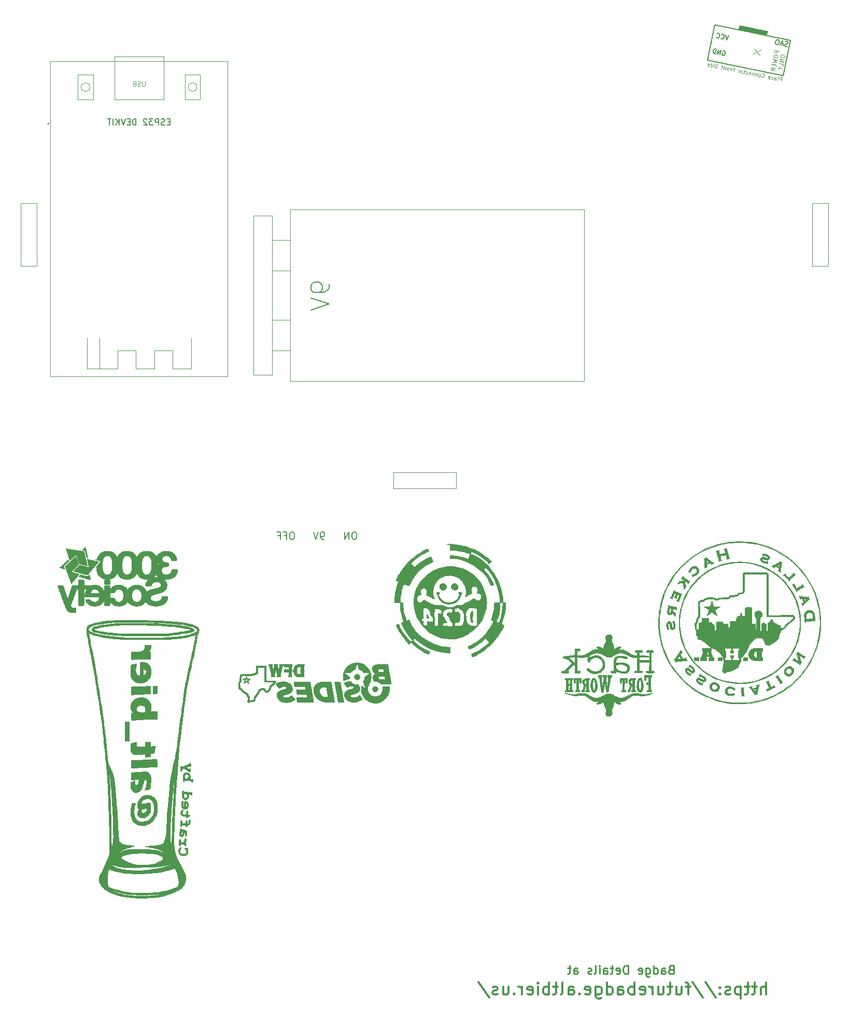
<source format=gbo>
G04 #@! TF.GenerationSoftware,KiCad,Pcbnew,(6.0.11)*
G04 #@! TF.CreationDate,2023-06-26T12:51:04-05:00*
G04 #@! TF.ProjectId,future_badge,66757475-7265-45f6-9261-6467652e6b69,2*
G04 #@! TF.SameCoordinates,Original*
G04 #@! TF.FileFunction,Legend,Bot*
G04 #@! TF.FilePolarity,Positive*
%FSLAX46Y46*%
G04 Gerber Fmt 4.6, Leading zero omitted, Abs format (unit mm)*
G04 Created by KiCad (PCBNEW (6.0.11)) date 2023-06-26 12:51:04*
%MOMM*%
%LPD*%
G01*
G04 APERTURE LIST*
%ADD10C,0.200000*%
%ADD11C,0.300000*%
%ADD12C,0.250000*%
%ADD13C,0.150000*%
%ADD14C,0.100000*%
%ADD15C,0.120000*%
%ADD16C,0.010000*%
G04 APERTURE END LIST*
D10*
X76798571Y-102362857D02*
X76570000Y-102362857D01*
X76455714Y-102420000D01*
X76341428Y-102534285D01*
X76284285Y-102762857D01*
X76284285Y-103162857D01*
X76341428Y-103391428D01*
X76455714Y-103505714D01*
X76570000Y-103562857D01*
X76798571Y-103562857D01*
X76912857Y-103505714D01*
X77027142Y-103391428D01*
X77084285Y-103162857D01*
X77084285Y-102762857D01*
X77027142Y-102534285D01*
X76912857Y-102420000D01*
X76798571Y-102362857D01*
X75770000Y-103562857D02*
X75770000Y-102362857D01*
X75084285Y-103562857D01*
X75084285Y-102362857D01*
X71712857Y-103562857D02*
X71484285Y-103562857D01*
X71370000Y-103505714D01*
X71312857Y-103448571D01*
X71198571Y-103277142D01*
X71141428Y-103048571D01*
X71141428Y-102591428D01*
X71198571Y-102477142D01*
X71255714Y-102420000D01*
X71370000Y-102362857D01*
X71598571Y-102362857D01*
X71712857Y-102420000D01*
X71770000Y-102477142D01*
X71827142Y-102591428D01*
X71827142Y-102877142D01*
X71770000Y-102991428D01*
X71712857Y-103048571D01*
X71598571Y-103105714D01*
X71370000Y-103105714D01*
X71255714Y-103048571D01*
X71198571Y-102991428D01*
X71141428Y-102877142D01*
X70798571Y-102362857D02*
X70398571Y-103562857D01*
X69998571Y-102362857D01*
X66627142Y-102362857D02*
X66398571Y-102362857D01*
X66284285Y-102420000D01*
X66170000Y-102534285D01*
X66112857Y-102762857D01*
X66112857Y-103162857D01*
X66170000Y-103391428D01*
X66284285Y-103505714D01*
X66398571Y-103562857D01*
X66627142Y-103562857D01*
X66741428Y-103505714D01*
X66855714Y-103391428D01*
X66912857Y-103162857D01*
X66912857Y-102762857D01*
X66855714Y-102534285D01*
X66741428Y-102420000D01*
X66627142Y-102362857D01*
X65198571Y-102934285D02*
X65598571Y-102934285D01*
X65598571Y-103562857D02*
X65598571Y-102362857D01*
X65027142Y-102362857D01*
X64170000Y-102934285D02*
X64570000Y-102934285D01*
X64570000Y-103562857D02*
X64570000Y-102362857D01*
X63998571Y-102362857D01*
D11*
X143933333Y-177904761D02*
X143933333Y-175904761D01*
X143076190Y-177904761D02*
X143076190Y-176857142D01*
X143171428Y-176666666D01*
X143361904Y-176571428D01*
X143647619Y-176571428D01*
X143838095Y-176666666D01*
X143933333Y-176761904D01*
X142409523Y-176571428D02*
X141647619Y-176571428D01*
X142123809Y-175904761D02*
X142123809Y-177619047D01*
X142028571Y-177809523D01*
X141838095Y-177904761D01*
X141647619Y-177904761D01*
X141266666Y-176571428D02*
X140504761Y-176571428D01*
X140980952Y-175904761D02*
X140980952Y-177619047D01*
X140885714Y-177809523D01*
X140695238Y-177904761D01*
X140504761Y-177904761D01*
X139838095Y-176571428D02*
X139838095Y-178571428D01*
X139838095Y-176666666D02*
X139647619Y-176571428D01*
X139266666Y-176571428D01*
X139076190Y-176666666D01*
X138980952Y-176761904D01*
X138885714Y-176952380D01*
X138885714Y-177523809D01*
X138980952Y-177714285D01*
X139076190Y-177809523D01*
X139266666Y-177904761D01*
X139647619Y-177904761D01*
X139838095Y-177809523D01*
X138123809Y-177809523D02*
X137933333Y-177904761D01*
X137552380Y-177904761D01*
X137361904Y-177809523D01*
X137266666Y-177619047D01*
X137266666Y-177523809D01*
X137361904Y-177333333D01*
X137552380Y-177238095D01*
X137838095Y-177238095D01*
X138028571Y-177142857D01*
X138123809Y-176952380D01*
X138123809Y-176857142D01*
X138028571Y-176666666D01*
X137838095Y-176571428D01*
X137552380Y-176571428D01*
X137361904Y-176666666D01*
X136409523Y-177714285D02*
X136314285Y-177809523D01*
X136409523Y-177904761D01*
X136504761Y-177809523D01*
X136409523Y-177714285D01*
X136409523Y-177904761D01*
X136409523Y-176666666D02*
X136314285Y-176761904D01*
X136409523Y-176857142D01*
X136504761Y-176761904D01*
X136409523Y-176666666D01*
X136409523Y-176857142D01*
X134028571Y-175809523D02*
X135742857Y-178380952D01*
X131933333Y-175809523D02*
X133647619Y-178380952D01*
X131552380Y-176571428D02*
X130790476Y-176571428D01*
X131266666Y-177904761D02*
X131266666Y-176190476D01*
X131171428Y-176000000D01*
X130980952Y-175904761D01*
X130790476Y-175904761D01*
X129266666Y-176571428D02*
X129266666Y-177904761D01*
X130123809Y-176571428D02*
X130123809Y-177619047D01*
X130028571Y-177809523D01*
X129838095Y-177904761D01*
X129552380Y-177904761D01*
X129361904Y-177809523D01*
X129266666Y-177714285D01*
X128600000Y-176571428D02*
X127838095Y-176571428D01*
X128314285Y-175904761D02*
X128314285Y-177619047D01*
X128219047Y-177809523D01*
X128028571Y-177904761D01*
X127838095Y-177904761D01*
X126314285Y-176571428D02*
X126314285Y-177904761D01*
X127171428Y-176571428D02*
X127171428Y-177619047D01*
X127076190Y-177809523D01*
X126885714Y-177904761D01*
X126600000Y-177904761D01*
X126409523Y-177809523D01*
X126314285Y-177714285D01*
X125361904Y-177904761D02*
X125361904Y-176571428D01*
X125361904Y-176952380D02*
X125266666Y-176761904D01*
X125171428Y-176666666D01*
X124980952Y-176571428D01*
X124790476Y-176571428D01*
X123361904Y-177809523D02*
X123552380Y-177904761D01*
X123933333Y-177904761D01*
X124123809Y-177809523D01*
X124219047Y-177619047D01*
X124219047Y-176857142D01*
X124123809Y-176666666D01*
X123933333Y-176571428D01*
X123552380Y-176571428D01*
X123361904Y-176666666D01*
X123266666Y-176857142D01*
X123266666Y-177047619D01*
X124219047Y-177238095D01*
X122409523Y-177904761D02*
X122409523Y-175904761D01*
X122409523Y-176666666D02*
X122219047Y-176571428D01*
X121838095Y-176571428D01*
X121647619Y-176666666D01*
X121552380Y-176761904D01*
X121457142Y-176952380D01*
X121457142Y-177523809D01*
X121552380Y-177714285D01*
X121647619Y-177809523D01*
X121838095Y-177904761D01*
X122219047Y-177904761D01*
X122409523Y-177809523D01*
X119742857Y-177904761D02*
X119742857Y-176857142D01*
X119838095Y-176666666D01*
X120028571Y-176571428D01*
X120409523Y-176571428D01*
X120600000Y-176666666D01*
X119742857Y-177809523D02*
X119933333Y-177904761D01*
X120409523Y-177904761D01*
X120600000Y-177809523D01*
X120695238Y-177619047D01*
X120695238Y-177428571D01*
X120600000Y-177238095D01*
X120409523Y-177142857D01*
X119933333Y-177142857D01*
X119742857Y-177047619D01*
X117933333Y-177904761D02*
X117933333Y-175904761D01*
X117933333Y-177809523D02*
X118123809Y-177904761D01*
X118504761Y-177904761D01*
X118695238Y-177809523D01*
X118790476Y-177714285D01*
X118885714Y-177523809D01*
X118885714Y-176952380D01*
X118790476Y-176761904D01*
X118695238Y-176666666D01*
X118504761Y-176571428D01*
X118123809Y-176571428D01*
X117933333Y-176666666D01*
X116123809Y-176571428D02*
X116123809Y-178190476D01*
X116219047Y-178380952D01*
X116314285Y-178476190D01*
X116504761Y-178571428D01*
X116790476Y-178571428D01*
X116980952Y-178476190D01*
X116123809Y-177809523D02*
X116314285Y-177904761D01*
X116695238Y-177904761D01*
X116885714Y-177809523D01*
X116980952Y-177714285D01*
X117076190Y-177523809D01*
X117076190Y-176952380D01*
X116980952Y-176761904D01*
X116885714Y-176666666D01*
X116695238Y-176571428D01*
X116314285Y-176571428D01*
X116123809Y-176666666D01*
X114409523Y-177809523D02*
X114600000Y-177904761D01*
X114980952Y-177904761D01*
X115171428Y-177809523D01*
X115266666Y-177619047D01*
X115266666Y-176857142D01*
X115171428Y-176666666D01*
X114980952Y-176571428D01*
X114600000Y-176571428D01*
X114409523Y-176666666D01*
X114314285Y-176857142D01*
X114314285Y-177047619D01*
X115266666Y-177238095D01*
X113457142Y-177714285D02*
X113361904Y-177809523D01*
X113457142Y-177904761D01*
X113552380Y-177809523D01*
X113457142Y-177714285D01*
X113457142Y-177904761D01*
X111647619Y-177904761D02*
X111647619Y-176857142D01*
X111742857Y-176666666D01*
X111933333Y-176571428D01*
X112314285Y-176571428D01*
X112504761Y-176666666D01*
X111647619Y-177809523D02*
X111838095Y-177904761D01*
X112314285Y-177904761D01*
X112504761Y-177809523D01*
X112600000Y-177619047D01*
X112600000Y-177428571D01*
X112504761Y-177238095D01*
X112314285Y-177142857D01*
X111838095Y-177142857D01*
X111647619Y-177047619D01*
X110409523Y-177904761D02*
X110600000Y-177809523D01*
X110695238Y-177619047D01*
X110695238Y-175904761D01*
X109933333Y-176571428D02*
X109171428Y-176571428D01*
X109647619Y-175904761D02*
X109647619Y-177619047D01*
X109552380Y-177809523D01*
X109361904Y-177904761D01*
X109171428Y-177904761D01*
X108504761Y-177904761D02*
X108504761Y-175904761D01*
X108504761Y-176666666D02*
X108314285Y-176571428D01*
X107933333Y-176571428D01*
X107742857Y-176666666D01*
X107647619Y-176761904D01*
X107552380Y-176952380D01*
X107552380Y-177523809D01*
X107647619Y-177714285D01*
X107742857Y-177809523D01*
X107933333Y-177904761D01*
X108314285Y-177904761D01*
X108504761Y-177809523D01*
X106695238Y-177904761D02*
X106695238Y-176571428D01*
X106695238Y-175904761D02*
X106790476Y-176000000D01*
X106695238Y-176095238D01*
X106600000Y-176000000D01*
X106695238Y-175904761D01*
X106695238Y-176095238D01*
X104980952Y-177809523D02*
X105171428Y-177904761D01*
X105552380Y-177904761D01*
X105742857Y-177809523D01*
X105838095Y-177619047D01*
X105838095Y-176857142D01*
X105742857Y-176666666D01*
X105552380Y-176571428D01*
X105171428Y-176571428D01*
X104980952Y-176666666D01*
X104885714Y-176857142D01*
X104885714Y-177047619D01*
X105838095Y-177238095D01*
X104028571Y-177904761D02*
X104028571Y-176571428D01*
X104028571Y-176952380D02*
X103933333Y-176761904D01*
X103838095Y-176666666D01*
X103647619Y-176571428D01*
X103457142Y-176571428D01*
X102790476Y-177714285D02*
X102695238Y-177809523D01*
X102790476Y-177904761D01*
X102885714Y-177809523D01*
X102790476Y-177714285D01*
X102790476Y-177904761D01*
X100980952Y-176571428D02*
X100980952Y-177904761D01*
X101838095Y-176571428D02*
X101838095Y-177619047D01*
X101742857Y-177809523D01*
X101552380Y-177904761D01*
X101266666Y-177904761D01*
X101076190Y-177809523D01*
X100980952Y-177714285D01*
X100123809Y-177809523D02*
X99933333Y-177904761D01*
X99552380Y-177904761D01*
X99361904Y-177809523D01*
X99266666Y-177619047D01*
X99266666Y-177523809D01*
X99361904Y-177333333D01*
X99552380Y-177238095D01*
X99838095Y-177238095D01*
X100028571Y-177142857D01*
X100123809Y-176952380D01*
X100123809Y-176857142D01*
X100028571Y-176666666D01*
X99838095Y-176571428D01*
X99552380Y-176571428D01*
X99361904Y-176666666D01*
X96980952Y-175809523D02*
X98695238Y-178380952D01*
D12*
X128400000Y-173800000D02*
X128200000Y-173866666D01*
X128133333Y-173933333D01*
X128066666Y-174066666D01*
X128066666Y-174266666D01*
X128133333Y-174400000D01*
X128200000Y-174466666D01*
X128333333Y-174533333D01*
X128866666Y-174533333D01*
X128866666Y-173133333D01*
X128400000Y-173133333D01*
X128266666Y-173200000D01*
X128200000Y-173266666D01*
X128133333Y-173400000D01*
X128133333Y-173533333D01*
X128200000Y-173666666D01*
X128266666Y-173733333D01*
X128400000Y-173800000D01*
X128866666Y-173800000D01*
X126866666Y-174533333D02*
X126866666Y-173800000D01*
X126933333Y-173666666D01*
X127066666Y-173600000D01*
X127333333Y-173600000D01*
X127466666Y-173666666D01*
X126866666Y-174466666D02*
X127000000Y-174533333D01*
X127333333Y-174533333D01*
X127466666Y-174466666D01*
X127533333Y-174333333D01*
X127533333Y-174200000D01*
X127466666Y-174066666D01*
X127333333Y-174000000D01*
X127000000Y-174000000D01*
X126866666Y-173933333D01*
X125600000Y-174533333D02*
X125600000Y-173133333D01*
X125600000Y-174466666D02*
X125733333Y-174533333D01*
X126000000Y-174533333D01*
X126133333Y-174466666D01*
X126200000Y-174400000D01*
X126266666Y-174266666D01*
X126266666Y-173866666D01*
X126200000Y-173733333D01*
X126133333Y-173666666D01*
X126000000Y-173600000D01*
X125733333Y-173600000D01*
X125600000Y-173666666D01*
X124333333Y-173600000D02*
X124333333Y-174733333D01*
X124400000Y-174866666D01*
X124466666Y-174933333D01*
X124600000Y-175000000D01*
X124800000Y-175000000D01*
X124933333Y-174933333D01*
X124333333Y-174466666D02*
X124466666Y-174533333D01*
X124733333Y-174533333D01*
X124866666Y-174466666D01*
X124933333Y-174400000D01*
X125000000Y-174266666D01*
X125000000Y-173866666D01*
X124933333Y-173733333D01*
X124866666Y-173666666D01*
X124733333Y-173600000D01*
X124466666Y-173600000D01*
X124333333Y-173666666D01*
X123133333Y-174466666D02*
X123266666Y-174533333D01*
X123533333Y-174533333D01*
X123666666Y-174466666D01*
X123733333Y-174333333D01*
X123733333Y-173800000D01*
X123666666Y-173666666D01*
X123533333Y-173600000D01*
X123266666Y-173600000D01*
X123133333Y-173666666D01*
X123066666Y-173800000D01*
X123066666Y-173933333D01*
X123733333Y-174066666D01*
X121400000Y-174533333D02*
X121400000Y-173133333D01*
X121066666Y-173133333D01*
X120866666Y-173200000D01*
X120733333Y-173333333D01*
X120666666Y-173466666D01*
X120600000Y-173733333D01*
X120600000Y-173933333D01*
X120666666Y-174200000D01*
X120733333Y-174333333D01*
X120866666Y-174466666D01*
X121066666Y-174533333D01*
X121400000Y-174533333D01*
X119466666Y-174466666D02*
X119600000Y-174533333D01*
X119866666Y-174533333D01*
X120000000Y-174466666D01*
X120066666Y-174333333D01*
X120066666Y-173800000D01*
X120000000Y-173666666D01*
X119866666Y-173600000D01*
X119600000Y-173600000D01*
X119466666Y-173666666D01*
X119400000Y-173800000D01*
X119400000Y-173933333D01*
X120066666Y-174066666D01*
X119000000Y-173600000D02*
X118466666Y-173600000D01*
X118800000Y-173133333D02*
X118800000Y-174333333D01*
X118733333Y-174466666D01*
X118600000Y-174533333D01*
X118466666Y-174533333D01*
X117400000Y-174533333D02*
X117400000Y-173800000D01*
X117466666Y-173666666D01*
X117600000Y-173600000D01*
X117866666Y-173600000D01*
X118000000Y-173666666D01*
X117400000Y-174466666D02*
X117533333Y-174533333D01*
X117866666Y-174533333D01*
X118000000Y-174466666D01*
X118066666Y-174333333D01*
X118066666Y-174200000D01*
X118000000Y-174066666D01*
X117866666Y-174000000D01*
X117533333Y-174000000D01*
X117400000Y-173933333D01*
X116733333Y-174533333D02*
X116733333Y-173600000D01*
X116733333Y-173133333D02*
X116800000Y-173200000D01*
X116733333Y-173266666D01*
X116666666Y-173200000D01*
X116733333Y-173133333D01*
X116733333Y-173266666D01*
X115866666Y-174533333D02*
X116000000Y-174466666D01*
X116066666Y-174333333D01*
X116066666Y-173133333D01*
X115400000Y-174466666D02*
X115266666Y-174533333D01*
X115000000Y-174533333D01*
X114866666Y-174466666D01*
X114800000Y-174333333D01*
X114800000Y-174266666D01*
X114866666Y-174133333D01*
X115000000Y-174066666D01*
X115200000Y-174066666D01*
X115333333Y-174000000D01*
X115400000Y-173866666D01*
X115400000Y-173800000D01*
X115333333Y-173666666D01*
X115200000Y-173600000D01*
X115000000Y-173600000D01*
X114866666Y-173666666D01*
X112533333Y-174533333D02*
X112533333Y-173800000D01*
X112600000Y-173666666D01*
X112733333Y-173600000D01*
X113000000Y-173600000D01*
X113133333Y-173666666D01*
X112533333Y-174466666D02*
X112666666Y-174533333D01*
X113000000Y-174533333D01*
X113133333Y-174466666D01*
X113200000Y-174333333D01*
X113200000Y-174200000D01*
X113133333Y-174066666D01*
X113000000Y-174000000D01*
X112666666Y-174000000D01*
X112533333Y-173933333D01*
X112066666Y-173600000D02*
X111533333Y-173600000D01*
X111866666Y-173133333D02*
X111866666Y-174333333D01*
X111800000Y-174466666D01*
X111666666Y-174533333D01*
X111533333Y-174533333D01*
D13*
X136919895Y-23783325D02*
X136997010Y-23762569D01*
X137102002Y-23783929D01*
X137199874Y-23840288D01*
X137255628Y-23924523D01*
X137276385Y-24001638D01*
X137282901Y-24148747D01*
X137261540Y-24253739D01*
X137198062Y-24386608D01*
X137148824Y-24449482D01*
X137064589Y-24505236D01*
X136952476Y-24518873D01*
X136882482Y-24504632D01*
X136784610Y-24448274D01*
X136756733Y-24406157D01*
X136806575Y-24161175D01*
X136946564Y-24189657D01*
X136427517Y-24412069D02*
X136577043Y-23677125D01*
X136007549Y-24326625D01*
X136157075Y-23591682D01*
X135657576Y-24255422D02*
X135807102Y-23520479D01*
X135632115Y-23484877D01*
X135520003Y-23498514D01*
X135435768Y-23554268D01*
X135386530Y-23617142D01*
X135323052Y-23750011D01*
X135301691Y-23855003D01*
X135308207Y-24002113D01*
X135328964Y-24079228D01*
X135384718Y-24163463D01*
X135482589Y-24219821D01*
X135657576Y-24255422D01*
D14*
X146305136Y-24527718D02*
X146278554Y-24658375D01*
X146297927Y-24730349D01*
X146349964Y-24808968D01*
X146473975Y-24868215D01*
X146702624Y-24914734D01*
X146839926Y-24908652D01*
X146918546Y-24856615D01*
X146964501Y-24797933D01*
X146991084Y-24667276D01*
X146971711Y-24595302D01*
X146919674Y-24516682D01*
X146795663Y-24457436D01*
X146567014Y-24410917D01*
X146429711Y-24416999D01*
X146351092Y-24469036D01*
X146305136Y-24527718D01*
X146871463Y-25255231D02*
X146185516Y-25115673D01*
X146791716Y-25647201D01*
X146105768Y-25507643D01*
X146658804Y-26300484D02*
X146725260Y-25973842D01*
X146039313Y-25834285D01*
X146259061Y-26593333D02*
X146585702Y-26659789D01*
X145946274Y-26291583D02*
X146259061Y-26593333D01*
X145853236Y-26748881D01*
X146032787Y-23860016D02*
X145346840Y-23720459D01*
X145293675Y-23981772D01*
X145313048Y-24053746D01*
X145339067Y-24093055D01*
X145397750Y-24139011D01*
X145495742Y-24158948D01*
X145567716Y-24139575D01*
X145607026Y-24113556D01*
X145652981Y-24054873D01*
X145706146Y-23793560D01*
X145180700Y-24537062D02*
X145154118Y-24667719D01*
X145173491Y-24739693D01*
X145225528Y-24818312D01*
X145349539Y-24877559D01*
X145578188Y-24924078D01*
X145715490Y-24917996D01*
X145794110Y-24865959D01*
X145840065Y-24807277D01*
X145866648Y-24676620D01*
X145847275Y-24604646D01*
X145795237Y-24526027D01*
X145671226Y-24466780D01*
X145442577Y-24420261D01*
X145305275Y-24426343D01*
X145226656Y-24478380D01*
X145180700Y-24537062D01*
X145074371Y-25059689D02*
X145727090Y-25362567D01*
X145210545Y-25393540D01*
X145673925Y-25623881D01*
X144954750Y-25647644D01*
X145228227Y-25975413D02*
X145181708Y-26204062D01*
X145521076Y-26375156D02*
X145587532Y-26048515D01*
X144901585Y-25908957D01*
X144835129Y-26235599D01*
X145381519Y-27061103D02*
X145101397Y-26765998D01*
X145461266Y-26669134D02*
X144775319Y-26529576D01*
X144722154Y-26790889D01*
X144741527Y-26862863D01*
X144767546Y-26902173D01*
X144826228Y-26948128D01*
X144924221Y-26968065D01*
X144996195Y-26948692D01*
X145035504Y-26922674D01*
X145081460Y-26863991D01*
X145134625Y-26602678D01*
D13*
X137865339Y-21285967D02*
X137470832Y-21971069D01*
X137375377Y-21186283D01*
X136575143Y-21715947D02*
X136603020Y-21758065D01*
X136700891Y-21814423D01*
X136770886Y-21828663D01*
X136882998Y-21815027D01*
X136967234Y-21759273D01*
X137016471Y-21696398D01*
X137079950Y-21563529D01*
X137101311Y-21458537D01*
X137094795Y-21311428D01*
X137074038Y-21234313D01*
X137018284Y-21150078D01*
X136920412Y-21093720D01*
X136850417Y-21079479D01*
X136738305Y-21093116D01*
X136696188Y-21120993D01*
X135840199Y-21566421D02*
X135868076Y-21608539D01*
X135965948Y-21664897D01*
X136035943Y-21679137D01*
X136148055Y-21665501D01*
X136232290Y-21609747D01*
X136281528Y-21546872D01*
X136345006Y-21414003D01*
X136366367Y-21309012D01*
X136359851Y-21161902D01*
X136339094Y-21084787D01*
X136283340Y-21000552D01*
X136185469Y-20944194D01*
X136115474Y-20929953D01*
X136003362Y-20943590D01*
X135961244Y-20971467D01*
X147394267Y-23055783D02*
X147274681Y-23070328D01*
X147088029Y-23032353D01*
X147020963Y-22979833D01*
X146991227Y-22934908D01*
X146969087Y-22852652D01*
X146984277Y-22777991D01*
X147036797Y-22710925D01*
X147081722Y-22681189D01*
X147163978Y-22659049D01*
X147320895Y-22652098D01*
X147403151Y-22629958D01*
X147448077Y-22600222D01*
X147500597Y-22533156D01*
X147515787Y-22458495D01*
X147493646Y-22376239D01*
X147463911Y-22331314D01*
X147396845Y-22278793D01*
X147210193Y-22240819D01*
X147090606Y-22255364D01*
X146685633Y-22717231D02*
X146312328Y-22641281D01*
X146714724Y-22956404D02*
X146612905Y-22119299D01*
X146192098Y-22850074D01*
X145940957Y-21982590D02*
X145791635Y-21952210D01*
X145709379Y-21974350D01*
X145619528Y-22033821D01*
X145551818Y-22175548D01*
X145498653Y-22436861D01*
X145505604Y-22593778D01*
X145565075Y-22683629D01*
X145632141Y-22736150D01*
X145781462Y-22766529D01*
X145863718Y-22744389D01*
X145953569Y-22684918D01*
X146021279Y-22543191D01*
X146074444Y-22281878D01*
X146067494Y-22124961D01*
X146008023Y-22035110D01*
X145940957Y-21982590D01*
D14*
X146411697Y-28721245D02*
X146531318Y-28133290D01*
X146307335Y-28087720D01*
X146245643Y-28104326D01*
X146211949Y-28126627D01*
X146172558Y-28176927D01*
X146155470Y-28260920D01*
X146172075Y-28322612D01*
X146194377Y-28356306D01*
X146244676Y-28395697D01*
X146468659Y-28441266D01*
X145739748Y-28584535D02*
X145801440Y-28567930D01*
X145840831Y-28517631D01*
X145943363Y-28013669D01*
X145263785Y-28487700D02*
X145326443Y-28179723D01*
X145365834Y-28129424D01*
X145427526Y-28112818D01*
X145539517Y-28135603D01*
X145589817Y-28174994D01*
X145269481Y-28459702D02*
X145319781Y-28499092D01*
X145459770Y-28527573D01*
X145521462Y-28510968D01*
X145560852Y-28460668D01*
X145572245Y-28404673D01*
X145555639Y-28342981D01*
X145505340Y-28303590D01*
X145365350Y-28275109D01*
X145315051Y-28235719D01*
X144737522Y-28351473D02*
X144787822Y-28390864D01*
X144899813Y-28413649D01*
X144961505Y-28397043D01*
X144995199Y-28374742D01*
X145034589Y-28324442D01*
X145068767Y-28156455D01*
X145052161Y-28094763D01*
X145029860Y-28061069D01*
X144979560Y-28021679D01*
X144867569Y-27998894D01*
X144805877Y-28015499D01*
X144261559Y-28254638D02*
X144311858Y-28294028D01*
X144423849Y-28316813D01*
X144485541Y-28300207D01*
X144524932Y-28249908D01*
X144570502Y-28025925D01*
X144553896Y-27964233D01*
X144503597Y-27924843D01*
X144391605Y-27902058D01*
X144329913Y-27918663D01*
X144290523Y-27968963D01*
X144279131Y-28024959D01*
X144547717Y-28137917D01*
X143203337Y-28010183D02*
X143225638Y-28043877D01*
X143303936Y-28088964D01*
X143359931Y-28100356D01*
X143449621Y-28089447D01*
X143517009Y-28044844D01*
X143556399Y-27994544D01*
X143607182Y-27888249D01*
X143624271Y-27804256D01*
X143619058Y-27686568D01*
X143602453Y-27624876D01*
X143557849Y-27557488D01*
X143479552Y-27512401D01*
X143423556Y-27501009D01*
X143333867Y-27511918D01*
X143300172Y-27534220D01*
X142855970Y-27997824D02*
X142917662Y-27981219D01*
X142951356Y-27958917D01*
X142990746Y-27908618D01*
X143024924Y-27740631D01*
X143008318Y-27678939D01*
X142986017Y-27645245D01*
X142935717Y-27605854D01*
X142851724Y-27588766D01*
X142790032Y-27605371D01*
X142756338Y-27627673D01*
X142716947Y-27677972D01*
X142682770Y-27845959D01*
X142699375Y-27907651D01*
X142721677Y-27941345D01*
X142771976Y-27980735D01*
X142855970Y-27997824D01*
X142487752Y-27514715D02*
X142408004Y-27906684D01*
X142476359Y-27570710D02*
X142454057Y-27537016D01*
X142403758Y-27497626D01*
X142319764Y-27480537D01*
X142258073Y-27497143D01*
X142218682Y-27547442D01*
X142156024Y-27855418D01*
X141955792Y-27406486D02*
X141876045Y-27798456D01*
X141944400Y-27462482D02*
X141922098Y-27428788D01*
X141871799Y-27389398D01*
X141787805Y-27372309D01*
X141726113Y-27388914D01*
X141686723Y-27439214D01*
X141624065Y-27747190D01*
X141125800Y-27616660D02*
X141176099Y-27656051D01*
X141288090Y-27678835D01*
X141349782Y-27662230D01*
X141389173Y-27611931D01*
X141434742Y-27387948D01*
X141418137Y-27326256D01*
X141367838Y-27286866D01*
X141255846Y-27264081D01*
X141194154Y-27280686D01*
X141154764Y-27330986D01*
X141143372Y-27386981D01*
X141411958Y-27499939D01*
X140593840Y-27508432D02*
X140644140Y-27547822D01*
X140756131Y-27570607D01*
X140817823Y-27554002D01*
X140851517Y-27531700D01*
X140890908Y-27481401D01*
X140925085Y-27313414D01*
X140908480Y-27251722D01*
X140886178Y-27218028D01*
X140835878Y-27178637D01*
X140723887Y-27155852D01*
X140662195Y-27172458D01*
X140499904Y-27110283D02*
X140275922Y-27064713D01*
X140455784Y-26897209D02*
X140353252Y-27401170D01*
X140313862Y-27451470D01*
X140252170Y-27468075D01*
X140196174Y-27456683D01*
X139916196Y-27399720D02*
X139977888Y-27383115D01*
X140011582Y-27360813D01*
X140050972Y-27310514D01*
X140085150Y-27142527D01*
X140068544Y-27080835D01*
X140046242Y-27047141D01*
X139995943Y-27007750D01*
X139911949Y-26990662D01*
X139850258Y-27007267D01*
X139816563Y-27029569D01*
X139777173Y-27079868D01*
X139742996Y-27247855D01*
X139759601Y-27309547D01*
X139781903Y-27343241D01*
X139832202Y-27382632D01*
X139916196Y-27399720D01*
X139468230Y-27308581D02*
X139547977Y-26916611D01*
X139525193Y-27028602D02*
X139508587Y-26966910D01*
X139486286Y-26933216D01*
X139435986Y-26893826D01*
X139379990Y-26882433D01*
X138522966Y-26795540D02*
X138718951Y-26835414D01*
X138656293Y-27143390D02*
X138775913Y-26555435D01*
X138495935Y-26498473D01*
X138152331Y-27040858D02*
X138232079Y-26648888D01*
X138209294Y-26760880D02*
X138192688Y-26699188D01*
X138170387Y-26665494D01*
X138120087Y-26626103D01*
X138064091Y-26614711D01*
X137704366Y-26949718D02*
X137766058Y-26933113D01*
X137799752Y-26910811D01*
X137839142Y-26860512D01*
X137873319Y-26692525D01*
X137856714Y-26630833D01*
X137834412Y-26597139D01*
X137784113Y-26557749D01*
X137700119Y-26540660D01*
X137638427Y-26557265D01*
X137604733Y-26579567D01*
X137565343Y-26629866D01*
X137531166Y-26797853D01*
X137547771Y-26859545D01*
X137570073Y-26893239D01*
X137620372Y-26932630D01*
X137704366Y-26949718D01*
X137336147Y-26466609D02*
X137256400Y-26858579D01*
X137324755Y-26522605D02*
X137302453Y-26488911D01*
X137252154Y-26449520D01*
X137168160Y-26432432D01*
X137106468Y-26449037D01*
X137067078Y-26499336D01*
X137004420Y-26807313D01*
X136888182Y-26375469D02*
X136664199Y-26329899D01*
X136844062Y-26162396D02*
X136741530Y-26666357D01*
X136702139Y-26716656D01*
X136640448Y-26733262D01*
X136584452Y-26721869D01*
X135974195Y-26568555D02*
X135884506Y-26579464D01*
X135744516Y-26550983D01*
X135694217Y-26511592D01*
X135671915Y-26477898D01*
X135655310Y-26416206D01*
X135666702Y-26360211D01*
X135706093Y-26309911D01*
X135739787Y-26287609D01*
X135801479Y-26271004D01*
X135919166Y-26265791D01*
X135980858Y-26249186D01*
X136014552Y-26226884D01*
X136053943Y-26176585D01*
X136065335Y-26120589D01*
X136048730Y-26058897D01*
X136026428Y-26025203D01*
X135976129Y-25985813D01*
X135836139Y-25957331D01*
X135746450Y-25968241D01*
X135380544Y-26476932D02*
X135460292Y-26084962D01*
X135500165Y-25888977D02*
X135522467Y-25922671D01*
X135488773Y-25944972D01*
X135466471Y-25911278D01*
X135500165Y-25888977D01*
X135488773Y-25944972D01*
X134848585Y-26368703D02*
X134968206Y-25780748D01*
X134854281Y-26340705D02*
X134904581Y-26380096D01*
X135016572Y-26402881D01*
X135078264Y-26386275D01*
X135111958Y-26363974D01*
X135151349Y-26313674D01*
X135185526Y-26145687D01*
X135168921Y-26083995D01*
X135146619Y-26050301D01*
X135096319Y-26010911D01*
X134984328Y-25988126D01*
X134922636Y-26004731D01*
X134350320Y-26238173D02*
X134400620Y-26277564D01*
X134512611Y-26300349D01*
X134574303Y-26283743D01*
X134613693Y-26233444D01*
X134659263Y-26009461D01*
X134642658Y-25947769D01*
X134592358Y-25908379D01*
X134480367Y-25885594D01*
X134418675Y-25902199D01*
X134379285Y-25952499D01*
X134367892Y-26008494D01*
X134636478Y-26121452D01*
D10*
X72597142Y-61852857D02*
X72597142Y-62424285D01*
X72454285Y-62710000D01*
X72311428Y-62852857D01*
X71882857Y-63138571D01*
X71311428Y-63281428D01*
X70168571Y-63281428D01*
X69882857Y-63138571D01*
X69740000Y-62995714D01*
X69597142Y-62710000D01*
X69597142Y-62138571D01*
X69740000Y-61852857D01*
X69882857Y-61710000D01*
X70168571Y-61567142D01*
X70882857Y-61567142D01*
X71168571Y-61710000D01*
X71311428Y-61852857D01*
X71454285Y-62138571D01*
X71454285Y-62710000D01*
X71311428Y-62995714D01*
X71168571Y-63138571D01*
X70882857Y-63281428D01*
X69597142Y-64138571D02*
X72597142Y-65138571D01*
X69597142Y-66138571D01*
D13*
X46553809Y-35388571D02*
X46220476Y-35388571D01*
X46077619Y-35912380D02*
X46553809Y-35912380D01*
X46553809Y-34912380D01*
X46077619Y-34912380D01*
X45696666Y-35864761D02*
X45553809Y-35912380D01*
X45315714Y-35912380D01*
X45220476Y-35864761D01*
X45172857Y-35817142D01*
X45125238Y-35721904D01*
X45125238Y-35626666D01*
X45172857Y-35531428D01*
X45220476Y-35483809D01*
X45315714Y-35436190D01*
X45506190Y-35388571D01*
X45601428Y-35340952D01*
X45649047Y-35293333D01*
X45696666Y-35198095D01*
X45696666Y-35102857D01*
X45649047Y-35007619D01*
X45601428Y-34960000D01*
X45506190Y-34912380D01*
X45268095Y-34912380D01*
X45125238Y-34960000D01*
X44696666Y-35912380D02*
X44696666Y-34912380D01*
X44315714Y-34912380D01*
X44220476Y-34960000D01*
X44172857Y-35007619D01*
X44125238Y-35102857D01*
X44125238Y-35245714D01*
X44172857Y-35340952D01*
X44220476Y-35388571D01*
X44315714Y-35436190D01*
X44696666Y-35436190D01*
X43791904Y-34912380D02*
X43172857Y-34912380D01*
X43506190Y-35293333D01*
X43363333Y-35293333D01*
X43268095Y-35340952D01*
X43220476Y-35388571D01*
X43172857Y-35483809D01*
X43172857Y-35721904D01*
X43220476Y-35817142D01*
X43268095Y-35864761D01*
X43363333Y-35912380D01*
X43649047Y-35912380D01*
X43744285Y-35864761D01*
X43791904Y-35817142D01*
X42791904Y-35007619D02*
X42744285Y-34960000D01*
X42649047Y-34912380D01*
X42410952Y-34912380D01*
X42315714Y-34960000D01*
X42268095Y-35007619D01*
X42220476Y-35102857D01*
X42220476Y-35198095D01*
X42268095Y-35340952D01*
X42839523Y-35912380D01*
X42220476Y-35912380D01*
X41030000Y-35912380D02*
X41030000Y-34912380D01*
X40791904Y-34912380D01*
X40649047Y-34960000D01*
X40553809Y-35055238D01*
X40506190Y-35150476D01*
X40458571Y-35340952D01*
X40458571Y-35483809D01*
X40506190Y-35674285D01*
X40553809Y-35769523D01*
X40649047Y-35864761D01*
X40791904Y-35912380D01*
X41030000Y-35912380D01*
X40030000Y-35388571D02*
X39696666Y-35388571D01*
X39553809Y-35912380D02*
X40030000Y-35912380D01*
X40030000Y-34912380D01*
X39553809Y-34912380D01*
X39268095Y-34912380D02*
X38934761Y-35912380D01*
X38601428Y-34912380D01*
X38268095Y-35912380D02*
X38268095Y-34912380D01*
X37696666Y-35912380D02*
X38125238Y-35340952D01*
X37696666Y-34912380D02*
X38268095Y-35483809D01*
X37268095Y-35912380D02*
X37268095Y-34912380D01*
X36934761Y-34912380D02*
X36363333Y-34912380D01*
X36649047Y-35912380D02*
X36649047Y-34912380D01*
D14*
X42476428Y-28799285D02*
X42476428Y-29406428D01*
X42440714Y-29477857D01*
X42405000Y-29513571D01*
X42333571Y-29549285D01*
X42190714Y-29549285D01*
X42119285Y-29513571D01*
X42083571Y-29477857D01*
X42047857Y-29406428D01*
X42047857Y-28799285D01*
X41726428Y-29513571D02*
X41619285Y-29549285D01*
X41440714Y-29549285D01*
X41369285Y-29513571D01*
X41333571Y-29477857D01*
X41297857Y-29406428D01*
X41297857Y-29335000D01*
X41333571Y-29263571D01*
X41369285Y-29227857D01*
X41440714Y-29192142D01*
X41583571Y-29156428D01*
X41655000Y-29120714D01*
X41690714Y-29085000D01*
X41726428Y-29013571D01*
X41726428Y-28942142D01*
X41690714Y-28870714D01*
X41655000Y-28835000D01*
X41583571Y-28799285D01*
X41405000Y-28799285D01*
X41297857Y-28835000D01*
X40726428Y-29156428D02*
X40619285Y-29192142D01*
X40583571Y-29227857D01*
X40547857Y-29299285D01*
X40547857Y-29406428D01*
X40583571Y-29477857D01*
X40619285Y-29513571D01*
X40690714Y-29549285D01*
X40976428Y-29549285D01*
X40976428Y-28799285D01*
X40726428Y-28799285D01*
X40655000Y-28835000D01*
X40619285Y-28870714D01*
X40583571Y-28942142D01*
X40583571Y-29013571D01*
X40619285Y-29085000D01*
X40655000Y-29120714D01*
X40726428Y-29156428D01*
X40976428Y-29156428D01*
D15*
X22170000Y-48670000D02*
X24830000Y-48670000D01*
X22170000Y-58950000D02*
X24830000Y-58950000D01*
X22170000Y-48670000D02*
X22170000Y-58950000D01*
X24830000Y-48670000D02*
X24830000Y-58950000D01*
D10*
X134388339Y-25334760D02*
X135564610Y-19553204D01*
D15*
X142023655Y-23418528D02*
X142922141Y-24519765D01*
X143101573Y-23637833D02*
X141844224Y-24300460D01*
D10*
X147911661Y-22065240D02*
X146735390Y-27846796D01*
X135564610Y-19553204D02*
X147911661Y-22065240D01*
X146735390Y-27846796D02*
X134388339Y-25334760D01*
G36*
X144190732Y-20539068D02*
G01*
X144062539Y-21169159D01*
X139457872Y-20232329D01*
X139586066Y-19602238D01*
X144190732Y-20539068D01*
G37*
D14*
X144190732Y-20539068D02*
X144062539Y-21169159D01*
X139457872Y-20232329D01*
X139586066Y-19602238D01*
X144190732Y-20539068D01*
G36*
X29938669Y-106882374D02*
G01*
X29945955Y-106895279D01*
X29956371Y-106921977D01*
X29968135Y-106958066D01*
X29971240Y-106968253D01*
X29983085Y-107005053D01*
X29993093Y-107033165D01*
X29999367Y-107047172D01*
X30006616Y-107063677D01*
X30013618Y-107089181D01*
X30015762Y-107101968D01*
X30012406Y-107122926D01*
X29994443Y-107141465D01*
X29979650Y-107153692D01*
X29949245Y-107180031D01*
X29909299Y-107215429D01*
X29862848Y-107257156D01*
X29812927Y-107302482D01*
X29762569Y-107348677D01*
X29714811Y-107393010D01*
X29696672Y-107409888D01*
X29657342Y-107446028D01*
X29620627Y-107479235D01*
X29592600Y-107503993D01*
X29580478Y-107514508D01*
X29531907Y-107557300D01*
X29473845Y-107609231D01*
X29410371Y-107666617D01*
X29345567Y-107725776D01*
X29283511Y-107783024D01*
X29246359Y-107817500D01*
X29212808Y-107848617D01*
X29186792Y-107872726D01*
X29171989Y-107886418D01*
X29171065Y-107887272D01*
X29159604Y-107900588D01*
X29158897Y-107914613D01*
X29168333Y-107937965D01*
X29169308Y-107940093D01*
X29180016Y-107964455D01*
X29196156Y-108002178D01*
X29215711Y-108048519D01*
X29236667Y-108098732D01*
X29239966Y-108106679D01*
X29260563Y-108156125D01*
X29279200Y-108200597D01*
X29293941Y-108235493D01*
X29302854Y-108256212D01*
X29305513Y-108262243D01*
X29321308Y-108298995D01*
X29335170Y-108332628D01*
X29345016Y-108357982D01*
X29348760Y-108369897D01*
X29348530Y-108371007D01*
X29345413Y-108371912D01*
X29336002Y-108370324D01*
X29316996Y-108365435D01*
X29285096Y-108356435D01*
X29237000Y-108342517D01*
X29213761Y-108335789D01*
X29092469Y-108301648D01*
X28986204Y-108273566D01*
X28891560Y-108250638D01*
X28890061Y-108250290D01*
X28861435Y-108243058D01*
X28821993Y-108232425D01*
X28779800Y-108220560D01*
X28777675Y-108219950D01*
X28734352Y-108207916D01*
X28693236Y-108197135D01*
X28662960Y-108189875D01*
X28640086Y-108184878D01*
X28602696Y-108176113D01*
X28580256Y-108169483D01*
X28569320Y-108163851D01*
X28566440Y-108158083D01*
X28572056Y-108150032D01*
X28591377Y-108129087D01*
X28623173Y-108096836D01*
X28666104Y-108054560D01*
X28718826Y-108003542D01*
X28779999Y-107945065D01*
X28848279Y-107880409D01*
X28922325Y-107810858D01*
X29000795Y-107737693D01*
X29082346Y-107662197D01*
X29165637Y-107585652D01*
X29184322Y-107568536D01*
X29241555Y-107516009D01*
X29298403Y-107463702D01*
X29351210Y-107414987D01*
X29396322Y-107373234D01*
X29430083Y-107341812D01*
X29460178Y-107313757D01*
X29499052Y-107277773D01*
X29533097Y-107246527D01*
X29557327Y-107224611D01*
X29604983Y-107181917D01*
X29671629Y-107121624D01*
X29747618Y-107052366D01*
X29830018Y-106976806D01*
X29838935Y-106968621D01*
X29875450Y-106935421D01*
X29906003Y-106908139D01*
X29927617Y-106889409D01*
X29937313Y-106881866D01*
X29938669Y-106882374D01*
G37*
D16*
X29938669Y-106882374D02*
X29945955Y-106895279D01*
X29956371Y-106921977D01*
X29968135Y-106958066D01*
X29971240Y-106968253D01*
X29983085Y-107005053D01*
X29993093Y-107033165D01*
X29999367Y-107047172D01*
X30006616Y-107063677D01*
X30013618Y-107089181D01*
X30015762Y-107101968D01*
X30012406Y-107122926D01*
X29994443Y-107141465D01*
X29979650Y-107153692D01*
X29949245Y-107180031D01*
X29909299Y-107215429D01*
X29862848Y-107257156D01*
X29812927Y-107302482D01*
X29762569Y-107348677D01*
X29714811Y-107393010D01*
X29696672Y-107409888D01*
X29657342Y-107446028D01*
X29620627Y-107479235D01*
X29592600Y-107503993D01*
X29580478Y-107514508D01*
X29531907Y-107557300D01*
X29473845Y-107609231D01*
X29410371Y-107666617D01*
X29345567Y-107725776D01*
X29283511Y-107783024D01*
X29246359Y-107817500D01*
X29212808Y-107848617D01*
X29186792Y-107872726D01*
X29171989Y-107886418D01*
X29171065Y-107887272D01*
X29159604Y-107900588D01*
X29158897Y-107914613D01*
X29168333Y-107937965D01*
X29169308Y-107940093D01*
X29180016Y-107964455D01*
X29196156Y-108002178D01*
X29215711Y-108048519D01*
X29236667Y-108098732D01*
X29239966Y-108106679D01*
X29260563Y-108156125D01*
X29279200Y-108200597D01*
X29293941Y-108235493D01*
X29302854Y-108256212D01*
X29305513Y-108262243D01*
X29321308Y-108298995D01*
X29335170Y-108332628D01*
X29345016Y-108357982D01*
X29348760Y-108369897D01*
X29348530Y-108371007D01*
X29345413Y-108371912D01*
X29336002Y-108370324D01*
X29316996Y-108365435D01*
X29285096Y-108356435D01*
X29237000Y-108342517D01*
X29213761Y-108335789D01*
X29092469Y-108301648D01*
X28986204Y-108273566D01*
X28891560Y-108250638D01*
X28890061Y-108250290D01*
X28861435Y-108243058D01*
X28821993Y-108232425D01*
X28779800Y-108220560D01*
X28777675Y-108219950D01*
X28734352Y-108207916D01*
X28693236Y-108197135D01*
X28662960Y-108189875D01*
X28640086Y-108184878D01*
X28602696Y-108176113D01*
X28580256Y-108169483D01*
X28569320Y-108163851D01*
X28566440Y-108158083D01*
X28572056Y-108150032D01*
X28591377Y-108129087D01*
X28623173Y-108096836D01*
X28666104Y-108054560D01*
X28718826Y-108003542D01*
X28779999Y-107945065D01*
X28848279Y-107880409D01*
X28922325Y-107810858D01*
X29000795Y-107737693D01*
X29082346Y-107662197D01*
X29165637Y-107585652D01*
X29184322Y-107568536D01*
X29241555Y-107516009D01*
X29298403Y-107463702D01*
X29351210Y-107414987D01*
X29396322Y-107373234D01*
X29430083Y-107341812D01*
X29460178Y-107313757D01*
X29499052Y-107277773D01*
X29533097Y-107246527D01*
X29557327Y-107224611D01*
X29604983Y-107181917D01*
X29671629Y-107121624D01*
X29747618Y-107052366D01*
X29830018Y-106976806D01*
X29838935Y-106968621D01*
X29875450Y-106935421D01*
X29906003Y-106908139D01*
X29927617Y-106889409D01*
X29937313Y-106881866D01*
X29938669Y-106882374D01*
G36*
X31945415Y-109303399D02*
G01*
X31969278Y-109307532D01*
X32003108Y-109315802D01*
X32049312Y-109328516D01*
X32110300Y-109345976D01*
X32188480Y-109368486D01*
X32200405Y-109371827D01*
X32232266Y-109380524D01*
X32274283Y-109391835D01*
X32320560Y-109404165D01*
X32348297Y-109411542D01*
X32394030Y-109423805D01*
X32432582Y-109434263D01*
X32457720Y-109441229D01*
X32492443Y-109450750D01*
X32528840Y-109460172D01*
X32541391Y-109463333D01*
X32575980Y-109472462D01*
X32620566Y-109484760D01*
X32678306Y-109501106D01*
X32752360Y-109522380D01*
X32787129Y-109531867D01*
X32823480Y-109540968D01*
X32839756Y-109545047D01*
X32876461Y-109555127D01*
X32914920Y-109566484D01*
X32936420Y-109572972D01*
X32977542Y-109584874D01*
X33011440Y-109594101D01*
X33017481Y-109595684D01*
X33050383Y-109605232D01*
X33076456Y-109614102D01*
X33086601Y-109617005D01*
X33103350Y-109615619D01*
X33125332Y-109605126D01*
X33157736Y-109583576D01*
X33186669Y-109561490D01*
X33213732Y-109537364D01*
X33229880Y-109518748D01*
X33230109Y-109518379D01*
X33242538Y-109500514D01*
X33262849Y-109473455D01*
X33288149Y-109440820D01*
X33315547Y-109406227D01*
X33342151Y-109373292D01*
X33365069Y-109345633D01*
X33381410Y-109326867D01*
X33388281Y-109320611D01*
X33388420Y-109320826D01*
X33391899Y-109332818D01*
X33398208Y-109358987D01*
X33406088Y-109394132D01*
X33408738Y-109406206D01*
X33418104Y-109448133D01*
X33430283Y-109501963D01*
X33443995Y-109562045D01*
X33457957Y-109622732D01*
X33464434Y-109650792D01*
X33477512Y-109707689D01*
X33489241Y-109759002D01*
X33498540Y-109799995D01*
X33504327Y-109825932D01*
X33516921Y-109883707D01*
X33531242Y-109949607D01*
X33542203Y-110000403D01*
X33550394Y-110038861D01*
X33556400Y-110067747D01*
X33560811Y-110089828D01*
X33564214Y-110107872D01*
X33567848Y-110130700D01*
X33566444Y-110145078D01*
X33556062Y-110149294D01*
X33533291Y-110144530D01*
X33494717Y-110131971D01*
X33468205Y-110123202D01*
X33437332Y-110113406D01*
X33399746Y-110101906D01*
X33352240Y-110087734D01*
X33291607Y-110069924D01*
X33214640Y-110047509D01*
X33171928Y-110034944D01*
X33117269Y-110018590D01*
X33067320Y-110003397D01*
X33022303Y-109989957D01*
X32970201Y-109975117D01*
X32925660Y-109963112D01*
X32893464Y-109954599D01*
X32851595Y-109942965D01*
X32818980Y-109933290D01*
X32811055Y-109930818D01*
X32771301Y-109918835D01*
X32732040Y-109907498D01*
X32720417Y-109904225D01*
X32686627Y-109894537D01*
X32660920Y-109886941D01*
X32627428Y-109876769D01*
X32516719Y-109843724D01*
X32389731Y-109806572D01*
X32248994Y-109766049D01*
X32097040Y-109722891D01*
X32080375Y-109718180D01*
X32027115Y-109703034D01*
X31979388Y-109689330D01*
X31941871Y-109678417D01*
X31919240Y-109671642D01*
X31880263Y-109659610D01*
X31835788Y-109646471D01*
X31787160Y-109632912D01*
X31780912Y-109631165D01*
X31743002Y-109619144D01*
X31709047Y-109606325D01*
X31686911Y-109595632D01*
X31688568Y-109592023D01*
X31700153Y-109575361D01*
X31720590Y-109547978D01*
X31747464Y-109512957D01*
X31778359Y-109473384D01*
X31810859Y-109432346D01*
X31842551Y-109392928D01*
X31871016Y-109358214D01*
X31893842Y-109331292D01*
X31901443Y-109322174D01*
X31909532Y-109312793D01*
X31917951Y-109306334D01*
X31929109Y-109303102D01*
X31945415Y-109303399D01*
G37*
X31945415Y-109303399D02*
X31969278Y-109307532D01*
X32003108Y-109315802D01*
X32049312Y-109328516D01*
X32110300Y-109345976D01*
X32188480Y-109368486D01*
X32200405Y-109371827D01*
X32232266Y-109380524D01*
X32274283Y-109391835D01*
X32320560Y-109404165D01*
X32348297Y-109411542D01*
X32394030Y-109423805D01*
X32432582Y-109434263D01*
X32457720Y-109441229D01*
X32492443Y-109450750D01*
X32528840Y-109460172D01*
X32541391Y-109463333D01*
X32575980Y-109472462D01*
X32620566Y-109484760D01*
X32678306Y-109501106D01*
X32752360Y-109522380D01*
X32787129Y-109531867D01*
X32823480Y-109540968D01*
X32839756Y-109545047D01*
X32876461Y-109555127D01*
X32914920Y-109566484D01*
X32936420Y-109572972D01*
X32977542Y-109584874D01*
X33011440Y-109594101D01*
X33017481Y-109595684D01*
X33050383Y-109605232D01*
X33076456Y-109614102D01*
X33086601Y-109617005D01*
X33103350Y-109615619D01*
X33125332Y-109605126D01*
X33157736Y-109583576D01*
X33186669Y-109561490D01*
X33213732Y-109537364D01*
X33229880Y-109518748D01*
X33230109Y-109518379D01*
X33242538Y-109500514D01*
X33262849Y-109473455D01*
X33288149Y-109440820D01*
X33315547Y-109406227D01*
X33342151Y-109373292D01*
X33365069Y-109345633D01*
X33381410Y-109326867D01*
X33388281Y-109320611D01*
X33388420Y-109320826D01*
X33391899Y-109332818D01*
X33398208Y-109358987D01*
X33406088Y-109394132D01*
X33408738Y-109406206D01*
X33418104Y-109448133D01*
X33430283Y-109501963D01*
X33443995Y-109562045D01*
X33457957Y-109622732D01*
X33464434Y-109650792D01*
X33477512Y-109707689D01*
X33489241Y-109759002D01*
X33498540Y-109799995D01*
X33504327Y-109825932D01*
X33516921Y-109883707D01*
X33531242Y-109949607D01*
X33542203Y-110000403D01*
X33550394Y-110038861D01*
X33556400Y-110067747D01*
X33560811Y-110089828D01*
X33564214Y-110107872D01*
X33567848Y-110130700D01*
X33566444Y-110145078D01*
X33556062Y-110149294D01*
X33533291Y-110144530D01*
X33494717Y-110131971D01*
X33468205Y-110123202D01*
X33437332Y-110113406D01*
X33399746Y-110101906D01*
X33352240Y-110087734D01*
X33291607Y-110069924D01*
X33214640Y-110047509D01*
X33171928Y-110034944D01*
X33117269Y-110018590D01*
X33067320Y-110003397D01*
X33022303Y-109989957D01*
X32970201Y-109975117D01*
X32925660Y-109963112D01*
X32893464Y-109954599D01*
X32851595Y-109942965D01*
X32818980Y-109933290D01*
X32811055Y-109930818D01*
X32771301Y-109918835D01*
X32732040Y-109907498D01*
X32720417Y-109904225D01*
X32686627Y-109894537D01*
X32660920Y-109886941D01*
X32627428Y-109876769D01*
X32516719Y-109843724D01*
X32389731Y-109806572D01*
X32248994Y-109766049D01*
X32097040Y-109722891D01*
X32080375Y-109718180D01*
X32027115Y-109703034D01*
X31979388Y-109689330D01*
X31941871Y-109678417D01*
X31919240Y-109671642D01*
X31880263Y-109659610D01*
X31835788Y-109646471D01*
X31787160Y-109632912D01*
X31780912Y-109631165D01*
X31743002Y-109619144D01*
X31709047Y-109606325D01*
X31686911Y-109595632D01*
X31688568Y-109592023D01*
X31700153Y-109575361D01*
X31720590Y-109547978D01*
X31747464Y-109512957D01*
X31778359Y-109473384D01*
X31810859Y-109432346D01*
X31842551Y-109392928D01*
X31871016Y-109358214D01*
X31893842Y-109331292D01*
X31901443Y-109322174D01*
X31909532Y-109312793D01*
X31917951Y-109306334D01*
X31929109Y-109303102D01*
X31945415Y-109303399D01*
G36*
X31212498Y-106291351D02*
G01*
X31212704Y-106291955D01*
X31218172Y-106310108D01*
X31228517Y-106346315D01*
X31243338Y-106399126D01*
X31262232Y-106467095D01*
X31284795Y-106548771D01*
X31310625Y-106642706D01*
X31339319Y-106747452D01*
X31344514Y-106766446D01*
X31365301Y-106842364D01*
X31381629Y-106901810D01*
X31394217Y-106947360D01*
X31403784Y-106981589D01*
X31411049Y-107007070D01*
X31416729Y-107026380D01*
X31421543Y-107042092D01*
X31426599Y-107059365D01*
X31435921Y-107092597D01*
X31447846Y-107135917D01*
X31460989Y-107184332D01*
X31465868Y-107202382D01*
X31481704Y-107260599D01*
X31500330Y-107328670D01*
X31519814Y-107399548D01*
X31538225Y-107466188D01*
X31549554Y-107507425D01*
X31563250Y-107558376D01*
X31574153Y-107600243D01*
X31581358Y-107629534D01*
X31583960Y-107642757D01*
X31583325Y-107644479D01*
X31572150Y-107659284D01*
X31547671Y-107687348D01*
X31510707Y-107727816D01*
X31462077Y-107779831D01*
X31402599Y-107842538D01*
X31333093Y-107915081D01*
X31254377Y-107996605D01*
X31167270Y-108086254D01*
X31072591Y-108183173D01*
X30971157Y-108286504D01*
X30863789Y-108395394D01*
X30833826Y-108425753D01*
X30770927Y-108489725D01*
X30712801Y-108549163D01*
X30661041Y-108602420D01*
X30617237Y-108647849D01*
X30582982Y-108683803D01*
X30559865Y-108708636D01*
X30549478Y-108720700D01*
X30549078Y-108721280D01*
X30533502Y-108740411D01*
X30508650Y-108767623D01*
X30479709Y-108797225D01*
X30446571Y-108832940D01*
X30429040Y-108859625D01*
X30428695Y-108875684D01*
X30445562Y-108881052D01*
X30466251Y-108884019D01*
X30493822Y-108892477D01*
X30500091Y-108894995D01*
X30524595Y-108904707D01*
X30546095Y-108912720D01*
X30568367Y-108920180D01*
X30595186Y-108928234D01*
X30630327Y-108938026D01*
X30677567Y-108950703D01*
X30740680Y-108967412D01*
X30741772Y-108967700D01*
X30814194Y-108986959D01*
X30869993Y-109002086D01*
X30912210Y-109013919D01*
X30943880Y-109023292D01*
X30949521Y-109024989D01*
X30978970Y-109033376D01*
X31012460Y-109042433D01*
X31064698Y-109056192D01*
X31104067Y-109066708D01*
X31136100Y-109075509D01*
X31166998Y-109084301D01*
X31202960Y-109094786D01*
X31242443Y-109106238D01*
X31283673Y-109117957D01*
X31314720Y-109126529D01*
X31320744Y-109128154D01*
X31354001Y-109137475D01*
X31380760Y-109145462D01*
X31393710Y-109149277D01*
X31424794Y-109157893D01*
X31466295Y-109169060D01*
X31512840Y-109181322D01*
X31545302Y-109189867D01*
X31592227Y-109202498D01*
X31631795Y-109213466D01*
X31657841Y-109221080D01*
X31696162Y-109233033D01*
X31675881Y-109256418D01*
X31668187Y-109265451D01*
X31647733Y-109289804D01*
X31618796Y-109324464D01*
X31584038Y-109366240D01*
X31546120Y-109411944D01*
X31532699Y-109428117D01*
X31484641Y-109485732D01*
X31433533Y-109546624D01*
X31384695Y-109604469D01*
X31343445Y-109652944D01*
X31303257Y-109700208D01*
X31257031Y-109755146D01*
X31212636Y-109808421D01*
X31175805Y-109853180D01*
X31143756Y-109892429D01*
X31075920Y-109975010D01*
X31006670Y-110058736D01*
X30940706Y-110137934D01*
X30882728Y-110206932D01*
X30858693Y-110235407D01*
X30795089Y-110311163D01*
X30724550Y-110395731D01*
X30645133Y-110491442D01*
X30554895Y-110600632D01*
X30552096Y-110604021D01*
X30513558Y-110650310D01*
X30479503Y-110690517D01*
X30452022Y-110722226D01*
X30433207Y-110743023D01*
X30425148Y-110750492D01*
X30421985Y-110746940D01*
X30413208Y-110728952D01*
X30399296Y-110695308D01*
X30380057Y-110645492D01*
X30355301Y-110578990D01*
X30324838Y-110495285D01*
X30288475Y-110393864D01*
X30246022Y-110274211D01*
X30197288Y-110135812D01*
X30176770Y-110077612D01*
X30157263Y-110022753D01*
X30140537Y-109976186D01*
X30127894Y-109941542D01*
X30120640Y-109922452D01*
X30118822Y-109917910D01*
X30111050Y-109897514D01*
X30099352Y-109865735D01*
X30083259Y-109821276D01*
X30062307Y-109762837D01*
X30036029Y-109689119D01*
X30003958Y-109598823D01*
X29965629Y-109490652D01*
X29947570Y-109439774D01*
X29925505Y-109377877D01*
X29904569Y-109319398D01*
X29887577Y-109272212D01*
X29859581Y-109194760D01*
X29827702Y-109106388D01*
X29796598Y-109019995D01*
X29768323Y-108941287D01*
X29744931Y-108875972D01*
X29726274Y-108824122D01*
X29705019Y-108765606D01*
X29685883Y-108713412D01*
X29675057Y-108683392D01*
X29656506Y-108630092D01*
X29636632Y-108571341D01*
X29618220Y-108515292D01*
X29606815Y-108480586D01*
X29584457Y-108415018D01*
X29561027Y-108348722D01*
X29540049Y-108291772D01*
X29527582Y-108258936D01*
X29508363Y-108208300D01*
X29491078Y-108162738D01*
X29478367Y-108129212D01*
X29468725Y-108104687D01*
X29457144Y-108077702D01*
X29449609Y-108063172D01*
X29448819Y-108061980D01*
X29441795Y-108043856D01*
X29435286Y-108016977D01*
X29428554Y-107980942D01*
X29664974Y-107752817D01*
X29729081Y-107690885D01*
X29808004Y-107614491D01*
X29890689Y-107534327D01*
X29972533Y-107454856D01*
X30048936Y-107380544D01*
X30115297Y-107315855D01*
X30173147Y-107259478D01*
X30235529Y-107198886D01*
X30296192Y-107140150D01*
X30351937Y-107086363D01*
X30399566Y-107040614D01*
X30435880Y-107005997D01*
X30437272Y-107004680D01*
X30487427Y-106957058D01*
X30544987Y-106902220D01*
X30602951Y-106846844D01*
X30654320Y-106797607D01*
X30665863Y-106786533D01*
X30711623Y-106742887D01*
X30756798Y-106700149D01*
X30796716Y-106662725D01*
X30826703Y-106635025D01*
X30839368Y-106623454D01*
X30878065Y-106587756D01*
X30925381Y-106543654D01*
X30982826Y-106489733D01*
X31051911Y-106424576D01*
X31134146Y-106346766D01*
X31149060Y-106332842D01*
X31182577Y-106303894D01*
X31203591Y-106290157D01*
X31212498Y-106291351D01*
G37*
X31212498Y-106291351D02*
X31212704Y-106291955D01*
X31218172Y-106310108D01*
X31228517Y-106346315D01*
X31243338Y-106399126D01*
X31262232Y-106467095D01*
X31284795Y-106548771D01*
X31310625Y-106642706D01*
X31339319Y-106747452D01*
X31344514Y-106766446D01*
X31365301Y-106842364D01*
X31381629Y-106901810D01*
X31394217Y-106947360D01*
X31403784Y-106981589D01*
X31411049Y-107007070D01*
X31416729Y-107026380D01*
X31421543Y-107042092D01*
X31426599Y-107059365D01*
X31435921Y-107092597D01*
X31447846Y-107135917D01*
X31460989Y-107184332D01*
X31465868Y-107202382D01*
X31481704Y-107260599D01*
X31500330Y-107328670D01*
X31519814Y-107399548D01*
X31538225Y-107466188D01*
X31549554Y-107507425D01*
X31563250Y-107558376D01*
X31574153Y-107600243D01*
X31581358Y-107629534D01*
X31583960Y-107642757D01*
X31583325Y-107644479D01*
X31572150Y-107659284D01*
X31547671Y-107687348D01*
X31510707Y-107727816D01*
X31462077Y-107779831D01*
X31402599Y-107842538D01*
X31333093Y-107915081D01*
X31254377Y-107996605D01*
X31167270Y-108086254D01*
X31072591Y-108183173D01*
X30971157Y-108286504D01*
X30863789Y-108395394D01*
X30833826Y-108425753D01*
X30770927Y-108489725D01*
X30712801Y-108549163D01*
X30661041Y-108602420D01*
X30617237Y-108647849D01*
X30582982Y-108683803D01*
X30559865Y-108708636D01*
X30549478Y-108720700D01*
X30549078Y-108721280D01*
X30533502Y-108740411D01*
X30508650Y-108767623D01*
X30479709Y-108797225D01*
X30446571Y-108832940D01*
X30429040Y-108859625D01*
X30428695Y-108875684D01*
X30445562Y-108881052D01*
X30466251Y-108884019D01*
X30493822Y-108892477D01*
X30500091Y-108894995D01*
X30524595Y-108904707D01*
X30546095Y-108912720D01*
X30568367Y-108920180D01*
X30595186Y-108928234D01*
X30630327Y-108938026D01*
X30677567Y-108950703D01*
X30740680Y-108967412D01*
X30741772Y-108967700D01*
X30814194Y-108986959D01*
X30869993Y-109002086D01*
X30912210Y-109013919D01*
X30943880Y-109023292D01*
X30949521Y-109024989D01*
X30978970Y-109033376D01*
X31012460Y-109042433D01*
X31064698Y-109056192D01*
X31104067Y-109066708D01*
X31136100Y-109075509D01*
X31166998Y-109084301D01*
X31202960Y-109094786D01*
X31242443Y-109106238D01*
X31283673Y-109117957D01*
X31314720Y-109126529D01*
X31320744Y-109128154D01*
X31354001Y-109137475D01*
X31380760Y-109145462D01*
X31393710Y-109149277D01*
X31424794Y-109157893D01*
X31466295Y-109169060D01*
X31512840Y-109181322D01*
X31545302Y-109189867D01*
X31592227Y-109202498D01*
X31631795Y-109213466D01*
X31657841Y-109221080D01*
X31696162Y-109233033D01*
X31675881Y-109256418D01*
X31668187Y-109265451D01*
X31647733Y-109289804D01*
X31618796Y-109324464D01*
X31584038Y-109366240D01*
X31546120Y-109411944D01*
X31532699Y-109428117D01*
X31484641Y-109485732D01*
X31433533Y-109546624D01*
X31384695Y-109604469D01*
X31343445Y-109652944D01*
X31303257Y-109700208D01*
X31257031Y-109755146D01*
X31212636Y-109808421D01*
X31175805Y-109853180D01*
X31143756Y-109892429D01*
X31075920Y-109975010D01*
X31006670Y-110058736D01*
X30940706Y-110137934D01*
X30882728Y-110206932D01*
X30858693Y-110235407D01*
X30795089Y-110311163D01*
X30724550Y-110395731D01*
X30645133Y-110491442D01*
X30554895Y-110600632D01*
X30552096Y-110604021D01*
X30513558Y-110650310D01*
X30479503Y-110690517D01*
X30452022Y-110722226D01*
X30433207Y-110743023D01*
X30425148Y-110750492D01*
X30421985Y-110746940D01*
X30413208Y-110728952D01*
X30399296Y-110695308D01*
X30380057Y-110645492D01*
X30355301Y-110578990D01*
X30324838Y-110495285D01*
X30288475Y-110393864D01*
X30246022Y-110274211D01*
X30197288Y-110135812D01*
X30176770Y-110077612D01*
X30157263Y-110022753D01*
X30140537Y-109976186D01*
X30127894Y-109941542D01*
X30120640Y-109922452D01*
X30118822Y-109917910D01*
X30111050Y-109897514D01*
X30099352Y-109865735D01*
X30083259Y-109821276D01*
X30062307Y-109762837D01*
X30036029Y-109689119D01*
X30003958Y-109598823D01*
X29965629Y-109490652D01*
X29947570Y-109439774D01*
X29925505Y-109377877D01*
X29904569Y-109319398D01*
X29887577Y-109272212D01*
X29859581Y-109194760D01*
X29827702Y-109106388D01*
X29796598Y-109019995D01*
X29768323Y-108941287D01*
X29744931Y-108875972D01*
X29726274Y-108824122D01*
X29705019Y-108765606D01*
X29685883Y-108713412D01*
X29675057Y-108683392D01*
X29656506Y-108630092D01*
X29636632Y-108571341D01*
X29618220Y-108515292D01*
X29606815Y-108480586D01*
X29584457Y-108415018D01*
X29561027Y-108348722D01*
X29540049Y-108291772D01*
X29527582Y-108258936D01*
X29508363Y-108208300D01*
X29491078Y-108162738D01*
X29478367Y-108129212D01*
X29468725Y-108104687D01*
X29457144Y-108077702D01*
X29449609Y-108063172D01*
X29448819Y-108061980D01*
X29441795Y-108043856D01*
X29435286Y-108016977D01*
X29428554Y-107980942D01*
X29664974Y-107752817D01*
X29729081Y-107690885D01*
X29808004Y-107614491D01*
X29890689Y-107534327D01*
X29972533Y-107454856D01*
X30048936Y-107380544D01*
X30115297Y-107315855D01*
X30173147Y-107259478D01*
X30235529Y-107198886D01*
X30296192Y-107140150D01*
X30351937Y-107086363D01*
X30399566Y-107040614D01*
X30435880Y-107005997D01*
X30437272Y-107004680D01*
X30487427Y-106957058D01*
X30544987Y-106902220D01*
X30602951Y-106846844D01*
X30654320Y-106797607D01*
X30665863Y-106786533D01*
X30711623Y-106742887D01*
X30756798Y-106700149D01*
X30796716Y-106662725D01*
X30826703Y-106635025D01*
X30839368Y-106623454D01*
X30878065Y-106587756D01*
X30925381Y-106543654D01*
X30982826Y-106489733D01*
X31051911Y-106424576D01*
X31134146Y-106346766D01*
X31149060Y-106332842D01*
X31182577Y-106303894D01*
X31203591Y-106290157D01*
X31212498Y-106291351D01*
G36*
X33044460Y-106788473D02*
G01*
X33047535Y-106789398D01*
X33073749Y-106796188D01*
X33111489Y-106804947D01*
X33153680Y-106814019D01*
X33164185Y-106816187D01*
X33245347Y-106832953D01*
X33310421Y-106846442D01*
X33362833Y-106857378D01*
X33406008Y-106866480D01*
X33443370Y-106874471D01*
X33478346Y-106882073D01*
X33514360Y-106890007D01*
X33519860Y-106891219D01*
X33562718Y-106900509D01*
X33619882Y-106912705D01*
X33686562Y-106926796D01*
X33757971Y-106941770D01*
X33829320Y-106956612D01*
X33847929Y-106960473D01*
X33915870Y-106974682D01*
X33979925Y-106988241D01*
X34036088Y-107000293D01*
X34080355Y-107009980D01*
X34108720Y-107016444D01*
X34139992Y-107023651D01*
X34187066Y-107034070D01*
X34241476Y-107045811D01*
X34296680Y-107057449D01*
X34344068Y-107067367D01*
X34407102Y-107080709D01*
X34466897Y-107093509D01*
X34515120Y-107103991D01*
X34547107Y-107110934D01*
X34605043Y-107123228D01*
X34667925Y-107136320D01*
X34726826Y-107148339D01*
X34727534Y-107148482D01*
X34774416Y-107158267D01*
X34813583Y-107167075D01*
X34840955Y-107173946D01*
X34852455Y-107177919D01*
X34851332Y-107181384D01*
X34840423Y-107198210D01*
X34819989Y-107226388D01*
X34792173Y-107263165D01*
X34759122Y-107305785D01*
X34722982Y-107351495D01*
X34685896Y-107397539D01*
X34650012Y-107441163D01*
X34617474Y-107479613D01*
X34608822Y-107489792D01*
X34585579Y-107517626D01*
X34554284Y-107555464D01*
X34517942Y-107599664D01*
X34479560Y-107646587D01*
X34457815Y-107673223D01*
X34419477Y-107720086D01*
X34384515Y-107762708D01*
X34356079Y-107797252D01*
X34337320Y-107819877D01*
X34323878Y-107836002D01*
X34301755Y-107862750D01*
X34286467Y-107881502D01*
X34286288Y-107881726D01*
X34273748Y-107897135D01*
X34251443Y-107924321D01*
X34222475Y-107959511D01*
X34189947Y-107998931D01*
X34183509Y-108006728D01*
X34144123Y-108054556D01*
X34098127Y-108110571D01*
X34050725Y-108168430D01*
X34007120Y-108221789D01*
X33990265Y-108242417D01*
X33952433Y-108288489D01*
X33917541Y-108330696D01*
X33888879Y-108365065D01*
X33869735Y-108387629D01*
X33859797Y-108399251D01*
X33832932Y-108431359D01*
X33800832Y-108470346D01*
X33768453Y-108510212D01*
X33748729Y-108534605D01*
X33723837Y-108565121D01*
X33705737Y-108586975D01*
X33697389Y-108596572D01*
X33693723Y-108600579D01*
X33679066Y-108617718D01*
X33656455Y-108644703D01*
X33628987Y-108677852D01*
X33621533Y-108686891D01*
X33583233Y-108733341D01*
X33542589Y-108782638D01*
X33507237Y-108825519D01*
X33487246Y-108849851D01*
X33450058Y-108895364D01*
X33409752Y-108944919D01*
X33372120Y-108991404D01*
X33365722Y-108999305D01*
X33327872Y-109045369D01*
X33282795Y-109099391D01*
X33235596Y-109155283D01*
X33191380Y-109206957D01*
X33169737Y-109231706D01*
X33135078Y-109269911D01*
X33105753Y-109300472D01*
X33084334Y-109320746D01*
X33073395Y-109328092D01*
X33069769Y-109327762D01*
X33048495Y-109323793D01*
X33014999Y-109316275D01*
X32974736Y-109306406D01*
X32963506Y-109303560D01*
X32919548Y-109292617D01*
X32880587Y-109283196D01*
X32853960Y-109277078D01*
X32839302Y-109273637D01*
X32806176Y-109265395D01*
X32760702Y-109253827D01*
X32706974Y-109239997D01*
X32649083Y-109224967D01*
X32591120Y-109209802D01*
X32537178Y-109195564D01*
X32491347Y-109183316D01*
X32457720Y-109174121D01*
X32423022Y-109164826D01*
X32386600Y-109155677D01*
X32366981Y-109150777D01*
X32329583Y-109140953D01*
X32290080Y-109130171D01*
X32288108Y-109129621D01*
X32238760Y-109116072D01*
X32183675Y-109101264D01*
X32127078Y-109086298D01*
X32073193Y-109072272D01*
X32026242Y-109060287D01*
X31990450Y-109051442D01*
X31970040Y-109046837D01*
X31951008Y-109042329D01*
X31924320Y-109033452D01*
X31905034Y-109026638D01*
X31876060Y-109018977D01*
X31853106Y-109014175D01*
X31820180Y-109007286D01*
X31797801Y-109001603D01*
X31771920Y-108992812D01*
X31754897Y-108986749D01*
X31726200Y-108979350D01*
X31712542Y-108976386D01*
X31680868Y-108968562D01*
X31644920Y-108958926D01*
X31619595Y-108951912D01*
X31562338Y-108936297D01*
X31495894Y-108918414D01*
X31423863Y-108899210D01*
X31349845Y-108879631D01*
X31277441Y-108860624D01*
X31210250Y-108843138D01*
X31151872Y-108828118D01*
X31105909Y-108816511D01*
X31075960Y-108809265D01*
X31072220Y-108808398D01*
X31036376Y-108799478D01*
X30999760Y-108789612D01*
X30988494Y-108786446D01*
X30947492Y-108775388D01*
X30899946Y-108763342D01*
X30839206Y-108748611D01*
X30822063Y-108743883D01*
X30800573Y-108735286D01*
X30793486Y-108728123D01*
X30798277Y-108722263D01*
X30816035Y-108703004D01*
X30845519Y-108671902D01*
X30885295Y-108630425D01*
X30933933Y-108580042D01*
X30989998Y-108522221D01*
X31052058Y-108458430D01*
X31118681Y-108390137D01*
X31188433Y-108318811D01*
X31259883Y-108245919D01*
X31331597Y-108172930D01*
X31402142Y-108101312D01*
X31470087Y-108032533D01*
X31533998Y-107968061D01*
X31592443Y-107909365D01*
X31636323Y-107865717D01*
X31688453Y-107815053D01*
X31728913Y-107777525D01*
X31758926Y-107752054D01*
X31779715Y-107737562D01*
X31792503Y-107732972D01*
X31808664Y-107735163D01*
X31822720Y-107743132D01*
X31823283Y-107743888D01*
X31838266Y-107750554D01*
X31863360Y-107753292D01*
X31866045Y-107753319D01*
X31890286Y-107756184D01*
X31903307Y-107762329D01*
X31903626Y-107762785D01*
X31917623Y-107770427D01*
X31942006Y-107776416D01*
X31944373Y-107776829D01*
X31966121Y-107781595D01*
X32003922Y-107790573D01*
X32054825Y-107803016D01*
X32115879Y-107818178D01*
X32184134Y-107835314D01*
X32256639Y-107853675D01*
X32330444Y-107872516D01*
X32402597Y-107891089D01*
X32470148Y-107908649D01*
X32530146Y-107924449D01*
X32579640Y-107937743D01*
X32581946Y-107938370D01*
X32624843Y-107949882D01*
X32664978Y-107960380D01*
X32693940Y-107967662D01*
X32754770Y-107982490D01*
X32805681Y-107995491D01*
X32848880Y-108007292D01*
X32853071Y-108008471D01*
X32890535Y-108018619D01*
X32925080Y-108027436D01*
X32931391Y-108028983D01*
X32960044Y-108036111D01*
X33002087Y-108046654D01*
X33052925Y-108059456D01*
X33107960Y-108073363D01*
X33130819Y-108079146D01*
X33182549Y-108092200D01*
X33226942Y-108103361D01*
X33259880Y-108111595D01*
X33277241Y-108115866D01*
X33290593Y-108116717D01*
X33307831Y-108105495D01*
X33314580Y-108079816D01*
X33309735Y-108042188D01*
X33309335Y-108040627D01*
X33301756Y-108009570D01*
X33292015Y-107967833D01*
X33282115Y-107923991D01*
X33280114Y-107915125D01*
X33271066Y-107878607D01*
X33263011Y-107851271D01*
X33257494Y-107838478D01*
X33256372Y-107836899D01*
X33251980Y-107819647D01*
X33250200Y-107792838D01*
X33250082Y-107786565D01*
X33247053Y-107761805D01*
X33241212Y-107748935D01*
X33235829Y-107742277D01*
X33229415Y-107723867D01*
X33222428Y-107691293D01*
X33214106Y-107641532D01*
X33213933Y-107640435D01*
X33207520Y-107609885D01*
X33199947Y-107585652D01*
X33195147Y-107571231D01*
X33187211Y-107540660D01*
X33179325Y-107504372D01*
X33173720Y-107477141D01*
X33165352Y-107439892D01*
X33158473Y-107412932D01*
X33153192Y-107392474D01*
X33144667Y-107356531D01*
X33134258Y-107310825D01*
X33123164Y-107260532D01*
X33112700Y-107212779D01*
X33102110Y-107165372D01*
X33093327Y-107126988D01*
X33087576Y-107103052D01*
X33087357Y-107102198D01*
X33079662Y-107069997D01*
X33073825Y-107042092D01*
X33067832Y-107013641D01*
X33058035Y-106972195D01*
X33046561Y-106926469D01*
X33035370Y-106884272D01*
X33026423Y-106853410D01*
X33019604Y-106826043D01*
X33016520Y-106800953D01*
X33017286Y-106790799D01*
X33024556Y-106784184D01*
X33044460Y-106788473D01*
G37*
X33044460Y-106788473D02*
X33047535Y-106789398D01*
X33073749Y-106796188D01*
X33111489Y-106804947D01*
X33153680Y-106814019D01*
X33164185Y-106816187D01*
X33245347Y-106832953D01*
X33310421Y-106846442D01*
X33362833Y-106857378D01*
X33406008Y-106866480D01*
X33443370Y-106874471D01*
X33478346Y-106882073D01*
X33514360Y-106890007D01*
X33519860Y-106891219D01*
X33562718Y-106900509D01*
X33619882Y-106912705D01*
X33686562Y-106926796D01*
X33757971Y-106941770D01*
X33829320Y-106956612D01*
X33847929Y-106960473D01*
X33915870Y-106974682D01*
X33979925Y-106988241D01*
X34036088Y-107000293D01*
X34080355Y-107009980D01*
X34108720Y-107016444D01*
X34139992Y-107023651D01*
X34187066Y-107034070D01*
X34241476Y-107045811D01*
X34296680Y-107057449D01*
X34344068Y-107067367D01*
X34407102Y-107080709D01*
X34466897Y-107093509D01*
X34515120Y-107103991D01*
X34547107Y-107110934D01*
X34605043Y-107123228D01*
X34667925Y-107136320D01*
X34726826Y-107148339D01*
X34727534Y-107148482D01*
X34774416Y-107158267D01*
X34813583Y-107167075D01*
X34840955Y-107173946D01*
X34852455Y-107177919D01*
X34851332Y-107181384D01*
X34840423Y-107198210D01*
X34819989Y-107226388D01*
X34792173Y-107263165D01*
X34759122Y-107305785D01*
X34722982Y-107351495D01*
X34685896Y-107397539D01*
X34650012Y-107441163D01*
X34617474Y-107479613D01*
X34608822Y-107489792D01*
X34585579Y-107517626D01*
X34554284Y-107555464D01*
X34517942Y-107599664D01*
X34479560Y-107646587D01*
X34457815Y-107673223D01*
X34419477Y-107720086D01*
X34384515Y-107762708D01*
X34356079Y-107797252D01*
X34337320Y-107819877D01*
X34323878Y-107836002D01*
X34301755Y-107862750D01*
X34286467Y-107881502D01*
X34286288Y-107881726D01*
X34273748Y-107897135D01*
X34251443Y-107924321D01*
X34222475Y-107959511D01*
X34189947Y-107998931D01*
X34183509Y-108006728D01*
X34144123Y-108054556D01*
X34098127Y-108110571D01*
X34050725Y-108168430D01*
X34007120Y-108221789D01*
X33990265Y-108242417D01*
X33952433Y-108288489D01*
X33917541Y-108330696D01*
X33888879Y-108365065D01*
X33869735Y-108387629D01*
X33859797Y-108399251D01*
X33832932Y-108431359D01*
X33800832Y-108470346D01*
X33768453Y-108510212D01*
X33748729Y-108534605D01*
X33723837Y-108565121D01*
X33705737Y-108586975D01*
X33697389Y-108596572D01*
X33693723Y-108600579D01*
X33679066Y-108617718D01*
X33656455Y-108644703D01*
X33628987Y-108677852D01*
X33621533Y-108686891D01*
X33583233Y-108733341D01*
X33542589Y-108782638D01*
X33507237Y-108825519D01*
X33487246Y-108849851D01*
X33450058Y-108895364D01*
X33409752Y-108944919D01*
X33372120Y-108991404D01*
X33365722Y-108999305D01*
X33327872Y-109045369D01*
X33282795Y-109099391D01*
X33235596Y-109155283D01*
X33191380Y-109206957D01*
X33169737Y-109231706D01*
X33135078Y-109269911D01*
X33105753Y-109300472D01*
X33084334Y-109320746D01*
X33073395Y-109328092D01*
X33069769Y-109327762D01*
X33048495Y-109323793D01*
X33014999Y-109316275D01*
X32974736Y-109306406D01*
X32963506Y-109303560D01*
X32919548Y-109292617D01*
X32880587Y-109283196D01*
X32853960Y-109277078D01*
X32839302Y-109273637D01*
X32806176Y-109265395D01*
X32760702Y-109253827D01*
X32706974Y-109239997D01*
X32649083Y-109224967D01*
X32591120Y-109209802D01*
X32537178Y-109195564D01*
X32491347Y-109183316D01*
X32457720Y-109174121D01*
X32423022Y-109164826D01*
X32386600Y-109155677D01*
X32366981Y-109150777D01*
X32329583Y-109140953D01*
X32290080Y-109130171D01*
X32288108Y-109129621D01*
X32238760Y-109116072D01*
X32183675Y-109101264D01*
X32127078Y-109086298D01*
X32073193Y-109072272D01*
X32026242Y-109060287D01*
X31990450Y-109051442D01*
X31970040Y-109046837D01*
X31951008Y-109042329D01*
X31924320Y-109033452D01*
X31905034Y-109026638D01*
X31876060Y-109018977D01*
X31853106Y-109014175D01*
X31820180Y-109007286D01*
X31797801Y-109001603D01*
X31771920Y-108992812D01*
X31754897Y-108986749D01*
X31726200Y-108979350D01*
X31712542Y-108976386D01*
X31680868Y-108968562D01*
X31644920Y-108958926D01*
X31619595Y-108951912D01*
X31562338Y-108936297D01*
X31495894Y-108918414D01*
X31423863Y-108899210D01*
X31349845Y-108879631D01*
X31277441Y-108860624D01*
X31210250Y-108843138D01*
X31151872Y-108828118D01*
X31105909Y-108816511D01*
X31075960Y-108809265D01*
X31072220Y-108808398D01*
X31036376Y-108799478D01*
X30999760Y-108789612D01*
X30988494Y-108786446D01*
X30947492Y-108775388D01*
X30899946Y-108763342D01*
X30839206Y-108748611D01*
X30822063Y-108743883D01*
X30800573Y-108735286D01*
X30793486Y-108728123D01*
X30798277Y-108722263D01*
X30816035Y-108703004D01*
X30845519Y-108671902D01*
X30885295Y-108630425D01*
X30933933Y-108580042D01*
X30989998Y-108522221D01*
X31052058Y-108458430D01*
X31118681Y-108390137D01*
X31188433Y-108318811D01*
X31259883Y-108245919D01*
X31331597Y-108172930D01*
X31402142Y-108101312D01*
X31470087Y-108032533D01*
X31533998Y-107968061D01*
X31592443Y-107909365D01*
X31636323Y-107865717D01*
X31688453Y-107815053D01*
X31728913Y-107777525D01*
X31758926Y-107752054D01*
X31779715Y-107737562D01*
X31792503Y-107732972D01*
X31808664Y-107735163D01*
X31822720Y-107743132D01*
X31823283Y-107743888D01*
X31838266Y-107750554D01*
X31863360Y-107753292D01*
X31866045Y-107753319D01*
X31890286Y-107756184D01*
X31903307Y-107762329D01*
X31903626Y-107762785D01*
X31917623Y-107770427D01*
X31942006Y-107776416D01*
X31944373Y-107776829D01*
X31966121Y-107781595D01*
X32003922Y-107790573D01*
X32054825Y-107803016D01*
X32115879Y-107818178D01*
X32184134Y-107835314D01*
X32256639Y-107853675D01*
X32330444Y-107872516D01*
X32402597Y-107891089D01*
X32470148Y-107908649D01*
X32530146Y-107924449D01*
X32579640Y-107937743D01*
X32581946Y-107938370D01*
X32624843Y-107949882D01*
X32664978Y-107960380D01*
X32693940Y-107967662D01*
X32754770Y-107982490D01*
X32805681Y-107995491D01*
X32848880Y-108007292D01*
X32853071Y-108008471D01*
X32890535Y-108018619D01*
X32925080Y-108027436D01*
X32931391Y-108028983D01*
X32960044Y-108036111D01*
X33002087Y-108046654D01*
X33052925Y-108059456D01*
X33107960Y-108073363D01*
X33130819Y-108079146D01*
X33182549Y-108092200D01*
X33226942Y-108103361D01*
X33259880Y-108111595D01*
X33277241Y-108115866D01*
X33290593Y-108116717D01*
X33307831Y-108105495D01*
X33314580Y-108079816D01*
X33309735Y-108042188D01*
X33309335Y-108040627D01*
X33301756Y-108009570D01*
X33292015Y-107967833D01*
X33282115Y-107923991D01*
X33280114Y-107915125D01*
X33271066Y-107878607D01*
X33263011Y-107851271D01*
X33257494Y-107838478D01*
X33256372Y-107836899D01*
X33251980Y-107819647D01*
X33250200Y-107792838D01*
X33250082Y-107786565D01*
X33247053Y-107761805D01*
X33241212Y-107748935D01*
X33235829Y-107742277D01*
X33229415Y-107723867D01*
X33222428Y-107691293D01*
X33214106Y-107641532D01*
X33213933Y-107640435D01*
X33207520Y-107609885D01*
X33199947Y-107585652D01*
X33195147Y-107571231D01*
X33187211Y-107540660D01*
X33179325Y-107504372D01*
X33173720Y-107477141D01*
X33165352Y-107439892D01*
X33158473Y-107412932D01*
X33153192Y-107392474D01*
X33144667Y-107356531D01*
X33134258Y-107310825D01*
X33123164Y-107260532D01*
X33112700Y-107212779D01*
X33102110Y-107165372D01*
X33093327Y-107126988D01*
X33087576Y-107103052D01*
X33087357Y-107102198D01*
X33079662Y-107069997D01*
X33073825Y-107042092D01*
X33067832Y-107013641D01*
X33058035Y-106972195D01*
X33046561Y-106926469D01*
X33035370Y-106884272D01*
X33026423Y-106853410D01*
X33019604Y-106826043D01*
X33016520Y-106800953D01*
X33017286Y-106790799D01*
X33024556Y-106784184D01*
X33044460Y-106788473D01*
G36*
X46881864Y-109885129D02*
G01*
X46863310Y-109892816D01*
X46817715Y-109910341D01*
X46766188Y-109928764D01*
X46712303Y-109946960D01*
X46659633Y-109963804D01*
X46611753Y-109978169D01*
X46572235Y-109988930D01*
X46544654Y-109994962D01*
X46532582Y-109995140D01*
X46528171Y-109994248D01*
X46508682Y-109996765D01*
X46480177Y-110003760D01*
X46431892Y-110015505D01*
X46356662Y-110028566D01*
X46271970Y-110038636D01*
X46183880Y-110044872D01*
X46169809Y-110045546D01*
X46115170Y-110048531D01*
X46061017Y-110051964D01*
X46017260Y-110055228D01*
X45983828Y-110056587D01*
X45933710Y-110056143D01*
X45873570Y-110053933D01*
X45807199Y-110050252D01*
X45738389Y-110045399D01*
X45670931Y-110039671D01*
X45608618Y-110033364D01*
X45555241Y-110026776D01*
X45514591Y-110020204D01*
X45490460Y-110013945D01*
X45480362Y-110010569D01*
X45472313Y-110012554D01*
X45478151Y-110024007D01*
X45496509Y-110042883D01*
X45526020Y-110067137D01*
X45623488Y-110148328D01*
X45734731Y-110262279D01*
X45830574Y-110386496D01*
X45908908Y-110518493D01*
X45960974Y-110638248D01*
X46002292Y-110775535D01*
X46027831Y-110917574D01*
X46036784Y-111059771D01*
X46028342Y-111197532D01*
X46026691Y-111209995D01*
X46005704Y-111336890D01*
X45979371Y-111447411D01*
X45948094Y-111539842D01*
X45896628Y-111643454D01*
X45826672Y-111747179D01*
X45741593Y-111846676D01*
X45644006Y-111939462D01*
X45536528Y-112023055D01*
X45421773Y-112094972D01*
X45302357Y-112152730D01*
X45293747Y-112156285D01*
X45252982Y-112173230D01*
X45217188Y-112188270D01*
X45193280Y-112198503D01*
X45169325Y-112208306D01*
X45129746Y-112223401D01*
X45082359Y-112240787D01*
X45032525Y-112258557D01*
X44985600Y-112274802D01*
X44946944Y-112287617D01*
X44921913Y-112295093D01*
X44904631Y-112299650D01*
X44869677Y-112309152D01*
X44825181Y-112321433D01*
X44776720Y-112334961D01*
X44740512Y-112344980D01*
X44674378Y-112362807D01*
X44605172Y-112381011D01*
X44543040Y-112396904D01*
X44542960Y-112396924D01*
X44343709Y-112448229D01*
X44161627Y-112498003D01*
X43993701Y-112547098D01*
X43836920Y-112596364D01*
X43793521Y-112612216D01*
X43712991Y-112648539D01*
X43630030Y-112693488D01*
X43602975Y-112710747D01*
X43551976Y-112743281D01*
X43516937Y-112770693D01*
X43460256Y-112831531D01*
X43411695Y-112908064D01*
X43369883Y-113002243D01*
X43358282Y-113050864D01*
X43356645Y-113118356D01*
X43367692Y-113192220D01*
X43391039Y-113267632D01*
X43394878Y-113277182D01*
X43439407Y-113364996D01*
X43494226Y-113435975D01*
X43560149Y-113491192D01*
X43589395Y-113509988D01*
X43669738Y-113554675D01*
X43754192Y-113590862D01*
X43846747Y-113619877D01*
X43951391Y-113643050D01*
X44072115Y-113661709D01*
X44074359Y-113662000D01*
X44117082Y-113667455D01*
X44152414Y-113671410D01*
X44183800Y-113673735D01*
X44214683Y-113674296D01*
X44248506Y-113672964D01*
X44288714Y-113669606D01*
X44338750Y-113664092D01*
X44402057Y-113656289D01*
X44482080Y-113646067D01*
X44538078Y-113636439D01*
X44633106Y-113610530D01*
X44729331Y-113573821D01*
X44822449Y-113528499D01*
X44908158Y-113476749D01*
X44982153Y-113420756D01*
X45040132Y-113362704D01*
X45086854Y-113299554D01*
X45142849Y-113202714D01*
X45189521Y-113096167D01*
X45224051Y-112985692D01*
X45227308Y-112972944D01*
X45241636Y-112926919D01*
X45258013Y-112895030D01*
X45279676Y-112872297D01*
X45309864Y-112853742D01*
X45315200Y-112851103D01*
X45327289Y-112846076D01*
X45341573Y-112842093D01*
X45360317Y-112839033D01*
X45385787Y-112836775D01*
X45420248Y-112835199D01*
X45465967Y-112834183D01*
X45525208Y-112833607D01*
X45600239Y-112833350D01*
X45693323Y-112833292D01*
X45739459Y-112833373D01*
X45823153Y-112833961D01*
X45898772Y-112835060D01*
X45963869Y-112836607D01*
X46015993Y-112838536D01*
X46052696Y-112840782D01*
X46071529Y-112843282D01*
X46079303Y-112845986D01*
X46110588Y-112862795D01*
X46139663Y-112885548D01*
X46156496Y-112903759D01*
X46169462Y-112924064D01*
X46177636Y-112948171D01*
X46181095Y-112978755D01*
X46179918Y-113018492D01*
X46174182Y-113070057D01*
X46163964Y-113136125D01*
X46149342Y-113219372D01*
X46148963Y-113221448D01*
X46119474Y-113340409D01*
X46074732Y-113463856D01*
X46017050Y-113586231D01*
X45948739Y-113701972D01*
X45929027Y-113729987D01*
X45880873Y-113789803D01*
X45822466Y-113854437D01*
X45758131Y-113919595D01*
X45692190Y-113980986D01*
X45628969Y-114034314D01*
X45572789Y-114075286D01*
X45560961Y-114082909D01*
X45468519Y-114137834D01*
X45367261Y-114190933D01*
X45261353Y-114240461D01*
X45154958Y-114284671D01*
X45052242Y-114321819D01*
X44957371Y-114350159D01*
X44874510Y-114367945D01*
X44843093Y-114373274D01*
X44790808Y-114383179D01*
X44744376Y-114393034D01*
X44742685Y-114393423D01*
X44694644Y-114403791D01*
X44648835Y-114412016D01*
X44602037Y-114418331D01*
X44551029Y-114422968D01*
X44492590Y-114426158D01*
X44423501Y-114428135D01*
X44340539Y-114429131D01*
X44240484Y-114429378D01*
X44170672Y-114429257D01*
X44092820Y-114428750D01*
X44030083Y-114427712D01*
X43979481Y-114425995D01*
X43938036Y-114423450D01*
X43902771Y-114419929D01*
X43870707Y-114415283D01*
X43838865Y-114409364D01*
X43818316Y-114405325D01*
X43767359Y-114396074D01*
X43720060Y-114388420D01*
X43684520Y-114383710D01*
X43678205Y-114383027D01*
X43632016Y-114376144D01*
X43581667Y-114365068D01*
X43523548Y-114348801D01*
X43454049Y-114326348D01*
X43369560Y-114296710D01*
X43338392Y-114285411D01*
X43262369Y-114256957D01*
X43200658Y-114232148D01*
X43149470Y-114209328D01*
X43105015Y-114186842D01*
X43063503Y-114163036D01*
X43040898Y-114148830D01*
X42995327Y-114118085D01*
X42945250Y-114082261D01*
X42894225Y-114044099D01*
X42845811Y-114006340D01*
X42803566Y-113971725D01*
X42771047Y-113942995D01*
X42751813Y-113922892D01*
X42749687Y-113920145D01*
X42727950Y-113893380D01*
X42699009Y-113859187D01*
X42668520Y-113824263D01*
X42663927Y-113819046D01*
X42634656Y-113783744D01*
X42609173Y-113749851D01*
X42592550Y-113724059D01*
X42587559Y-113715393D01*
X42572356Y-113694917D01*
X42560495Y-113686732D01*
X42554979Y-113689264D01*
X42540128Y-113704843D01*
X42523160Y-113729912D01*
X42492879Y-113777360D01*
X42424676Y-113866210D01*
X42342732Y-113955426D01*
X42250782Y-114041617D01*
X42152560Y-114121394D01*
X42051802Y-114191367D01*
X41952240Y-114248146D01*
X41948267Y-114250110D01*
X41905464Y-114269157D01*
X41849273Y-114291581D01*
X41785041Y-114315496D01*
X41718119Y-114339016D01*
X41653854Y-114360255D01*
X41597596Y-114377326D01*
X41554694Y-114388342D01*
X41493153Y-114401088D01*
X41435549Y-114411669D01*
X41382749Y-114419303D01*
X41329729Y-114424471D01*
X41271467Y-114427652D01*
X41202938Y-114429328D01*
X41119120Y-114429978D01*
X41079712Y-114430048D01*
X41001265Y-114429581D01*
X40936284Y-114427866D01*
X40879997Y-114424444D01*
X40827628Y-114418855D01*
X40774403Y-114410641D01*
X40715550Y-114399341D01*
X40646292Y-114384497D01*
X40560499Y-114363061D01*
X40397683Y-114307583D01*
X40240199Y-114233618D01*
X40086887Y-114140584D01*
X39936588Y-114027898D01*
X39913535Y-114007641D01*
X39877877Y-113973211D01*
X39838594Y-113932746D01*
X39798715Y-113889617D01*
X39761270Y-113847193D01*
X39729287Y-113808844D01*
X39705797Y-113777941D01*
X39693827Y-113757852D01*
X39687707Y-113744275D01*
X39672364Y-113718144D01*
X39654750Y-113693977D01*
X39638891Y-113677052D01*
X39628814Y-113672645D01*
X39621400Y-113680586D01*
X39610882Y-113700418D01*
X39606933Y-113708775D01*
X39590448Y-113736136D01*
X39565258Y-113773433D01*
X39534209Y-113816745D01*
X39500144Y-113862156D01*
X39465907Y-113905748D01*
X39434343Y-113943602D01*
X39424869Y-113954277D01*
X39351474Y-114026412D01*
X39263019Y-114098733D01*
X39163844Y-114168555D01*
X39058291Y-114233190D01*
X38950698Y-114289954D01*
X38845408Y-114336159D01*
X38746760Y-114369120D01*
X38712136Y-114378548D01*
X38675640Y-114388554D01*
X38664628Y-114391437D01*
X38617587Y-114401736D01*
X38562323Y-114411640D01*
X38505833Y-114420074D01*
X38455116Y-114425963D01*
X38417172Y-114428234D01*
X38397149Y-114428980D01*
X38352156Y-114433392D01*
X38308874Y-114440414D01*
X38276714Y-114444510D01*
X38221138Y-114446108D01*
X38152178Y-114444062D01*
X38073446Y-114438733D01*
X37988554Y-114430482D01*
X37901115Y-114419671D01*
X37814741Y-114406661D01*
X37733046Y-114391813D01*
X37659640Y-114375488D01*
X37652312Y-114373544D01*
X37609173Y-114359390D01*
X37554640Y-114338421D01*
X37494057Y-114312948D01*
X37432768Y-114285285D01*
X37376114Y-114257741D01*
X37329440Y-114232629D01*
X37327345Y-114231413D01*
X37190578Y-114141584D01*
X37069702Y-114040000D01*
X36963459Y-113925306D01*
X36870593Y-113796149D01*
X36789847Y-113651173D01*
X36779257Y-113629699D01*
X36757857Y-113587285D01*
X36740618Y-113554469D01*
X36729090Y-113534157D01*
X36724820Y-113529252D01*
X36724715Y-113537567D01*
X36724479Y-113564359D01*
X36724143Y-113607133D01*
X36723727Y-113663484D01*
X36723246Y-113731004D01*
X36722719Y-113807289D01*
X36722164Y-113889932D01*
X36721806Y-113941806D01*
X36721102Y-114026118D01*
X36720257Y-114093469D01*
X36719142Y-114146061D01*
X36717627Y-114186095D01*
X36715582Y-114215772D01*
X36712878Y-114237295D01*
X36709387Y-114252864D01*
X36704977Y-114264682D01*
X36699520Y-114274949D01*
X36698028Y-114277417D01*
X36675607Y-114306890D01*
X36650535Y-114330829D01*
X36646716Y-114333593D01*
X36637726Y-114338951D01*
X36626396Y-114343215D01*
X36610477Y-114346539D01*
X36587722Y-114349078D01*
X36555884Y-114350985D01*
X36512716Y-114352416D01*
X36455970Y-114353523D01*
X36383399Y-114354462D01*
X36292756Y-114355386D01*
X36273098Y-114355574D01*
X36185784Y-114356318D01*
X36115958Y-114356652D01*
X36061256Y-114356467D01*
X36019318Y-114355660D01*
X35987781Y-114354123D01*
X35964285Y-114351751D01*
X35946466Y-114348436D01*
X35931965Y-114344074D01*
X35918418Y-114338557D01*
X35905577Y-114332964D01*
X35889004Y-114325321D01*
X35875287Y-114316938D01*
X35864141Y-114306035D01*
X35855284Y-114290832D01*
X35848432Y-114269550D01*
X35843302Y-114240408D01*
X35839610Y-114201627D01*
X35837074Y-114151427D01*
X35835408Y-114088028D01*
X35834332Y-114009650D01*
X35833560Y-113914514D01*
X35832810Y-113800839D01*
X35832514Y-113759873D01*
X35831429Y-113644898D01*
X35830087Y-113549439D01*
X35828468Y-113472887D01*
X35826555Y-113414635D01*
X35824329Y-113374074D01*
X35821771Y-113350595D01*
X35818863Y-113343591D01*
X35816540Y-113345581D01*
X35807544Y-113362498D01*
X35796018Y-113392514D01*
X35783877Y-113430855D01*
X35765870Y-113486496D01*
X35711116Y-113612267D01*
X35638109Y-113736323D01*
X35548267Y-113856870D01*
X35443012Y-113972111D01*
X35323763Y-114080250D01*
X35191940Y-114179492D01*
X35170791Y-114193832D01*
X35133540Y-114217971D01*
X35098594Y-114238396D01*
X35061668Y-114257218D01*
X35018472Y-114276549D01*
X34964718Y-114298501D01*
X34896120Y-114325186D01*
X34855944Y-114340284D01*
X34791400Y-114362524D01*
X34729843Y-114380445D01*
X34665459Y-114395495D01*
X34592436Y-114409127D01*
X34504960Y-114422790D01*
X34482013Y-114425477D01*
X34430778Y-114429076D01*
X34367158Y-114431550D01*
X34295238Y-114432923D01*
X34219104Y-114433219D01*
X34142842Y-114432462D01*
X34070535Y-114430674D01*
X34006271Y-114427881D01*
X33954134Y-114424106D01*
X33918211Y-114419372D01*
X33891159Y-114414194D01*
X33844207Y-114405572D01*
X33798840Y-114397581D01*
X33767672Y-114391375D01*
X33684003Y-114368303D01*
X33591908Y-114335499D01*
X33496509Y-114295219D01*
X33402923Y-114249717D01*
X33316269Y-114201250D01*
X33241667Y-114152073D01*
X33174724Y-114097512D01*
X33096652Y-114021349D01*
X33019416Y-113933965D01*
X32946590Y-113839720D01*
X32881751Y-113742976D01*
X32828474Y-113648095D01*
X32806972Y-113603072D01*
X32779061Y-113532818D01*
X32765058Y-113475848D01*
X32764888Y-113431250D01*
X32778474Y-113398110D01*
X32805740Y-113375517D01*
X32820533Y-113369113D01*
X32860381Y-113358509D01*
X32915361Y-113350545D01*
X32986739Y-113345107D01*
X33075784Y-113342082D01*
X33183763Y-113341354D01*
X33257451Y-113341791D01*
X33323666Y-113343593D01*
X33376407Y-113348234D01*
X33419283Y-113357222D01*
X33455907Y-113372065D01*
X33489889Y-113394269D01*
X33524840Y-113425342D01*
X33564371Y-113466790D01*
X33612094Y-113520121D01*
X33686778Y-113590638D01*
X33778577Y-113652654D01*
X33882375Y-113702366D01*
X33995130Y-113738326D01*
X34113800Y-113759085D01*
X34153554Y-113762765D01*
X34233189Y-113766092D01*
X34308742Y-113762464D01*
X34387709Y-113751325D01*
X34477582Y-113732119D01*
X34560000Y-113707870D01*
X34646008Y-113668954D01*
X34722699Y-113616551D01*
X34795164Y-113547705D01*
X34836571Y-113496909D01*
X34889751Y-113411877D01*
X34933752Y-113317321D01*
X34965898Y-113219270D01*
X34983508Y-113123754D01*
X34985445Y-113102120D01*
X34985725Y-113069962D01*
X34980194Y-113045047D01*
X34967570Y-113018930D01*
X34962534Y-113010698D01*
X34938577Y-112981003D01*
X34912943Y-112959376D01*
X34912815Y-112959299D01*
X34907057Y-112956195D01*
X34899885Y-112953431D01*
X34890118Y-112950982D01*
X34876575Y-112948821D01*
X34858072Y-112946921D01*
X34833430Y-112945256D01*
X34801465Y-112943800D01*
X34760998Y-112942526D01*
X34710845Y-112941408D01*
X34649825Y-112940419D01*
X34576757Y-112939532D01*
X34490459Y-112938722D01*
X34389749Y-112937962D01*
X34273446Y-112937225D01*
X34140368Y-112936486D01*
X33989333Y-112935717D01*
X33819160Y-112934892D01*
X33816249Y-112934878D01*
X33646371Y-112934053D01*
X33495606Y-112933284D01*
X33362765Y-112932544D01*
X33246659Y-112931805D01*
X33146102Y-112931042D01*
X33059904Y-112930228D01*
X32986878Y-112929336D01*
X32925835Y-112928340D01*
X32875587Y-112927213D01*
X32834946Y-112925928D01*
X32802724Y-112924460D01*
X32777732Y-112922780D01*
X32758782Y-112920864D01*
X32744687Y-112918683D01*
X32734257Y-112916213D01*
X32726305Y-112913425D01*
X32719643Y-112910294D01*
X32686922Y-112885672D01*
X32659976Y-112844254D01*
X32654957Y-112833236D01*
X32648348Y-112815656D01*
X32644074Y-112796577D01*
X32641872Y-112772240D01*
X32641483Y-112738886D01*
X32642645Y-112692756D01*
X32645097Y-112630092D01*
X32645720Y-112615591D01*
X32649519Y-112545865D01*
X32654645Y-112488062D01*
X32662056Y-112435076D01*
X32672710Y-112379801D01*
X32687566Y-112315132D01*
X32697964Y-112272987D01*
X32705884Y-112242802D01*
X33586259Y-112242802D01*
X33592867Y-112289423D01*
X33614211Y-112325915D01*
X33650489Y-112353751D01*
X33655224Y-112356071D01*
X33665101Y-112359461D01*
X33678922Y-112362323D01*
X33698323Y-112364709D01*
X33724943Y-112366670D01*
X33760418Y-112368260D01*
X33806387Y-112369530D01*
X33864488Y-112370533D01*
X33936358Y-112371321D01*
X34023635Y-112371946D01*
X34127957Y-112372461D01*
X34250960Y-112372918D01*
X34320000Y-112373088D01*
X34423298Y-112373108D01*
X34519925Y-112372849D01*
X34607931Y-112372331D01*
X34685366Y-112371575D01*
X34750280Y-112370602D01*
X34800723Y-112369431D01*
X34834747Y-112368084D01*
X34850400Y-112366582D01*
X34896163Y-112350739D01*
X34937234Y-112325426D01*
X34962732Y-112292191D01*
X34972926Y-112249717D01*
X34971014Y-112228772D01*
X36724907Y-112228772D01*
X36724908Y-112249717D01*
X36724914Y-112672672D01*
X36724992Y-112735711D01*
X36725377Y-112824601D01*
X36726052Y-112905682D01*
X36726982Y-112976869D01*
X36728132Y-113036076D01*
X36729465Y-113081219D01*
X36730946Y-113110212D01*
X36732540Y-113120970D01*
X36732793Y-113121095D01*
X36746914Y-113121871D01*
X36775011Y-113120021D01*
X36811280Y-113115919D01*
X36815560Y-113115378D01*
X36857117Y-113111674D01*
X36912837Y-113108569D01*
X36978412Y-113106120D01*
X37049536Y-113104389D01*
X37121902Y-113103436D01*
X37191204Y-113103320D01*
X37253134Y-113104101D01*
X37303387Y-113105839D01*
X37337655Y-113108594D01*
X37373835Y-113114402D01*
X37413639Y-113125462D01*
X37445694Y-113142712D01*
X37472591Y-113168846D01*
X37496916Y-113206552D01*
X37521260Y-113258521D01*
X37548210Y-113327445D01*
X37571353Y-113382836D01*
X37628325Y-113483157D01*
X37699038Y-113570178D01*
X37782098Y-113642574D01*
X37876110Y-113699016D01*
X37979680Y-113738177D01*
X38003224Y-113744510D01*
X38079492Y-113760777D01*
X38150943Y-113767841D01*
X38225417Y-113766124D01*
X38310756Y-113756052D01*
X38321288Y-113754437D01*
X38378185Y-113744345D01*
X38423389Y-113732915D01*
X38464319Y-113717936D01*
X38508394Y-113697200D01*
X38583459Y-113653422D01*
X38654579Y-113597543D01*
X38717771Y-113530234D01*
X38774818Y-113449275D01*
X38827501Y-113352448D01*
X38877602Y-113237534D01*
X38886780Y-113212154D01*
X38905669Y-113143304D01*
X38922434Y-113056981D01*
X38937242Y-112952260D01*
X38950255Y-112828212D01*
X38954511Y-112755278D01*
X38954069Y-112723975D01*
X40310541Y-112723975D01*
X40311456Y-112755278D01*
X40312599Y-112794433D01*
X40316720Y-112866657D01*
X40322833Y-112936780D01*
X40330867Y-113000932D01*
X40357947Y-113137555D01*
X40398639Y-113268017D01*
X40451427Y-113383777D01*
X40515957Y-113484189D01*
X40591876Y-113568607D01*
X40678830Y-113636385D01*
X40722521Y-113663549D01*
X40778307Y-113694143D01*
X40831010Y-113716530D01*
X40887973Y-113733675D01*
X40956540Y-113748545D01*
X40978875Y-113752557D01*
X41105942Y-113764701D01*
X41226918Y-113757693D01*
X41341275Y-113731694D01*
X41448489Y-113686864D01*
X41548032Y-113623361D01*
X41639379Y-113541346D01*
X41660725Y-113518091D01*
X41700491Y-113468112D01*
X41735827Y-113412573D01*
X41769598Y-113346699D01*
X41804668Y-113265712D01*
X41810488Y-113251275D01*
X41827387Y-113206730D01*
X41840840Y-113165211D01*
X41852408Y-113120930D01*
X41863654Y-113068100D01*
X41876141Y-113000932D01*
X41878047Y-112989808D01*
X41884714Y-112944051D01*
X41890894Y-112892152D01*
X41896222Y-112838491D01*
X41900333Y-112787449D01*
X41902863Y-112743408D01*
X41903447Y-112710747D01*
X41901719Y-112693848D01*
X41899160Y-112683578D01*
X41894692Y-112655176D01*
X41889887Y-112615302D01*
X41885421Y-112569132D01*
X41881487Y-112525479D01*
X41869637Y-112419730D01*
X41855129Y-112329173D01*
X41836820Y-112250082D01*
X41813567Y-112178735D01*
X41784227Y-112111408D01*
X41747658Y-112044377D01*
X41702715Y-111973918D01*
X41630493Y-111884407D01*
X41545202Y-111810153D01*
X41447836Y-111751783D01*
X41339355Y-111709872D01*
X41220720Y-111684997D01*
X41154380Y-111678536D01*
X41028916Y-111679231D01*
X40910873Y-111697287D01*
X40801483Y-111732255D01*
X40701978Y-111783684D01*
X40613590Y-111851126D01*
X40537553Y-111934132D01*
X40509928Y-111972582D01*
X40458129Y-112057979D01*
X40412510Y-112150471D01*
X40376210Y-112243351D01*
X40352367Y-112329912D01*
X40347401Y-112355505D01*
X40339345Y-112403388D01*
X40333791Y-112445186D01*
X40331720Y-112474030D01*
X40331585Y-112481709D01*
X40328451Y-112515349D01*
X40322467Y-112541346D01*
X40317448Y-112561886D01*
X40312894Y-112603833D01*
X40310615Y-112659152D01*
X40310541Y-112723975D01*
X38954069Y-112723975D01*
X38953250Y-112665915D01*
X38944780Y-112569850D01*
X38928732Y-112463138D01*
X38904737Y-112341832D01*
X38884502Y-112262522D01*
X38840323Y-112141144D01*
X38783319Y-112031085D01*
X38714648Y-111933896D01*
X38635472Y-111851127D01*
X38546952Y-111784325D01*
X38450248Y-111735042D01*
X38442956Y-111732146D01*
X38392481Y-111713041D01*
X38350111Y-111699791D01*
X38310169Y-111691501D01*
X38266981Y-111687279D01*
X38214871Y-111686229D01*
X38148163Y-111687459D01*
X38086642Y-111689715D01*
X38030076Y-111693959D01*
X37983374Y-111701109D01*
X37940949Y-111712361D01*
X37897213Y-111728908D01*
X37846579Y-111751946D01*
X37838197Y-111756022D01*
X37772778Y-111794536D01*
X37715298Y-111842271D01*
X37663316Y-111901981D01*
X37614388Y-111976421D01*
X37566075Y-112068344D01*
X37561746Y-112077263D01*
X37527708Y-112140315D01*
X37495777Y-112185466D01*
X37464425Y-112214551D01*
X37432126Y-112229407D01*
X37423488Y-112230318D01*
X37395553Y-112231392D01*
X37351628Y-112232169D01*
X37294269Y-112232631D01*
X37226031Y-112232759D01*
X37149470Y-112232536D01*
X37067142Y-112231944D01*
X36724907Y-112228772D01*
X34971014Y-112228772D01*
X34968084Y-112196686D01*
X34948477Y-112131781D01*
X34914374Y-112053685D01*
X34874409Y-111983504D01*
X34805697Y-111896594D01*
X34722863Y-111821633D01*
X34628295Y-111760376D01*
X34524385Y-111714578D01*
X34413520Y-111685992D01*
X34401007Y-111684149D01*
X34349146Y-111680119D01*
X34286182Y-111679100D01*
X34218384Y-111680847D01*
X34152022Y-111685116D01*
X34093363Y-111691662D01*
X34048677Y-111700240D01*
X33995964Y-111716777D01*
X33896900Y-111763174D01*
X33808928Y-111826293D01*
X33732652Y-111905563D01*
X33668673Y-112000409D01*
X33617594Y-112110260D01*
X33616453Y-112113286D01*
X33594187Y-112184581D01*
X33586259Y-112242802D01*
X32705884Y-112242802D01*
X32718314Y-112195429D01*
X32739440Y-112120406D01*
X32760428Y-112050790D01*
X32780364Y-111989453D01*
X32798336Y-111939268D01*
X32813430Y-111903106D01*
X32824732Y-111883839D01*
X32827642Y-111879917D01*
X32833640Y-111860219D01*
X32834200Y-111857191D01*
X32842501Y-111838335D01*
X32858669Y-111809140D01*
X32880034Y-111774532D01*
X32881187Y-111772746D01*
X32904328Y-111733896D01*
X32916522Y-111706702D01*
X32916837Y-111693224D01*
X32915592Y-111692436D01*
X32898410Y-111689263D01*
X32865358Y-111687191D01*
X32820101Y-111686373D01*
X32766303Y-111686962D01*
X32750817Y-111687368D01*
X32682555Y-111690735D01*
X32630567Y-111697138D01*
X32591520Y-111707797D01*
X32562079Y-111723932D01*
X32538911Y-111746760D01*
X32518680Y-111777502D01*
X32493280Y-111822372D01*
X32488200Y-113031412D01*
X32487786Y-113129701D01*
X32487047Y-113301533D01*
X32486352Y-113454734D01*
X32485679Y-113590410D01*
X32485005Y-113709668D01*
X32484307Y-113813614D01*
X32483562Y-113903354D01*
X32482749Y-113979996D01*
X32481845Y-114044644D01*
X32480826Y-114098407D01*
X32479671Y-114142390D01*
X32478357Y-114177699D01*
X32476861Y-114205442D01*
X32475160Y-114226723D01*
X32473233Y-114242651D01*
X32471056Y-114254331D01*
X32468606Y-114262870D01*
X32465862Y-114269374D01*
X32462800Y-114274949D01*
X32461308Y-114277417D01*
X32438886Y-114306890D01*
X32413815Y-114330829D01*
X32409565Y-114333892D01*
X32400563Y-114339168D01*
X32389127Y-114343365D01*
X32373022Y-114346632D01*
X32350012Y-114349121D01*
X32317861Y-114350983D01*
X32274334Y-114352369D01*
X32217194Y-114353429D01*
X32144207Y-114354315D01*
X32053135Y-114355177D01*
X31978614Y-114355826D01*
X31902351Y-114356358D01*
X31842193Y-114356469D01*
X31795800Y-114356032D01*
X31760835Y-114354921D01*
X31734962Y-114353010D01*
X31715843Y-114350174D01*
X31701140Y-114346288D01*
X31688516Y-114341224D01*
X31675633Y-114334857D01*
X31664024Y-114329466D01*
X31653101Y-114324968D01*
X31643364Y-114320582D01*
X31634745Y-114315232D01*
X31627178Y-114307842D01*
X31620595Y-114297338D01*
X31614927Y-114282644D01*
X31610108Y-114262684D01*
X31606070Y-114236384D01*
X31602745Y-114202667D01*
X31600065Y-114160460D01*
X31597964Y-114108686D01*
X31596373Y-114046270D01*
X31595225Y-113972136D01*
X31594452Y-113885210D01*
X31593987Y-113784417D01*
X31593762Y-113668680D01*
X31593709Y-113536924D01*
X31593762Y-113388075D01*
X31593851Y-113221057D01*
X31593910Y-113034794D01*
X31594043Y-111821441D01*
X31571222Y-111776186D01*
X31565628Y-111765837D01*
X31540704Y-111733946D01*
X31506846Y-111711706D01*
X31460401Y-111697276D01*
X31397714Y-111688816D01*
X31357391Y-111686085D01*
X31330321Y-111686628D01*
X31312784Y-111691229D01*
X31299396Y-111700528D01*
X31286101Y-111715778D01*
X31279160Y-111731836D01*
X31276509Y-111744300D01*
X31267827Y-111770816D01*
X31255199Y-111803922D01*
X31249922Y-111816963D01*
X31217925Y-111897104D01*
X31184415Y-111982636D01*
X31150529Y-112070528D01*
X31117400Y-112157748D01*
X31086164Y-112241266D01*
X31057957Y-112318050D01*
X31033913Y-112385070D01*
X31015167Y-112439294D01*
X31002856Y-112477692D01*
X31000546Y-112485021D01*
X30990684Y-112513813D01*
X30975859Y-112555337D01*
X30957650Y-112605204D01*
X30937636Y-112659024D01*
X30934471Y-112667453D01*
X30908872Y-112735085D01*
X30888332Y-112788068D01*
X30871223Y-112830439D01*
X30855921Y-112866236D01*
X30840799Y-112899495D01*
X30838897Y-112903964D01*
X30830104Y-112927067D01*
X30816791Y-112963800D01*
X30800406Y-113010139D01*
X30782394Y-113062055D01*
X30750271Y-113153840D01*
X30703721Y-113282624D01*
X30651801Y-113422301D01*
X30596108Y-113568590D01*
X30538236Y-113717212D01*
X30510667Y-113787293D01*
X30486481Y-113849085D01*
X30467521Y-113898076D01*
X30452602Y-113937451D01*
X30440537Y-113970395D01*
X30430138Y-114000095D01*
X30420219Y-114029736D01*
X30409593Y-114062503D01*
X30409073Y-114064120D01*
X30394792Y-114108398D01*
X30380785Y-114151594D01*
X30370014Y-114184572D01*
X30369279Y-114186878D01*
X30361044Y-114221317D01*
X30353571Y-114266148D01*
X30348399Y-114312289D01*
X30346040Y-114350018D01*
X30346752Y-114387519D01*
X30352589Y-114421039D01*
X30364541Y-114459609D01*
X30380261Y-114501541D01*
X30409104Y-114561403D01*
X30443379Y-114610614D01*
X30486911Y-114655289D01*
X30497089Y-114664263D01*
X30535227Y-114693840D01*
X30573830Y-114715596D01*
X30616844Y-114730640D01*
X30668213Y-114740081D01*
X30731883Y-114745028D01*
X30811800Y-114746590D01*
X30834139Y-114746620D01*
X30894480Y-114746435D01*
X30950984Y-114745913D01*
X30998159Y-114745115D01*
X31030508Y-114744105D01*
X31044406Y-114743710D01*
X31106539Y-114750280D01*
X31154382Y-114771146D01*
X31187810Y-114806260D01*
X31189718Y-114809389D01*
X31195677Y-114820694D01*
X31200183Y-114833829D01*
X31203399Y-114851435D01*
X31205488Y-114876154D01*
X31206611Y-114910625D01*
X31206931Y-114957492D01*
X31206611Y-115019393D01*
X31205812Y-115098972D01*
X31205120Y-115156636D01*
X31203996Y-115224892D01*
X31202549Y-115277377D01*
X31200579Y-115316781D01*
X31197881Y-115345798D01*
X31194256Y-115367119D01*
X31189500Y-115383436D01*
X31183411Y-115397440D01*
X31175560Y-115410800D01*
X31141162Y-115444574D01*
X31094051Y-115466616D01*
X31038460Y-115474668D01*
X31028400Y-115475007D01*
X31002775Y-115478795D01*
X30989399Y-115485378D01*
X30980246Y-115487929D01*
X30953357Y-115490107D01*
X30911874Y-115491525D01*
X30858849Y-115492227D01*
X30797330Y-115492253D01*
X30730368Y-115491646D01*
X30661012Y-115490447D01*
X30592313Y-115488700D01*
X30527321Y-115486445D01*
X30469084Y-115483724D01*
X30420654Y-115480581D01*
X30385080Y-115477056D01*
X30380928Y-115476507D01*
X30336879Y-115470107D01*
X30299171Y-115462976D01*
X30261453Y-115453540D01*
X30217371Y-115440227D01*
X30160574Y-115421463D01*
X30112368Y-115404209D01*
X30002030Y-115355190D01*
X29906037Y-115296628D01*
X29822081Y-115226408D01*
X29747859Y-115142412D01*
X29681065Y-115042525D01*
X29619394Y-114924631D01*
X29603446Y-114890555D01*
X29576464Y-114832205D01*
X29556229Y-114787112D01*
X29541284Y-114751903D01*
X29530175Y-114723207D01*
X29521446Y-114697652D01*
X29515968Y-114682069D01*
X29502186Y-114646691D01*
X29484096Y-114602852D01*
X29464171Y-114556641D01*
X29449737Y-114523407D01*
X29434295Y-114486412D01*
X29423770Y-114459419D01*
X29419880Y-114446688D01*
X29419343Y-114444201D01*
X29413219Y-114425815D01*
X29401127Y-114392523D01*
X29384145Y-114347214D01*
X29363349Y-114292776D01*
X29339819Y-114232098D01*
X29313675Y-114164525D01*
X29282988Y-114083968D01*
X29252487Y-114002782D01*
X29224612Y-113927468D01*
X29201807Y-113864532D01*
X29193255Y-113840554D01*
X29147808Y-113713485D01*
X29106065Y-113597397D01*
X29068524Y-113493658D01*
X29035684Y-113403634D01*
X29008043Y-113328693D01*
X28986099Y-113270203D01*
X28970352Y-113229532D01*
X28952381Y-113183803D01*
X28930710Y-113127512D01*
X28911731Y-113077132D01*
X28900076Y-113045844D01*
X28882196Y-112998098D01*
X28860483Y-112940283D01*
X28836674Y-112877030D01*
X28812511Y-112812972D01*
X28791128Y-112755916D01*
X28766309Y-112688728D01*
X28743107Y-112624974D01*
X28723406Y-112569835D01*
X28709090Y-112528492D01*
X28708855Y-112527791D01*
X28694642Y-112487075D01*
X28674849Y-112432438D01*
X28651284Y-112368765D01*
X28625754Y-112300941D01*
X28600068Y-112233852D01*
X28596137Y-112223679D01*
X28571948Y-112160867D01*
X28549322Y-112101783D01*
X28529706Y-112050230D01*
X28514548Y-112010011D01*
X28505298Y-111984932D01*
X28498895Y-111967346D01*
X28485450Y-111930918D01*
X28467017Y-111881278D01*
X28444792Y-111821639D01*
X28419970Y-111755212D01*
X28393747Y-111685212D01*
X28374006Y-111632488D01*
X28347482Y-111561375D01*
X28322708Y-111494656D01*
X28301037Y-111435988D01*
X28283822Y-111389026D01*
X28272417Y-111357424D01*
X28268267Y-111345849D01*
X28254914Y-111310330D01*
X28244084Y-111284014D01*
X28237806Y-111271910D01*
X28234619Y-111260621D01*
X28232118Y-111234400D01*
X28231160Y-111199570D01*
X28231179Y-111193434D01*
X28232272Y-111164703D01*
X28236309Y-111140991D01*
X28245027Y-111121841D01*
X28260163Y-111106792D01*
X28283455Y-111095383D01*
X28316640Y-111087156D01*
X28361455Y-111081651D01*
X28419637Y-111078406D01*
X28492923Y-111076964D01*
X28583050Y-111076864D01*
X28691755Y-111077645D01*
X29029578Y-111080692D01*
X29071746Y-111114103D01*
X29073677Y-111115644D01*
X29090940Y-111130986D01*
X29105824Y-111148537D01*
X29119682Y-111171176D01*
X29133864Y-111201786D01*
X29149722Y-111243248D01*
X29168606Y-111298442D01*
X29191867Y-111370252D01*
X29199258Y-111393322D01*
X29214402Y-111440431D01*
X29234074Y-111501502D01*
X29257258Y-111573384D01*
X29282937Y-111652924D01*
X29310093Y-111736970D01*
X29337711Y-111822372D01*
X29358938Y-111888028D01*
X29385128Y-111969170D01*
X29409552Y-112044983D01*
X29431310Y-112112665D01*
X29449501Y-112169417D01*
X29463226Y-112212439D01*
X29471586Y-112238932D01*
X29475245Y-112250609D01*
X29487317Y-112288620D01*
X29503870Y-112340311D01*
X29523657Y-112401801D01*
X29545430Y-112469208D01*
X29567942Y-112538652D01*
X29579537Y-112574479D01*
X29600631Y-112640319D01*
X29619648Y-112700500D01*
X29635522Y-112751611D01*
X29647187Y-112790238D01*
X29653580Y-112812972D01*
X29660913Y-112839698D01*
X29677201Y-112890838D01*
X29700474Y-112957259D01*
X29731304Y-113040631D01*
X29752095Y-113084305D01*
X29778857Y-113119660D01*
X29807504Y-113140165D01*
X29835406Y-113143227D01*
X29855110Y-113136304D01*
X29874020Y-113124723D01*
X29880067Y-113115772D01*
X29890050Y-113094855D01*
X29903600Y-113061692D01*
X29921032Y-113015390D01*
X29942659Y-112955056D01*
X29968795Y-112879796D01*
X29999754Y-112788719D01*
X30035850Y-112680931D01*
X30077397Y-112555540D01*
X30124708Y-112411652D01*
X30149074Y-112337422D01*
X30180630Y-112241558D01*
X30211011Y-112149556D01*
X30239363Y-112063990D01*
X30264828Y-111987436D01*
X30286553Y-111922472D01*
X30303681Y-111871671D01*
X30315356Y-111837612D01*
X30329224Y-111797423D01*
X30348969Y-111738971D01*
X30367228Y-111683660D01*
X30381335Y-111639492D01*
X30397990Y-111587596D01*
X30417605Y-111529103D01*
X30435855Y-111476932D01*
X30438178Y-111470435D01*
X30456003Y-111418014D01*
X30474814Y-111359205D01*
X30490902Y-111305548D01*
X30506245Y-111256559D01*
X30534188Y-111188849D01*
X30565467Y-111138641D01*
X30601020Y-111104215D01*
X30634000Y-111080692D01*
X31061883Y-111079832D01*
X31165259Y-111079598D01*
X31251604Y-111079285D01*
X31321527Y-111078799D01*
X31376988Y-111078046D01*
X31419947Y-111076928D01*
X31452366Y-111075351D01*
X31476204Y-111073218D01*
X31493422Y-111070435D01*
X31505980Y-111066905D01*
X31515838Y-111062532D01*
X31524958Y-111057221D01*
X31527538Y-111055625D01*
X31542704Y-111045786D01*
X31555152Y-111035534D01*
X31565179Y-111022879D01*
X31573085Y-111005832D01*
X31579169Y-110982400D01*
X31583728Y-110950594D01*
X31587062Y-110908423D01*
X31589470Y-110853897D01*
X31591250Y-110785024D01*
X31592700Y-110699813D01*
X31594120Y-110596276D01*
X31594340Y-110579763D01*
X31595668Y-110484234D01*
X31596926Y-110406651D01*
X31598246Y-110344958D01*
X31599758Y-110297101D01*
X31601592Y-110261025D01*
X31603878Y-110234674D01*
X31606747Y-110215993D01*
X31610328Y-110202928D01*
X31614752Y-110193423D01*
X31620148Y-110185424D01*
X31642015Y-110160639D01*
X31669135Y-110136439D01*
X31674019Y-110132964D01*
X31683036Y-110127954D01*
X31694829Y-110123959D01*
X31711593Y-110120839D01*
X31735520Y-110118453D01*
X31768803Y-110116660D01*
X31813634Y-110115317D01*
X31872207Y-110114284D01*
X31946714Y-110113420D01*
X32039347Y-110112582D01*
X32093706Y-110112133D01*
X32175972Y-110111572D01*
X32241386Y-110111405D01*
X32292169Y-110111734D01*
X32330542Y-110112663D01*
X32358726Y-110114292D01*
X32378941Y-110116726D01*
X32393410Y-110120067D01*
X32404352Y-110124416D01*
X32413988Y-110129877D01*
X32416053Y-110131161D01*
X32432859Y-110141851D01*
X32446596Y-110152368D01*
X32457604Y-110164760D01*
X32466222Y-110181075D01*
X32472791Y-110203365D01*
X32477650Y-110233676D01*
X32481140Y-110274060D01*
X32483600Y-110326564D01*
X32485370Y-110393237D01*
X32486790Y-110476130D01*
X32488200Y-110577291D01*
X32488846Y-110624308D01*
X32490115Y-110712262D01*
X32491341Y-110783123D01*
X32492682Y-110839097D01*
X32494298Y-110882391D01*
X32496347Y-110915211D01*
X32498990Y-110939762D01*
X32502386Y-110958252D01*
X32506693Y-110972886D01*
X32512072Y-110985871D01*
X32518680Y-110999412D01*
X32525826Y-111013952D01*
X32534017Y-111029700D01*
X32542895Y-111042927D01*
X32554096Y-111053854D01*
X32569257Y-111062702D01*
X32590014Y-111069693D01*
X32618002Y-111075047D01*
X32654857Y-111078985D01*
X32702216Y-111081730D01*
X32761715Y-111083502D01*
X32834989Y-111084522D01*
X32923674Y-111085011D01*
X33029407Y-111085191D01*
X33153824Y-111085283D01*
X33156083Y-111085286D01*
X33274462Y-111085363D01*
X33374337Y-111085323D01*
X33457495Y-111085107D01*
X33525720Y-111084655D01*
X33580797Y-111083906D01*
X33624513Y-111082801D01*
X33658652Y-111081280D01*
X33685000Y-111079283D01*
X33705342Y-111076749D01*
X33721463Y-111073620D01*
X33735148Y-111069834D01*
X33748184Y-111065333D01*
X33768783Y-111058041D01*
X33845050Y-111035631D01*
X33926763Y-111019090D01*
X34017545Y-111007934D01*
X34121017Y-111001684D01*
X34240800Y-110999857D01*
X34272766Y-110999951D01*
X34342444Y-111000622D01*
X34397579Y-111002153D01*
X34442325Y-111004848D01*
X34480834Y-111009014D01*
X34517261Y-111014954D01*
X34555760Y-111022973D01*
X34580637Y-111028530D01*
X34630604Y-111039625D01*
X34675585Y-111049536D01*
X34708160Y-111056623D01*
X34751396Y-111067424D01*
X34847186Y-111100105D01*
X34950582Y-111145751D01*
X35057894Y-111202650D01*
X35165433Y-111269087D01*
X35229234Y-111314561D01*
X35333869Y-111401798D01*
X35435497Y-111501261D01*
X35529989Y-111608473D01*
X35613222Y-111718962D01*
X35681068Y-111828252D01*
X35690052Y-111844589D01*
X35706381Y-111874061D01*
X35717748Y-111894292D01*
X35717763Y-111894320D01*
X35733239Y-111924615D01*
X35752434Y-111966651D01*
X35772207Y-112013050D01*
X35789413Y-112056438D01*
X35800910Y-112089440D01*
X35804845Y-112101164D01*
X35814407Y-112120890D01*
X35822189Y-112126239D01*
X35823594Y-112119307D01*
X35825285Y-112093906D01*
X35826822Y-112051855D01*
X35828166Y-111995215D01*
X35829278Y-111926046D01*
X35830120Y-111846408D01*
X35830654Y-111758361D01*
X35830840Y-111663966D01*
X35830914Y-111571877D01*
X35831242Y-111472981D01*
X35831874Y-111391443D01*
X35832857Y-111325613D01*
X35834239Y-111273841D01*
X35836065Y-111234478D01*
X35838383Y-111205874D01*
X35841238Y-111186380D01*
X35844678Y-111174345D01*
X35854187Y-111154660D01*
X35867726Y-111135461D01*
X35885738Y-111120073D01*
X35910201Y-111108120D01*
X35943095Y-111099229D01*
X35986398Y-111093024D01*
X36042089Y-111089132D01*
X36112147Y-111087178D01*
X36198552Y-111086788D01*
X36303280Y-111087587D01*
X36359176Y-111088235D01*
X36433513Y-111089288D01*
X36491583Y-111090523D01*
X36535879Y-111092121D01*
X36568893Y-111094261D01*
X36593117Y-111097125D01*
X36611046Y-111100894D01*
X36625171Y-111105748D01*
X36637985Y-111111869D01*
X36645730Y-111116224D01*
X36676156Y-111137998D01*
X36698945Y-111160873D01*
X36700138Y-111162492D01*
X36705765Y-111171324D01*
X36710236Y-111182128D01*
X36713704Y-111197198D01*
X36716324Y-111218825D01*
X36718250Y-111249305D01*
X36719635Y-111290930D01*
X36720633Y-111345995D01*
X36721398Y-111416792D01*
X36722085Y-111505616D01*
X36722353Y-111542706D01*
X36722931Y-111618514D01*
X36723493Y-111686709D01*
X36724014Y-111744750D01*
X36724472Y-111790094D01*
X36724842Y-111820202D01*
X36725103Y-111832532D01*
X36727519Y-111831297D01*
X36737245Y-111816226D01*
X36752640Y-111788591D01*
X36771794Y-111751701D01*
X36784295Y-111727515D01*
X36868612Y-111589054D01*
X36967617Y-111464606D01*
X37081401Y-111354078D01*
X37210057Y-111257379D01*
X37353678Y-111174416D01*
X37377819Y-111162377D01*
X37462401Y-111122798D01*
X37539156Y-111092149D01*
X37615011Y-111068163D01*
X37696890Y-111048577D01*
X37791720Y-111031123D01*
X37802605Y-111029347D01*
X37955415Y-111009391D01*
X38105021Y-110998884D01*
X38247746Y-110997859D01*
X38379912Y-111006353D01*
X38497840Y-111024399D01*
X38508838Y-111026681D01*
X38561173Y-111037357D01*
X38613274Y-111047736D01*
X38655320Y-111055858D01*
X38739602Y-111076890D01*
X38844321Y-111114557D01*
X38953518Y-111164519D01*
X39063191Y-111224565D01*
X39169342Y-111292481D01*
X39267972Y-111366053D01*
X39355081Y-111443070D01*
X39359183Y-111447105D01*
X39400652Y-111490990D01*
X39446110Y-111543645D01*
X39491911Y-111600418D01*
X39534406Y-111656657D01*
X39569948Y-111707711D01*
X39594891Y-111748928D01*
X39600089Y-111758133D01*
X39614605Y-111778544D01*
X39625371Y-111786574D01*
X39625435Y-111786570D01*
X39634768Y-111778158D01*
X39652260Y-111755865D01*
X39675431Y-111723049D01*
X39701800Y-111683071D01*
X39718993Y-111656896D01*
X39817586Y-111528703D01*
X39932199Y-111412328D01*
X40061876Y-111308554D01*
X40205664Y-111218161D01*
X40362608Y-111141931D01*
X40395025Y-111128502D01*
X40510370Y-111085477D01*
X40621977Y-111052295D01*
X40734506Y-111028093D01*
X40852614Y-111012008D01*
X40980959Y-111003175D01*
X41124200Y-111000732D01*
X41147305Y-111000822D01*
X41220564Y-111001528D01*
X41278454Y-111003031D01*
X41324863Y-111005603D01*
X41363678Y-111009517D01*
X41398788Y-111015045D01*
X41434080Y-111022460D01*
X41445526Y-111025072D01*
X41497740Y-111036498D01*
X41549662Y-111047221D01*
X41591560Y-111055215D01*
X41601813Y-111057257D01*
X41647932Y-111069595D01*
X41705975Y-111088540D01*
X41771465Y-111112295D01*
X41839921Y-111139068D01*
X41906866Y-111167062D01*
X41967820Y-111194485D01*
X42018305Y-111219540D01*
X42053840Y-111240434D01*
X42071665Y-111252825D01*
X42180832Y-111335920D01*
X42285675Y-111427570D01*
X42381116Y-111523082D01*
X42462079Y-111617763D01*
X42476191Y-111636569D01*
X42514017Y-111692176D01*
X42553269Y-111756149D01*
X42591746Y-111824331D01*
X42627252Y-111892568D01*
X42657588Y-111956704D01*
X42680555Y-112012584D01*
X42693955Y-112056052D01*
X42697607Y-112071486D01*
X42711245Y-112112867D01*
X42726254Y-112136999D01*
X42741767Y-112142873D01*
X42756916Y-112129475D01*
X42767183Y-112117030D01*
X42794461Y-112091649D01*
X42833502Y-112059639D01*
X42881019Y-112023363D01*
X42933730Y-111985181D01*
X42988348Y-111947456D01*
X43041589Y-111912550D01*
X43090168Y-111882824D01*
X43130800Y-111860640D01*
X43130988Y-111860547D01*
X43170879Y-111841602D01*
X43210103Y-111825060D01*
X43253746Y-111809056D01*
X43306897Y-111791723D01*
X43374640Y-111771197D01*
X43384947Y-111768139D01*
X43439188Y-111751987D01*
X43495171Y-111735236D01*
X43542280Y-111721062D01*
X43542670Y-111720944D01*
X43587916Y-111707991D01*
X43633382Y-111696117D01*
X43669280Y-111687882D01*
X43680485Y-111685502D01*
X43715937Y-111677304D01*
X43763839Y-111665689D01*
X43819333Y-111651845D01*
X43877560Y-111636960D01*
X43898141Y-111631649D01*
X43962470Y-111615229D01*
X44026474Y-111599128D01*
X44083708Y-111584957D01*
X44127731Y-111574329D01*
X44154163Y-111567804D01*
X44211796Y-111552374D01*
X44273893Y-111534575D01*
X44330931Y-111517088D01*
X44364728Y-111506525D01*
X44420124Y-111490091D01*
X44472031Y-111475623D01*
X44512560Y-111465369D01*
X44530515Y-111461002D01*
X44599047Y-111440755D01*
X44672208Y-111414466D01*
X44745949Y-111383991D01*
X44816222Y-111351191D01*
X44878975Y-111317922D01*
X44930160Y-111286044D01*
X44965727Y-111257415D01*
X44975897Y-111246742D01*
X45021326Y-111182276D01*
X45051564Y-111107162D01*
X45064859Y-111025506D01*
X45065373Y-110979105D01*
X45053130Y-110881741D01*
X45022690Y-110793054D01*
X44974400Y-110713547D01*
X44908610Y-110643725D01*
X44825668Y-110584091D01*
X44725920Y-110535148D01*
X44685362Y-110519473D01*
X44644059Y-110505780D01*
X44604028Y-110495996D01*
X44560954Y-110489493D01*
X44510522Y-110485644D01*
X44448416Y-110483820D01*
X44370320Y-110483393D01*
X44344927Y-110483437D01*
X44278884Y-110484010D01*
X44226838Y-110485561D01*
X44184025Y-110488496D01*
X44145683Y-110493223D01*
X44107047Y-110500152D01*
X44063355Y-110509689D01*
X44024909Y-110519014D01*
X43975328Y-110532391D01*
X43933024Y-110545266D01*
X43904305Y-110555810D01*
X43898959Y-110558233D01*
X43855463Y-110581073D01*
X43806656Y-110610966D01*
X43757195Y-110644607D01*
X43711741Y-110678696D01*
X43674952Y-110709929D01*
X43651488Y-110735005D01*
X43642510Y-110747661D01*
X43594534Y-110827448D01*
X43550911Y-110920205D01*
X43514623Y-111019732D01*
X43502642Y-111054172D01*
X43483839Y-111091401D01*
X43459827Y-111117934D01*
X43426429Y-111139443D01*
X43422105Y-111141689D01*
X43408424Y-111147885D01*
X43392994Y-111152711D01*
X43373164Y-111156388D01*
X43346278Y-111159134D01*
X43309685Y-111161170D01*
X43260732Y-111162714D01*
X43196765Y-111163987D01*
X43115132Y-111165208D01*
X43089070Y-111165530D01*
X42968103Y-111165842D01*
X42862832Y-111164036D01*
X42774164Y-111160163D01*
X42703007Y-111154275D01*
X42650270Y-111146425D01*
X42616860Y-111136664D01*
X42587944Y-111113953D01*
X42565402Y-111074737D01*
X42552034Y-111023284D01*
X42548706Y-110963017D01*
X42556284Y-110897358D01*
X42556493Y-110896307D01*
X42569359Y-110840720D01*
X42587188Y-110775585D01*
X42608110Y-110706781D01*
X42630258Y-110640185D01*
X42651764Y-110581676D01*
X42670761Y-110537132D01*
X42684679Y-110509633D01*
X42738189Y-110420153D01*
X42804692Y-110327380D01*
X42880416Y-110235969D01*
X42961589Y-110150576D01*
X43044440Y-110075855D01*
X43090160Y-110038234D01*
X42968240Y-110044977D01*
X42925302Y-110047524D01*
X42868678Y-110051323D01*
X42817596Y-110055200D01*
X42779432Y-110058623D01*
X42725652Y-110061123D01*
X42651268Y-110058883D01*
X42563424Y-110051666D01*
X42465320Y-110039663D01*
X42445774Y-110036882D01*
X42377158Y-110026563D01*
X42309537Y-110015633D01*
X42247699Y-110004914D01*
X42196432Y-109995227D01*
X42160520Y-109987391D01*
X42099353Y-109969243D01*
X42017429Y-109938724D01*
X41929531Y-109900613D01*
X41841148Y-109857462D01*
X41757768Y-109811823D01*
X41684878Y-109766247D01*
X41660487Y-109748348D01*
X43814933Y-109748348D01*
X43821238Y-109752196D01*
X43841791Y-109751586D01*
X43878542Y-109747006D01*
X43933440Y-109738943D01*
X43987689Y-109732019D01*
X44053662Y-109725450D01*
X44126499Y-109719554D01*
X44201690Y-109714594D01*
X44274726Y-109710837D01*
X44341097Y-109708547D01*
X44396294Y-109707990D01*
X44435807Y-109709429D01*
X44442058Y-109709959D01*
X44477030Y-109713201D01*
X44516776Y-109717392D01*
X44565135Y-109722972D01*
X44625949Y-109730383D01*
X44703060Y-109740065D01*
X44710300Y-109740821D01*
X44732302Y-109740580D01*
X44741160Y-109736050D01*
X44741154Y-109735912D01*
X44732872Y-109726038D01*
X44711928Y-109709047D01*
X44682740Y-109688535D01*
X44578202Y-109611477D01*
X44479289Y-109519506D01*
X44390346Y-109414215D01*
X44308223Y-109292271D01*
X44295919Y-109272208D01*
X44276691Y-109242740D01*
X44263979Y-109227535D01*
X44255523Y-109224234D01*
X44249064Y-109230477D01*
X44175600Y-109346052D01*
X44096108Y-109457794D01*
X44016413Y-109555037D01*
X43934182Y-109640609D01*
X43847080Y-109717335D01*
X43837262Y-109725325D01*
X43820924Y-109739554D01*
X43814933Y-109748348D01*
X41660487Y-109748348D01*
X41646480Y-109738069D01*
X41595649Y-109696745D01*
X41543182Y-109650789D01*
X41495203Y-109605588D01*
X41457834Y-109566529D01*
X41449997Y-109557488D01*
X41390629Y-109482572D01*
X41329441Y-109395422D01*
X41270399Y-109302256D01*
X41217470Y-109209287D01*
X41174619Y-109122732D01*
X41168202Y-109108704D01*
X41152274Y-109076233D01*
X41139809Y-109054123D01*
X41133077Y-109046532D01*
X41132532Y-109046921D01*
X41124375Y-109058924D01*
X41109258Y-109084997D01*
X41089130Y-109121685D01*
X41065942Y-109165532D01*
X40997920Y-109288699D01*
X40919255Y-109411829D01*
X40837037Y-109519514D01*
X40749064Y-109614342D01*
X40653134Y-109698902D01*
X40547046Y-109775782D01*
X40436368Y-109843556D01*
X40301743Y-109911065D01*
X40160486Y-109965277D01*
X40006600Y-110008777D01*
X39998763Y-110010550D01*
X39955349Y-110018362D01*
X39897398Y-110026655D01*
X39829541Y-110034958D01*
X39756405Y-110042798D01*
X39682622Y-110049703D01*
X39612821Y-110055201D01*
X39551630Y-110058819D01*
X39503680Y-110060084D01*
X39455407Y-110058866D01*
X39382070Y-110053985D01*
X39301572Y-110045902D01*
X39217341Y-110035189D01*
X39132808Y-110022414D01*
X39051402Y-110008145D01*
X38976552Y-109992954D01*
X38911689Y-109977408D01*
X38860241Y-109962077D01*
X38825638Y-109947531D01*
X38814538Y-109942292D01*
X38796965Y-109937692D01*
X38781442Y-109933011D01*
X38752016Y-109920174D01*
X38712504Y-109901140D01*
X38666688Y-109877871D01*
X38618349Y-109852327D01*
X38571268Y-109826467D01*
X38529226Y-109802253D01*
X38496003Y-109781645D01*
X38387543Y-109701120D01*
X38272652Y-109592972D01*
X38166635Y-109467001D01*
X38069288Y-109322959D01*
X37980404Y-109160599D01*
X37976821Y-109153359D01*
X37955247Y-109110474D01*
X37937116Y-109075608D01*
X37924238Y-109052181D01*
X37918426Y-109043611D01*
X37918318Y-109043639D01*
X37911984Y-109053076D01*
X37898659Y-109077052D01*
X37880229Y-109112071D01*
X37858577Y-109154637D01*
X37791696Y-109279158D01*
X37707268Y-109412431D01*
X37617416Y-109528868D01*
X37520730Y-109630261D01*
X37415800Y-109718408D01*
X37403312Y-109727691D01*
X37250586Y-109828539D01*
X37092326Y-109909922D01*
X36927859Y-109972100D01*
X36756510Y-110015331D01*
X36577605Y-110039874D01*
X36524537Y-110044315D01*
X36463453Y-110049441D01*
X36407501Y-110054148D01*
X36364240Y-110057802D01*
X36330037Y-110059946D01*
X36267997Y-110060353D01*
X36197535Y-110056562D01*
X36115843Y-110048326D01*
X36020117Y-110035398D01*
X35907551Y-110017530D01*
X35899081Y-110016105D01*
X35806898Y-109999454D01*
X35729452Y-109982698D01*
X35661646Y-109964296D01*
X35598381Y-109942709D01*
X35534559Y-109916395D01*
X35465080Y-109883812D01*
X35391093Y-109845230D01*
X35256955Y-109761191D01*
X35135055Y-109664418D01*
X35024488Y-109553844D01*
X34924353Y-109428400D01*
X34833747Y-109287018D01*
X34751767Y-109128632D01*
X34677510Y-108952172D01*
X34674082Y-108943152D01*
X34652578Y-108885810D01*
X34636681Y-108840932D01*
X34624743Y-108802853D01*
X34615115Y-108765910D01*
X34606149Y-108724437D01*
X34596197Y-108672772D01*
X34595739Y-108670338D01*
X34585387Y-108617888D01*
X34573022Y-108558702D01*
X34561219Y-108505132D01*
X34560844Y-108503474D01*
X34552383Y-108458555D01*
X34543846Y-108400928D01*
X34536210Y-108337838D01*
X34530450Y-108276532D01*
X34529597Y-108265578D01*
X34525120Y-108209643D01*
X34520802Y-108157933D01*
X34517097Y-108115794D01*
X34514460Y-108088572D01*
X34509499Y-108042852D01*
X34795853Y-107663456D01*
X35502942Y-107663456D01*
X35503216Y-107808503D01*
X35506679Y-107956690D01*
X35513373Y-108103812D01*
X35516352Y-108156554D01*
X35519365Y-108211685D01*
X35521765Y-108257597D01*
X35523359Y-108290603D01*
X35523957Y-108307012D01*
X35523978Y-108308909D01*
X35525701Y-108332675D01*
X35530506Y-108365616D01*
X35538881Y-108410361D01*
X35551313Y-108469537D01*
X35568292Y-108545772D01*
X35570893Y-108557221D01*
X35589328Y-108636294D01*
X35605410Y-108699884D01*
X35620495Y-108751948D01*
X35635939Y-108796441D01*
X35653099Y-108837319D01*
X35673330Y-108878539D01*
X35697990Y-108924056D01*
X35732521Y-108984391D01*
X35774287Y-109051111D01*
X35813715Y-109104622D01*
X35853860Y-109148137D01*
X35897779Y-109184864D01*
X35948531Y-109218013D01*
X36009171Y-109250794D01*
X36014095Y-109253271D01*
X36051738Y-109270990D01*
X36087317Y-109284688D01*
X36126390Y-109296001D01*
X36174513Y-109306567D01*
X36237240Y-109318025D01*
X36270394Y-109323771D01*
X36303214Y-109329466D01*
X36323600Y-109333013D01*
X36335787Y-109333347D01*
X36365052Y-109330085D01*
X36399800Y-109323251D01*
X36427976Y-109316264D01*
X36539804Y-109281715D01*
X36635947Y-109239141D01*
X36719507Y-109186671D01*
X36793585Y-109122430D01*
X36861283Y-109044545D01*
X36891623Y-109002669D01*
X36920921Y-108954547D01*
X36947238Y-108900541D01*
X36974308Y-108833683D01*
X36989196Y-108793790D01*
X37021490Y-108699997D01*
X37046192Y-108613980D01*
X37064938Y-108528722D01*
X37079362Y-108437204D01*
X37091099Y-108332412D01*
X37093398Y-108309237D01*
X37099754Y-108249889D01*
X37106601Y-108191005D01*
X37112808Y-108142476D01*
X37117628Y-108090582D01*
X37119538Y-108030445D01*
X37117913Y-107976924D01*
X37116099Y-107933623D01*
X37117544Y-107884637D01*
X37122601Y-107846820D01*
X37123089Y-107844605D01*
X37126644Y-107817949D01*
X37128348Y-107779249D01*
X37128199Y-107726459D01*
X37127250Y-107693825D01*
X38715700Y-107693825D01*
X38715987Y-107779249D01*
X38716017Y-107788452D01*
X38717266Y-107884442D01*
X38719389Y-107979087D01*
X38722331Y-108069676D01*
X38726037Y-108153500D01*
X38730452Y-108227849D01*
X38735519Y-108290013D01*
X38741183Y-108337283D01*
X38747389Y-108366948D01*
X38753565Y-108393193D01*
X38756920Y-108426245D01*
X38756923Y-108426692D01*
X38759682Y-108451829D01*
X38766668Y-108488477D01*
X38776404Y-108528868D01*
X38787147Y-108570617D01*
X38800769Y-108626761D01*
X38812399Y-108677852D01*
X38827037Y-108732768D01*
X38856997Y-108814699D01*
X38895804Y-108898817D01*
X38940956Y-108980688D01*
X38989947Y-109055877D01*
X39040273Y-109119950D01*
X39089432Y-109168473D01*
X39089561Y-109168579D01*
X39141971Y-109205749D01*
X39204868Y-109241281D01*
X39271835Y-109272209D01*
X39336451Y-109295568D01*
X39392299Y-109308392D01*
X39429786Y-109313908D01*
X39471894Y-109321168D01*
X39503680Y-109327790D01*
X39512983Y-109330020D01*
X39537228Y-109335260D01*
X39549400Y-109336968D01*
X39594093Y-109328467D01*
X39668729Y-109309043D01*
X39744438Y-109283920D01*
X39815909Y-109255114D01*
X39877825Y-109224641D01*
X39924874Y-109194517D01*
X39941675Y-109180943D01*
X39995771Y-109131006D01*
X40049128Y-109073734D01*
X40094107Y-109017135D01*
X40105948Y-108999204D01*
X40134481Y-108947648D01*
X40164804Y-108883583D01*
X40194974Y-108812017D01*
X40223046Y-108737954D01*
X40247076Y-108666402D01*
X40265118Y-108602365D01*
X40275229Y-108550852D01*
X40277328Y-108534743D01*
X40282255Y-108499995D01*
X40286363Y-108474652D01*
X40288425Y-108460675D01*
X40292277Y-108428519D01*
X40296878Y-108385655D01*
X40301625Y-108337492D01*
X40304579Y-108307199D01*
X40310672Y-108249025D01*
X40316948Y-108193544D01*
X40322432Y-108149532D01*
X40326048Y-108113273D01*
X40329457Y-108054934D01*
X40331977Y-107982905D01*
X40333614Y-107900751D01*
X40334376Y-107812040D01*
X40334304Y-107750460D01*
X41923559Y-107750460D01*
X41924907Y-107812040D01*
X41927144Y-107914320D01*
X41935400Y-108093652D01*
X41937415Y-108129165D01*
X41942119Y-108204961D01*
X41946917Y-108267254D01*
X41952441Y-108320889D01*
X41959326Y-108370713D01*
X41968203Y-108421571D01*
X41979707Y-108478308D01*
X41994470Y-108545772D01*
X42009990Y-108614752D01*
X42024416Y-108676110D01*
X42037143Y-108725071D01*
X42049505Y-108765570D01*
X42062838Y-108801545D01*
X42078478Y-108836932D01*
X42097762Y-108875669D01*
X42122025Y-108921692D01*
X42165221Y-108998717D01*
X42207581Y-109064361D01*
X42249012Y-109116858D01*
X42292083Y-109159441D01*
X42339361Y-109195345D01*
X42356539Y-109206476D01*
X42410024Y-109237401D01*
X42465796Y-109265071D01*
X42519094Y-109287424D01*
X42565160Y-109302398D01*
X42599234Y-109307930D01*
X42618272Y-109309277D01*
X42654822Y-109314691D01*
X42693920Y-109322808D01*
X42722549Y-109329508D01*
X42748158Y-109335009D01*
X42759960Y-109336869D01*
X42781358Y-109333124D01*
X42822587Y-109323720D01*
X42871118Y-109311066D01*
X42920008Y-109296998D01*
X42962316Y-109283352D01*
X43037866Y-109251850D01*
X43137078Y-109192223D01*
X43225019Y-109116105D01*
X43301142Y-109024085D01*
X43364901Y-108916751D01*
X43415751Y-108794692D01*
X43425725Y-108765630D01*
X43441196Y-108720739D01*
X43456342Y-108676950D01*
X43466364Y-108643839D01*
X43481510Y-108578045D01*
X43495783Y-108497862D01*
X43508742Y-108406895D01*
X43519943Y-108308749D01*
X43528945Y-108207030D01*
X43535304Y-108105342D01*
X43538577Y-108007292D01*
X43539777Y-107958142D01*
X43541928Y-107902791D01*
X43544612Y-107854273D01*
X43547509Y-107819332D01*
X43548551Y-107808386D01*
X43550683Y-107755625D01*
X43550194Y-107686906D01*
X43547332Y-107605504D01*
X43542347Y-107514695D01*
X43535488Y-107417754D01*
X43532984Y-107388295D01*
X44529155Y-107388295D01*
X44530164Y-107431453D01*
X44532971Y-107482880D01*
X44537249Y-107535390D01*
X44540302Y-107569270D01*
X44544332Y-107622611D01*
X44547095Y-107670502D01*
X44548120Y-107705570D01*
X44548707Y-107728756D01*
X44552732Y-107754804D01*
X44553553Y-107755625D01*
X44560820Y-107762901D01*
X44563531Y-107762500D01*
X44584148Y-107754788D01*
X44616227Y-107739251D01*
X44655222Y-107718454D01*
X44696585Y-107694962D01*
X44735771Y-107671339D01*
X44768231Y-107650149D01*
X44789420Y-107633958D01*
X44797360Y-107626077D01*
X44815285Y-107602279D01*
X44822440Y-107582647D01*
X44821289Y-107575453D01*
X44806630Y-107549951D01*
X44776800Y-107518033D01*
X44733943Y-107481797D01*
X44680200Y-107443343D01*
X44642099Y-107415852D01*
X44603365Y-107384213D01*
X44573520Y-107356062D01*
X44532880Y-107312677D01*
X44529629Y-107367884D01*
X44529155Y-107388295D01*
X43532984Y-107388295D01*
X43527005Y-107317959D01*
X43517146Y-107218583D01*
X43506161Y-107122902D01*
X43494299Y-107034193D01*
X43481809Y-106955732D01*
X43469442Y-106890148D01*
X43451373Y-106811747D01*
X43431249Y-106745728D01*
X43407595Y-106687446D01*
X43378933Y-106632259D01*
X43374067Y-106623741D01*
X43356265Y-106591898D01*
X43343785Y-106568482D01*
X43339080Y-106558058D01*
X43338557Y-106556106D01*
X43329329Y-106540606D01*
X43310914Y-106514596D01*
X43286357Y-106481983D01*
X43258701Y-106446672D01*
X43230990Y-106412571D01*
X43206269Y-106383585D01*
X43187580Y-106363622D01*
X43182176Y-106358516D01*
X43115167Y-106308178D01*
X43033868Y-106266215D01*
X42942779Y-106234239D01*
X42846402Y-106213862D01*
X42749237Y-106206693D01*
X42672350Y-106210345D01*
X42557219Y-106230326D01*
X42449918Y-106266809D01*
X42352253Y-106318766D01*
X42266027Y-106385165D01*
X42193044Y-106464978D01*
X42135109Y-106557175D01*
X42115014Y-106598595D01*
X42070747Y-106703537D01*
X42031757Y-106814840D01*
X42000504Y-106925085D01*
X41979447Y-107026852D01*
X41959517Y-107162797D01*
X41942624Y-107308239D01*
X41931119Y-107451766D01*
X41924824Y-107597724D01*
X41923559Y-107750460D01*
X40334304Y-107750460D01*
X40334269Y-107720338D01*
X40333299Y-107629213D01*
X40331473Y-107542231D01*
X40328798Y-107462959D01*
X40325280Y-107394963D01*
X40320927Y-107341812D01*
X40316635Y-107301938D01*
X40307939Y-107223016D01*
X40300747Y-107161049D01*
X40294757Y-107113752D01*
X40289671Y-107078837D01*
X40285190Y-107054019D01*
X40281013Y-107037012D01*
X40279925Y-107033060D01*
X40273915Y-107005063D01*
X40267042Y-106965702D01*
X40260589Y-106922185D01*
X40250883Y-106863517D01*
X40228815Y-106778338D01*
X40196074Y-106693994D01*
X40150242Y-106603502D01*
X40144153Y-106592610D01*
X40083699Y-106494443D01*
X40022186Y-106414147D01*
X39957107Y-106349563D01*
X39885958Y-106298528D01*
X39806233Y-106258882D01*
X39715427Y-106228464D01*
X39642614Y-106212926D01*
X39532349Y-106204741D01*
X39422759Y-106213712D01*
X39316287Y-106238795D01*
X39215373Y-106278951D01*
X39122458Y-106333137D01*
X39039985Y-106400312D01*
X38970395Y-106479434D01*
X38916128Y-106569462D01*
X38896839Y-106611566D01*
X38873311Y-106667243D01*
X38849652Y-106727050D01*
X38827229Y-106787192D01*
X38807410Y-106843872D01*
X38791560Y-106893293D01*
X38781048Y-106931659D01*
X38777240Y-106955173D01*
X38774525Y-106986642D01*
X38767770Y-107014878D01*
X38764295Y-107028151D01*
X38758755Y-107059831D01*
X38752988Y-107102313D01*
X38747797Y-107150160D01*
X38745502Y-107174106D01*
X38739215Y-107238513D01*
X38732611Y-107304888D01*
X38726788Y-107362132D01*
X38724846Y-107383156D01*
X38720886Y-107445228D01*
X38718079Y-107519504D01*
X38716368Y-107603273D01*
X38715700Y-107693825D01*
X37127250Y-107693825D01*
X37126195Y-107657528D01*
X37122334Y-107570412D01*
X37118233Y-107491547D01*
X37112254Y-107392602D01*
X37105910Y-107308367D01*
X37098868Y-107235528D01*
X37090795Y-107170772D01*
X37081357Y-107110785D01*
X37070221Y-107052252D01*
X37065997Y-107031188D01*
X37057239Y-106984332D01*
X37050369Y-106943293D01*
X37046595Y-106915092D01*
X37045452Y-106904215D01*
X37025777Y-106808518D01*
X36988529Y-106705724D01*
X36934362Y-106597372D01*
X36863930Y-106485002D01*
X36821154Y-106428750D01*
X36741622Y-106349106D01*
X36651846Y-106286977D01*
X36552082Y-106242494D01*
X36442582Y-106215787D01*
X36323600Y-106206987D01*
X36265762Y-106208884D01*
X36148463Y-106225529D01*
X36039898Y-106259920D01*
X35938116Y-106312773D01*
X35841168Y-106384809D01*
X35804055Y-106420322D01*
X35765083Y-106467555D01*
X35728436Y-106524315D01*
X35692625Y-106593221D01*
X35656162Y-106676888D01*
X35617559Y-106777932D01*
X35606550Y-106808457D01*
X35586007Y-106867892D01*
X35570718Y-106918012D01*
X35559357Y-106964734D01*
X35550596Y-107013976D01*
X35543111Y-107071656D01*
X35535574Y-107143692D01*
X35533702Y-107162609D01*
X35528844Y-107211224D01*
X35524419Y-107254874D01*
X35521200Y-107285932D01*
X35520856Y-107289193D01*
X35511803Y-107399596D01*
X35505818Y-107525752D01*
X35502942Y-107663456D01*
X34795853Y-107663456D01*
X34881272Y-107550282D01*
X34902751Y-107521817D01*
X34977539Y-107422528D01*
X35040990Y-107337938D01*
X35093907Y-107266908D01*
X35137096Y-107208298D01*
X35171361Y-107160971D01*
X35197507Y-107123786D01*
X35216337Y-107095607D01*
X35228658Y-107075292D01*
X35235273Y-107061705D01*
X35236986Y-107053705D01*
X35234603Y-107050154D01*
X35226498Y-107047815D01*
X35199783Y-107041350D01*
X35157389Y-107031666D01*
X35101779Y-107019307D01*
X35035413Y-107004820D01*
X34960755Y-106988750D01*
X34880265Y-106971641D01*
X34812086Y-106957017D01*
X34711679Y-106934592D01*
X34621995Y-106913444D01*
X34545355Y-106894144D01*
X34484078Y-106877264D01*
X34440486Y-106863374D01*
X34405143Y-106850448D01*
X34370348Y-106837144D01*
X34347216Y-106827589D01*
X34339502Y-106823273D01*
X34348774Y-106824069D01*
X34374107Y-106828604D01*
X34411430Y-106836180D01*
X34456707Y-106846012D01*
X34498824Y-106854867D01*
X34539587Y-106862240D01*
X34569633Y-106866321D01*
X34584439Y-106866389D01*
X34585161Y-106866021D01*
X34593653Y-106852325D01*
X34602908Y-106824140D01*
X34611199Y-106786618D01*
X34619013Y-106746863D01*
X34632937Y-106690899D01*
X34651405Y-106632479D01*
X34676099Y-106566449D01*
X34708700Y-106487656D01*
X34783801Y-106326848D01*
X34869761Y-106174834D01*
X34963448Y-106040131D01*
X35065818Y-105921639D01*
X35177829Y-105818257D01*
X35300437Y-105728885D01*
X35434600Y-105652419D01*
X35498784Y-105621338D01*
X35596132Y-105579357D01*
X35691757Y-105545400D01*
X35790041Y-105518324D01*
X35895366Y-105496984D01*
X36012116Y-105480233D01*
X36144672Y-105466928D01*
X36155383Y-105466074D01*
X36221107Y-105462497D01*
X36294100Y-105460813D01*
X36369770Y-105460921D01*
X36443526Y-105462717D01*
X36510776Y-105466100D01*
X36566930Y-105470968D01*
X36607395Y-105477219D01*
X36619221Y-105479688D01*
X36654927Y-105486426D01*
X36700331Y-105494402D01*
X36748460Y-105502373D01*
X36803944Y-105512787D01*
X36937763Y-105549216D01*
X37073969Y-105600920D01*
X37208012Y-105665800D01*
X37335342Y-105741758D01*
X37451410Y-105826695D01*
X37455835Y-105830324D01*
X37545765Y-105914464D01*
X37634563Y-106016975D01*
X37720877Y-106136000D01*
X37803355Y-106269683D01*
X37880645Y-106416166D01*
X37884823Y-106424556D01*
X37901378Y-106454334D01*
X37914719Y-106473112D01*
X37922275Y-106477126D01*
X37922485Y-106476861D01*
X37930508Y-106462808D01*
X37943830Y-106436004D01*
X37959681Y-106402012D01*
X37966579Y-106387144D01*
X37997261Y-106326091D01*
X38034456Y-106257768D01*
X38074461Y-106188630D01*
X38113572Y-106125131D01*
X38148084Y-106073723D01*
X38172410Y-106041813D01*
X38227966Y-105977707D01*
X38293324Y-105910605D01*
X38363503Y-105845266D01*
X38433525Y-105786450D01*
X38498408Y-105738915D01*
X38508926Y-105731981D01*
X38630253Y-105659900D01*
X38755967Y-105600170D01*
X38888943Y-105551882D01*
X39032055Y-105514128D01*
X39188178Y-105485999D01*
X39360185Y-105466587D01*
X39416683Y-105462806D01*
X39557377Y-105460799D01*
X39704624Y-105467898D01*
X39851990Y-105483501D01*
X39993041Y-105507006D01*
X40121341Y-105537811D01*
X40196875Y-105563337D01*
X40285406Y-105600314D01*
X40378406Y-105645059D01*
X40470325Y-105694730D01*
X40555614Y-105746487D01*
X40628724Y-105797492D01*
X40688151Y-105846932D01*
X40776963Y-105935583D01*
X40863909Y-106039341D01*
X40946682Y-106155144D01*
X41022977Y-106279930D01*
X41090486Y-106410635D01*
X41096044Y-106422271D01*
X41112030Y-106453517D01*
X41124281Y-106474216D01*
X41130506Y-106480373D01*
X41131470Y-106479007D01*
X41139954Y-106463822D01*
X41155161Y-106434931D01*
X41175294Y-106395784D01*
X41198554Y-106349829D01*
X41229085Y-106291181D01*
X41321038Y-106137434D01*
X41421839Y-106001354D01*
X41532516Y-105882032D01*
X41654092Y-105778556D01*
X41787595Y-105690016D01*
X41934049Y-105615500D01*
X42094480Y-105554098D01*
X42120025Y-105545966D01*
X42272636Y-105506943D01*
X42436828Y-105479632D01*
X42608154Y-105464300D01*
X42782164Y-105461211D01*
X42954409Y-105470631D01*
X43120439Y-105492827D01*
X43169281Y-105501626D01*
X43237157Y-105514633D01*
X43292285Y-105526690D01*
X43339259Y-105539055D01*
X43382673Y-105552988D01*
X43427120Y-105569747D01*
X43477194Y-105590591D01*
X43605803Y-105651102D01*
X43744638Y-105731799D01*
X43869304Y-105823401D01*
X43981668Y-105927674D01*
X44083600Y-106046385D01*
X44176968Y-106181302D01*
X44263640Y-106334189D01*
X44263851Y-106334597D01*
X44286053Y-106376458D01*
X44305307Y-106410747D01*
X44319558Y-106433935D01*
X44326749Y-106442492D01*
X44329157Y-106440912D01*
X44337002Y-106425836D01*
X44345477Y-106399943D01*
X44356449Y-106367688D01*
X44375762Y-106321033D01*
X44400600Y-106266458D01*
X44428549Y-106208929D01*
X44457190Y-106153411D01*
X44484109Y-106104869D01*
X44506887Y-106068269D01*
X44523715Y-106044769D01*
X44571097Y-105987643D01*
X44628058Y-105931202D01*
X44697644Y-105872584D01*
X44782902Y-105808925D01*
X44925450Y-105716634D01*
X45096925Y-105628040D01*
X45276945Y-105557719D01*
X45465182Y-105505740D01*
X45661309Y-105472175D01*
X45865000Y-105457094D01*
X46075928Y-105460568D01*
X46293766Y-105482667D01*
X46338051Y-105489150D01*
X46417737Y-105502281D01*
X46485071Y-105516019D01*
X46545405Y-105531676D01*
X46604091Y-105550564D01*
X46666480Y-105573992D01*
X46831747Y-105647644D01*
X46981082Y-105732030D01*
X47114662Y-105827819D01*
X47233649Y-105936066D01*
X47339203Y-106057830D01*
X47432485Y-106194166D01*
X47514656Y-106346132D01*
X47533351Y-106388017D01*
X47559628Y-106456691D01*
X47584128Y-106531379D01*
X47605804Y-106607969D01*
X47623607Y-106682351D01*
X47636491Y-106750414D01*
X47643408Y-106808046D01*
X47643311Y-106851136D01*
X47640382Y-106870921D01*
X47625859Y-106914236D01*
X47598865Y-106945545D01*
X47555651Y-106969929D01*
X47541363Y-106975695D01*
X47525820Y-106980565D01*
X47507419Y-106984303D01*
X47483666Y-106987058D01*
X47452065Y-106988979D01*
X47410123Y-106990214D01*
X47355344Y-106990912D01*
X47285235Y-106991221D01*
X47197301Y-106991291D01*
X47154618Y-106991260D01*
X47070466Y-106990910D01*
X47003145Y-106990088D01*
X46950227Y-106988684D01*
X46909287Y-106986591D01*
X46877898Y-106983701D01*
X46853633Y-106979904D01*
X46834067Y-106975094D01*
X46822442Y-106971355D01*
X46770990Y-106944816D01*
X46734871Y-106905600D01*
X46712474Y-106852076D01*
X46711060Y-106846707D01*
X46682498Y-106745057D01*
X46654596Y-106660453D01*
X46625986Y-106589873D01*
X46595298Y-106530296D01*
X46561164Y-106478701D01*
X46522216Y-106432066D01*
X46513760Y-106423076D01*
X46436614Y-106353373D01*
X46350405Y-106297248D01*
X46251974Y-106252946D01*
X46138160Y-106218712D01*
X46097311Y-106209513D01*
X46059430Y-106203348D01*
X46020659Y-106200368D01*
X45974546Y-106200090D01*
X45914640Y-106202035D01*
X45895171Y-106202971D01*
X45802550Y-106211724D01*
X45721253Y-106228203D01*
X45644390Y-106254169D01*
X45565071Y-106291384D01*
X45557034Y-106295726D01*
X45502144Y-106331466D01*
X45446955Y-106376604D01*
X45395099Y-106427320D01*
X45350206Y-106479794D01*
X45315905Y-106530204D01*
X45295827Y-106574732D01*
X45275950Y-106646979D01*
X45262485Y-106708697D01*
X45256264Y-106760970D01*
X45257042Y-106808576D01*
X45264572Y-106856295D01*
X45278607Y-106908905D01*
X45286006Y-106931276D01*
X45327244Y-107018629D01*
X45384002Y-107096448D01*
X45453670Y-107161642D01*
X45533640Y-107211119D01*
X45560205Y-107223194D01*
X45617926Y-107246354D01*
X45682312Y-107269245D01*
X45747084Y-107289807D01*
X45805960Y-107305982D01*
X45852662Y-107315710D01*
X45870170Y-107318087D01*
X45915328Y-107323039D01*
X45968429Y-107327798D01*
X46021320Y-107331596D01*
X46071220Y-107335283D01*
X46139416Y-107343640D01*
X46191543Y-107355578D01*
X46230186Y-107372009D01*
X46257929Y-107393845D01*
X46277355Y-107422000D01*
X46282107Y-107431845D01*
X46288497Y-107448861D01*
X46293063Y-107469193D01*
X46296133Y-107496240D01*
X46298039Y-107533404D01*
X46299081Y-107582647D01*
X46299111Y-107584085D01*
X46299680Y-107651685D01*
X46299801Y-107712795D01*
X46299162Y-107767849D01*
X46297469Y-107808574D01*
X46294494Y-107838188D01*
X46290010Y-107859911D01*
X46283789Y-107876961D01*
X46277703Y-107889260D01*
X46259052Y-107915841D01*
X46233724Y-107936378D01*
X46198994Y-107951885D01*
X46152140Y-107963373D01*
X46090436Y-107971857D01*
X46011160Y-107978349D01*
X45952840Y-107982343D01*
X45890062Y-107986944D01*
X45832482Y-107991444D01*
X45787640Y-107995272D01*
X45753409Y-107999429D01*
X45665835Y-108018104D01*
X45577252Y-108047145D01*
X45491923Y-108084537D01*
X45414116Y-108128263D01*
X45348096Y-108176307D01*
X45298127Y-108226652D01*
X45296990Y-108228079D01*
X45259159Y-108278288D01*
X45231220Y-108323186D01*
X45210248Y-108369161D01*
X45193314Y-108422600D01*
X45177492Y-108489892D01*
X45176757Y-108493359D01*
X45164675Y-108559332D01*
X45159573Y-108615175D01*
X45161720Y-108668084D01*
X45171383Y-108725256D01*
X45188833Y-108793887D01*
X45207422Y-108853443D01*
X45250630Y-108954448D01*
X45305370Y-109040861D01*
X45373284Y-109115048D01*
X45456013Y-109179379D01*
X45485967Y-109198685D01*
X45524690Y-109221118D01*
X45563830Y-109239917D01*
X45607303Y-109256530D01*
X45659025Y-109272406D01*
X45722913Y-109288995D01*
X45802880Y-109307746D01*
X45803845Y-109307965D01*
X45845530Y-109316459D01*
X45884675Y-109321842D01*
X45925034Y-109324024D01*
X45970363Y-109322916D01*
X46024417Y-109318429D01*
X46090951Y-109310475D01*
X46173720Y-109298964D01*
X46236293Y-109286216D01*
X46337172Y-109251101D01*
X46435179Y-109200169D01*
X46526316Y-109135992D01*
X46606585Y-109061144D01*
X46671990Y-108978199D01*
X46676937Y-108970277D01*
X46697765Y-108931205D01*
X46722016Y-108879068D01*
X46747700Y-108818833D01*
X46772828Y-108755468D01*
X46795410Y-108693940D01*
X46813455Y-108639216D01*
X46824976Y-108596264D01*
X46829145Y-108580470D01*
X46843757Y-108543605D01*
X46861189Y-108515162D01*
X46863488Y-108512474D01*
X46879261Y-108496726D01*
X46897878Y-108483904D01*
X46921524Y-108473662D01*
X46952382Y-108465654D01*
X46992638Y-108459535D01*
X47044475Y-108454957D01*
X47110078Y-108451576D01*
X47191632Y-108449044D01*
X47291320Y-108447016D01*
X47297054Y-108446918D01*
X47396741Y-108445592D01*
X47478513Y-108445523D01*
X47544635Y-108447003D01*
X47597374Y-108450325D01*
X47638993Y-108455780D01*
X47671758Y-108463660D01*
X47697933Y-108474256D01*
X47719785Y-108487861D01*
X47739578Y-108504766D01*
X47748573Y-108513608D01*
X47758325Y-108525858D01*
X47764307Y-108540732D01*
X47767440Y-108562653D01*
X47768644Y-108596044D01*
X47768840Y-108645332D01*
X47768338Y-108681996D01*
X47766282Y-108723133D01*
X47762951Y-108751854D01*
X47758680Y-108764211D01*
X47755310Y-108769124D01*
X47750436Y-108790059D01*
X47748520Y-108820213D01*
X47748132Y-108835224D01*
X47744748Y-108869077D01*
X47739018Y-108893273D01*
X47732785Y-108910438D01*
X47721759Y-108942985D01*
X47707754Y-108985589D01*
X47692368Y-109033452D01*
X47670869Y-109095359D01*
X47605917Y-109239406D01*
X47523368Y-109374807D01*
X47424227Y-109500505D01*
X47309500Y-109615443D01*
X47180193Y-109718565D01*
X47152510Y-109736050D01*
X47037313Y-109808812D01*
X46881864Y-109885129D01*
G37*
X46881864Y-109885129D02*
X46863310Y-109892816D01*
X46817715Y-109910341D01*
X46766188Y-109928764D01*
X46712303Y-109946960D01*
X46659633Y-109963804D01*
X46611753Y-109978169D01*
X46572235Y-109988930D01*
X46544654Y-109994962D01*
X46532582Y-109995140D01*
X46528171Y-109994248D01*
X46508682Y-109996765D01*
X46480177Y-110003760D01*
X46431892Y-110015505D01*
X46356662Y-110028566D01*
X46271970Y-110038636D01*
X46183880Y-110044872D01*
X46169809Y-110045546D01*
X46115170Y-110048531D01*
X46061017Y-110051964D01*
X46017260Y-110055228D01*
X45983828Y-110056587D01*
X45933710Y-110056143D01*
X45873570Y-110053933D01*
X45807199Y-110050252D01*
X45738389Y-110045399D01*
X45670931Y-110039671D01*
X45608618Y-110033364D01*
X45555241Y-110026776D01*
X45514591Y-110020204D01*
X45490460Y-110013945D01*
X45480362Y-110010569D01*
X45472313Y-110012554D01*
X45478151Y-110024007D01*
X45496509Y-110042883D01*
X45526020Y-110067137D01*
X45623488Y-110148328D01*
X45734731Y-110262279D01*
X45830574Y-110386496D01*
X45908908Y-110518493D01*
X45960974Y-110638248D01*
X46002292Y-110775535D01*
X46027831Y-110917574D01*
X46036784Y-111059771D01*
X46028342Y-111197532D01*
X46026691Y-111209995D01*
X46005704Y-111336890D01*
X45979371Y-111447411D01*
X45948094Y-111539842D01*
X45896628Y-111643454D01*
X45826672Y-111747179D01*
X45741593Y-111846676D01*
X45644006Y-111939462D01*
X45536528Y-112023055D01*
X45421773Y-112094972D01*
X45302357Y-112152730D01*
X45293747Y-112156285D01*
X45252982Y-112173230D01*
X45217188Y-112188270D01*
X45193280Y-112198503D01*
X45169325Y-112208306D01*
X45129746Y-112223401D01*
X45082359Y-112240787D01*
X45032525Y-112258557D01*
X44985600Y-112274802D01*
X44946944Y-112287617D01*
X44921913Y-112295093D01*
X44904631Y-112299650D01*
X44869677Y-112309152D01*
X44825181Y-112321433D01*
X44776720Y-112334961D01*
X44740512Y-112344980D01*
X44674378Y-112362807D01*
X44605172Y-112381011D01*
X44543040Y-112396904D01*
X44542960Y-112396924D01*
X44343709Y-112448229D01*
X44161627Y-112498003D01*
X43993701Y-112547098D01*
X43836920Y-112596364D01*
X43793521Y-112612216D01*
X43712991Y-112648539D01*
X43630030Y-112693488D01*
X43602975Y-112710747D01*
X43551976Y-112743281D01*
X43516937Y-112770693D01*
X43460256Y-112831531D01*
X43411695Y-112908064D01*
X43369883Y-113002243D01*
X43358282Y-113050864D01*
X43356645Y-113118356D01*
X43367692Y-113192220D01*
X43391039Y-113267632D01*
X43394878Y-113277182D01*
X43439407Y-113364996D01*
X43494226Y-113435975D01*
X43560149Y-113491192D01*
X43589395Y-113509988D01*
X43669738Y-113554675D01*
X43754192Y-113590862D01*
X43846747Y-113619877D01*
X43951391Y-113643050D01*
X44072115Y-113661709D01*
X44074359Y-113662000D01*
X44117082Y-113667455D01*
X44152414Y-113671410D01*
X44183800Y-113673735D01*
X44214683Y-113674296D01*
X44248506Y-113672964D01*
X44288714Y-113669606D01*
X44338750Y-113664092D01*
X44402057Y-113656289D01*
X44482080Y-113646067D01*
X44538078Y-113636439D01*
X44633106Y-113610530D01*
X44729331Y-113573821D01*
X44822449Y-113528499D01*
X44908158Y-113476749D01*
X44982153Y-113420756D01*
X45040132Y-113362704D01*
X45086854Y-113299554D01*
X45142849Y-113202714D01*
X45189521Y-113096167D01*
X45224051Y-112985692D01*
X45227308Y-112972944D01*
X45241636Y-112926919D01*
X45258013Y-112895030D01*
X45279676Y-112872297D01*
X45309864Y-112853742D01*
X45315200Y-112851103D01*
X45327289Y-112846076D01*
X45341573Y-112842093D01*
X45360317Y-112839033D01*
X45385787Y-112836775D01*
X45420248Y-112835199D01*
X45465967Y-112834183D01*
X45525208Y-112833607D01*
X45600239Y-112833350D01*
X45693323Y-112833292D01*
X45739459Y-112833373D01*
X45823153Y-112833961D01*
X45898772Y-112835060D01*
X45963869Y-112836607D01*
X46015993Y-112838536D01*
X46052696Y-112840782D01*
X46071529Y-112843282D01*
X46079303Y-112845986D01*
X46110588Y-112862795D01*
X46139663Y-112885548D01*
X46156496Y-112903759D01*
X46169462Y-112924064D01*
X46177636Y-112948171D01*
X46181095Y-112978755D01*
X46179918Y-113018492D01*
X46174182Y-113070057D01*
X46163964Y-113136125D01*
X46149342Y-113219372D01*
X46148963Y-113221448D01*
X46119474Y-113340409D01*
X46074732Y-113463856D01*
X46017050Y-113586231D01*
X45948739Y-113701972D01*
X45929027Y-113729987D01*
X45880873Y-113789803D01*
X45822466Y-113854437D01*
X45758131Y-113919595D01*
X45692190Y-113980986D01*
X45628969Y-114034314D01*
X45572789Y-114075286D01*
X45560961Y-114082909D01*
X45468519Y-114137834D01*
X45367261Y-114190933D01*
X45261353Y-114240461D01*
X45154958Y-114284671D01*
X45052242Y-114321819D01*
X44957371Y-114350159D01*
X44874510Y-114367945D01*
X44843093Y-114373274D01*
X44790808Y-114383179D01*
X44744376Y-114393034D01*
X44742685Y-114393423D01*
X44694644Y-114403791D01*
X44648835Y-114412016D01*
X44602037Y-114418331D01*
X44551029Y-114422968D01*
X44492590Y-114426158D01*
X44423501Y-114428135D01*
X44340539Y-114429131D01*
X44240484Y-114429378D01*
X44170672Y-114429257D01*
X44092820Y-114428750D01*
X44030083Y-114427712D01*
X43979481Y-114425995D01*
X43938036Y-114423450D01*
X43902771Y-114419929D01*
X43870707Y-114415283D01*
X43838865Y-114409364D01*
X43818316Y-114405325D01*
X43767359Y-114396074D01*
X43720060Y-114388420D01*
X43684520Y-114383710D01*
X43678205Y-114383027D01*
X43632016Y-114376144D01*
X43581667Y-114365068D01*
X43523548Y-114348801D01*
X43454049Y-114326348D01*
X43369560Y-114296710D01*
X43338392Y-114285411D01*
X43262369Y-114256957D01*
X43200658Y-114232148D01*
X43149470Y-114209328D01*
X43105015Y-114186842D01*
X43063503Y-114163036D01*
X43040898Y-114148830D01*
X42995327Y-114118085D01*
X42945250Y-114082261D01*
X42894225Y-114044099D01*
X42845811Y-114006340D01*
X42803566Y-113971725D01*
X42771047Y-113942995D01*
X42751813Y-113922892D01*
X42749687Y-113920145D01*
X42727950Y-113893380D01*
X42699009Y-113859187D01*
X42668520Y-113824263D01*
X42663927Y-113819046D01*
X42634656Y-113783744D01*
X42609173Y-113749851D01*
X42592550Y-113724059D01*
X42587559Y-113715393D01*
X42572356Y-113694917D01*
X42560495Y-113686732D01*
X42554979Y-113689264D01*
X42540128Y-113704843D01*
X42523160Y-113729912D01*
X42492879Y-113777360D01*
X42424676Y-113866210D01*
X42342732Y-113955426D01*
X42250782Y-114041617D01*
X42152560Y-114121394D01*
X42051802Y-114191367D01*
X41952240Y-114248146D01*
X41948267Y-114250110D01*
X41905464Y-114269157D01*
X41849273Y-114291581D01*
X41785041Y-114315496D01*
X41718119Y-114339016D01*
X41653854Y-114360255D01*
X41597596Y-114377326D01*
X41554694Y-114388342D01*
X41493153Y-114401088D01*
X41435549Y-114411669D01*
X41382749Y-114419303D01*
X41329729Y-114424471D01*
X41271467Y-114427652D01*
X41202938Y-114429328D01*
X41119120Y-114429978D01*
X41079712Y-114430048D01*
X41001265Y-114429581D01*
X40936284Y-114427866D01*
X40879997Y-114424444D01*
X40827628Y-114418855D01*
X40774403Y-114410641D01*
X40715550Y-114399341D01*
X40646292Y-114384497D01*
X40560499Y-114363061D01*
X40397683Y-114307583D01*
X40240199Y-114233618D01*
X40086887Y-114140584D01*
X39936588Y-114027898D01*
X39913535Y-114007641D01*
X39877877Y-113973211D01*
X39838594Y-113932746D01*
X39798715Y-113889617D01*
X39761270Y-113847193D01*
X39729287Y-113808844D01*
X39705797Y-113777941D01*
X39693827Y-113757852D01*
X39687707Y-113744275D01*
X39672364Y-113718144D01*
X39654750Y-113693977D01*
X39638891Y-113677052D01*
X39628814Y-113672645D01*
X39621400Y-113680586D01*
X39610882Y-113700418D01*
X39606933Y-113708775D01*
X39590448Y-113736136D01*
X39565258Y-113773433D01*
X39534209Y-113816745D01*
X39500144Y-113862156D01*
X39465907Y-113905748D01*
X39434343Y-113943602D01*
X39424869Y-113954277D01*
X39351474Y-114026412D01*
X39263019Y-114098733D01*
X39163844Y-114168555D01*
X39058291Y-114233190D01*
X38950698Y-114289954D01*
X38845408Y-114336159D01*
X38746760Y-114369120D01*
X38712136Y-114378548D01*
X38675640Y-114388554D01*
X38664628Y-114391437D01*
X38617587Y-114401736D01*
X38562323Y-114411640D01*
X38505833Y-114420074D01*
X38455116Y-114425963D01*
X38417172Y-114428234D01*
X38397149Y-114428980D01*
X38352156Y-114433392D01*
X38308874Y-114440414D01*
X38276714Y-114444510D01*
X38221138Y-114446108D01*
X38152178Y-114444062D01*
X38073446Y-114438733D01*
X37988554Y-114430482D01*
X37901115Y-114419671D01*
X37814741Y-114406661D01*
X37733046Y-114391813D01*
X37659640Y-114375488D01*
X37652312Y-114373544D01*
X37609173Y-114359390D01*
X37554640Y-114338421D01*
X37494057Y-114312948D01*
X37432768Y-114285285D01*
X37376114Y-114257741D01*
X37329440Y-114232629D01*
X37327345Y-114231413D01*
X37190578Y-114141584D01*
X37069702Y-114040000D01*
X36963459Y-113925306D01*
X36870593Y-113796149D01*
X36789847Y-113651173D01*
X36779257Y-113629699D01*
X36757857Y-113587285D01*
X36740618Y-113554469D01*
X36729090Y-113534157D01*
X36724820Y-113529252D01*
X36724715Y-113537567D01*
X36724479Y-113564359D01*
X36724143Y-113607133D01*
X36723727Y-113663484D01*
X36723246Y-113731004D01*
X36722719Y-113807289D01*
X36722164Y-113889932D01*
X36721806Y-113941806D01*
X36721102Y-114026118D01*
X36720257Y-114093469D01*
X36719142Y-114146061D01*
X36717627Y-114186095D01*
X36715582Y-114215772D01*
X36712878Y-114237295D01*
X36709387Y-114252864D01*
X36704977Y-114264682D01*
X36699520Y-114274949D01*
X36698028Y-114277417D01*
X36675607Y-114306890D01*
X36650535Y-114330829D01*
X36646716Y-114333593D01*
X36637726Y-114338951D01*
X36626396Y-114343215D01*
X36610477Y-114346539D01*
X36587722Y-114349078D01*
X36555884Y-114350985D01*
X36512716Y-114352416D01*
X36455970Y-114353523D01*
X36383399Y-114354462D01*
X36292756Y-114355386D01*
X36273098Y-114355574D01*
X36185784Y-114356318D01*
X36115958Y-114356652D01*
X36061256Y-114356467D01*
X36019318Y-114355660D01*
X35987781Y-114354123D01*
X35964285Y-114351751D01*
X35946466Y-114348436D01*
X35931965Y-114344074D01*
X35918418Y-114338557D01*
X35905577Y-114332964D01*
X35889004Y-114325321D01*
X35875287Y-114316938D01*
X35864141Y-114306035D01*
X35855284Y-114290832D01*
X35848432Y-114269550D01*
X35843302Y-114240408D01*
X35839610Y-114201627D01*
X35837074Y-114151427D01*
X35835408Y-114088028D01*
X35834332Y-114009650D01*
X35833560Y-113914514D01*
X35832810Y-113800839D01*
X35832514Y-113759873D01*
X35831429Y-113644898D01*
X35830087Y-113549439D01*
X35828468Y-113472887D01*
X35826555Y-113414635D01*
X35824329Y-113374074D01*
X35821771Y-113350595D01*
X35818863Y-113343591D01*
X35816540Y-113345581D01*
X35807544Y-113362498D01*
X35796018Y-113392514D01*
X35783877Y-113430855D01*
X35765870Y-113486496D01*
X35711116Y-113612267D01*
X35638109Y-113736323D01*
X35548267Y-113856870D01*
X35443012Y-113972111D01*
X35323763Y-114080250D01*
X35191940Y-114179492D01*
X35170791Y-114193832D01*
X35133540Y-114217971D01*
X35098594Y-114238396D01*
X35061668Y-114257218D01*
X35018472Y-114276549D01*
X34964718Y-114298501D01*
X34896120Y-114325186D01*
X34855944Y-114340284D01*
X34791400Y-114362524D01*
X34729843Y-114380445D01*
X34665459Y-114395495D01*
X34592436Y-114409127D01*
X34504960Y-114422790D01*
X34482013Y-114425477D01*
X34430778Y-114429076D01*
X34367158Y-114431550D01*
X34295238Y-114432923D01*
X34219104Y-114433219D01*
X34142842Y-114432462D01*
X34070535Y-114430674D01*
X34006271Y-114427881D01*
X33954134Y-114424106D01*
X33918211Y-114419372D01*
X33891159Y-114414194D01*
X33844207Y-114405572D01*
X33798840Y-114397581D01*
X33767672Y-114391375D01*
X33684003Y-114368303D01*
X33591908Y-114335499D01*
X33496509Y-114295219D01*
X33402923Y-114249717D01*
X33316269Y-114201250D01*
X33241667Y-114152073D01*
X33174724Y-114097512D01*
X33096652Y-114021349D01*
X33019416Y-113933965D01*
X32946590Y-113839720D01*
X32881751Y-113742976D01*
X32828474Y-113648095D01*
X32806972Y-113603072D01*
X32779061Y-113532818D01*
X32765058Y-113475848D01*
X32764888Y-113431250D01*
X32778474Y-113398110D01*
X32805740Y-113375517D01*
X32820533Y-113369113D01*
X32860381Y-113358509D01*
X32915361Y-113350545D01*
X32986739Y-113345107D01*
X33075784Y-113342082D01*
X33183763Y-113341354D01*
X33257451Y-113341791D01*
X33323666Y-113343593D01*
X33376407Y-113348234D01*
X33419283Y-113357222D01*
X33455907Y-113372065D01*
X33489889Y-113394269D01*
X33524840Y-113425342D01*
X33564371Y-113466790D01*
X33612094Y-113520121D01*
X33686778Y-113590638D01*
X33778577Y-113652654D01*
X33882375Y-113702366D01*
X33995130Y-113738326D01*
X34113800Y-113759085D01*
X34153554Y-113762765D01*
X34233189Y-113766092D01*
X34308742Y-113762464D01*
X34387709Y-113751325D01*
X34477582Y-113732119D01*
X34560000Y-113707870D01*
X34646008Y-113668954D01*
X34722699Y-113616551D01*
X34795164Y-113547705D01*
X34836571Y-113496909D01*
X34889751Y-113411877D01*
X34933752Y-113317321D01*
X34965898Y-113219270D01*
X34983508Y-113123754D01*
X34985445Y-113102120D01*
X34985725Y-113069962D01*
X34980194Y-113045047D01*
X34967570Y-113018930D01*
X34962534Y-113010698D01*
X34938577Y-112981003D01*
X34912943Y-112959376D01*
X34912815Y-112959299D01*
X34907057Y-112956195D01*
X34899885Y-112953431D01*
X34890118Y-112950982D01*
X34876575Y-112948821D01*
X34858072Y-112946921D01*
X34833430Y-112945256D01*
X34801465Y-112943800D01*
X34760998Y-112942526D01*
X34710845Y-112941408D01*
X34649825Y-112940419D01*
X34576757Y-112939532D01*
X34490459Y-112938722D01*
X34389749Y-112937962D01*
X34273446Y-112937225D01*
X34140368Y-112936486D01*
X33989333Y-112935717D01*
X33819160Y-112934892D01*
X33816249Y-112934878D01*
X33646371Y-112934053D01*
X33495606Y-112933284D01*
X33362765Y-112932544D01*
X33246659Y-112931805D01*
X33146102Y-112931042D01*
X33059904Y-112930228D01*
X32986878Y-112929336D01*
X32925835Y-112928340D01*
X32875587Y-112927213D01*
X32834946Y-112925928D01*
X32802724Y-112924460D01*
X32777732Y-112922780D01*
X32758782Y-112920864D01*
X32744687Y-112918683D01*
X32734257Y-112916213D01*
X32726305Y-112913425D01*
X32719643Y-112910294D01*
X32686922Y-112885672D01*
X32659976Y-112844254D01*
X32654957Y-112833236D01*
X32648348Y-112815656D01*
X32644074Y-112796577D01*
X32641872Y-112772240D01*
X32641483Y-112738886D01*
X32642645Y-112692756D01*
X32645097Y-112630092D01*
X32645720Y-112615591D01*
X32649519Y-112545865D01*
X32654645Y-112488062D01*
X32662056Y-112435076D01*
X32672710Y-112379801D01*
X32687566Y-112315132D01*
X32697964Y-112272987D01*
X32705884Y-112242802D01*
X33586259Y-112242802D01*
X33592867Y-112289423D01*
X33614211Y-112325915D01*
X33650489Y-112353751D01*
X33655224Y-112356071D01*
X33665101Y-112359461D01*
X33678922Y-112362323D01*
X33698323Y-112364709D01*
X33724943Y-112366670D01*
X33760418Y-112368260D01*
X33806387Y-112369530D01*
X33864488Y-112370533D01*
X33936358Y-112371321D01*
X34023635Y-112371946D01*
X34127957Y-112372461D01*
X34250960Y-112372918D01*
X34320000Y-112373088D01*
X34423298Y-112373108D01*
X34519925Y-112372849D01*
X34607931Y-112372331D01*
X34685366Y-112371575D01*
X34750280Y-112370602D01*
X34800723Y-112369431D01*
X34834747Y-112368084D01*
X34850400Y-112366582D01*
X34896163Y-112350739D01*
X34937234Y-112325426D01*
X34962732Y-112292191D01*
X34972926Y-112249717D01*
X34971014Y-112228772D01*
X36724907Y-112228772D01*
X36724908Y-112249717D01*
X36724914Y-112672672D01*
X36724992Y-112735711D01*
X36725377Y-112824601D01*
X36726052Y-112905682D01*
X36726982Y-112976869D01*
X36728132Y-113036076D01*
X36729465Y-113081219D01*
X36730946Y-113110212D01*
X36732540Y-113120970D01*
X36732793Y-113121095D01*
X36746914Y-113121871D01*
X36775011Y-113120021D01*
X36811280Y-113115919D01*
X36815560Y-113115378D01*
X36857117Y-113111674D01*
X36912837Y-113108569D01*
X36978412Y-113106120D01*
X37049536Y-113104389D01*
X37121902Y-113103436D01*
X37191204Y-113103320D01*
X37253134Y-113104101D01*
X37303387Y-113105839D01*
X37337655Y-113108594D01*
X37373835Y-113114402D01*
X37413639Y-113125462D01*
X37445694Y-113142712D01*
X37472591Y-113168846D01*
X37496916Y-113206552D01*
X37521260Y-113258521D01*
X37548210Y-113327445D01*
X37571353Y-113382836D01*
X37628325Y-113483157D01*
X37699038Y-113570178D01*
X37782098Y-113642574D01*
X37876110Y-113699016D01*
X37979680Y-113738177D01*
X38003224Y-113744510D01*
X38079492Y-113760777D01*
X38150943Y-113767841D01*
X38225417Y-113766124D01*
X38310756Y-113756052D01*
X38321288Y-113754437D01*
X38378185Y-113744345D01*
X38423389Y-113732915D01*
X38464319Y-113717936D01*
X38508394Y-113697200D01*
X38583459Y-113653422D01*
X38654579Y-113597543D01*
X38717771Y-113530234D01*
X38774818Y-113449275D01*
X38827501Y-113352448D01*
X38877602Y-113237534D01*
X38886780Y-113212154D01*
X38905669Y-113143304D01*
X38922434Y-113056981D01*
X38937242Y-112952260D01*
X38950255Y-112828212D01*
X38954511Y-112755278D01*
X38954069Y-112723975D01*
X40310541Y-112723975D01*
X40311456Y-112755278D01*
X40312599Y-112794433D01*
X40316720Y-112866657D01*
X40322833Y-112936780D01*
X40330867Y-113000932D01*
X40357947Y-113137555D01*
X40398639Y-113268017D01*
X40451427Y-113383777D01*
X40515957Y-113484189D01*
X40591876Y-113568607D01*
X40678830Y-113636385D01*
X40722521Y-113663549D01*
X40778307Y-113694143D01*
X40831010Y-113716530D01*
X40887973Y-113733675D01*
X40956540Y-113748545D01*
X40978875Y-113752557D01*
X41105942Y-113764701D01*
X41226918Y-113757693D01*
X41341275Y-113731694D01*
X41448489Y-113686864D01*
X41548032Y-113623361D01*
X41639379Y-113541346D01*
X41660725Y-113518091D01*
X41700491Y-113468112D01*
X41735827Y-113412573D01*
X41769598Y-113346699D01*
X41804668Y-113265712D01*
X41810488Y-113251275D01*
X41827387Y-113206730D01*
X41840840Y-113165211D01*
X41852408Y-113120930D01*
X41863654Y-113068100D01*
X41876141Y-113000932D01*
X41878047Y-112989808D01*
X41884714Y-112944051D01*
X41890894Y-112892152D01*
X41896222Y-112838491D01*
X41900333Y-112787449D01*
X41902863Y-112743408D01*
X41903447Y-112710747D01*
X41901719Y-112693848D01*
X41899160Y-112683578D01*
X41894692Y-112655176D01*
X41889887Y-112615302D01*
X41885421Y-112569132D01*
X41881487Y-112525479D01*
X41869637Y-112419730D01*
X41855129Y-112329173D01*
X41836820Y-112250082D01*
X41813567Y-112178735D01*
X41784227Y-112111408D01*
X41747658Y-112044377D01*
X41702715Y-111973918D01*
X41630493Y-111884407D01*
X41545202Y-111810153D01*
X41447836Y-111751783D01*
X41339355Y-111709872D01*
X41220720Y-111684997D01*
X41154380Y-111678536D01*
X41028916Y-111679231D01*
X40910873Y-111697287D01*
X40801483Y-111732255D01*
X40701978Y-111783684D01*
X40613590Y-111851126D01*
X40537553Y-111934132D01*
X40509928Y-111972582D01*
X40458129Y-112057979D01*
X40412510Y-112150471D01*
X40376210Y-112243351D01*
X40352367Y-112329912D01*
X40347401Y-112355505D01*
X40339345Y-112403388D01*
X40333791Y-112445186D01*
X40331720Y-112474030D01*
X40331585Y-112481709D01*
X40328451Y-112515349D01*
X40322467Y-112541346D01*
X40317448Y-112561886D01*
X40312894Y-112603833D01*
X40310615Y-112659152D01*
X40310541Y-112723975D01*
X38954069Y-112723975D01*
X38953250Y-112665915D01*
X38944780Y-112569850D01*
X38928732Y-112463138D01*
X38904737Y-112341832D01*
X38884502Y-112262522D01*
X38840323Y-112141144D01*
X38783319Y-112031085D01*
X38714648Y-111933896D01*
X38635472Y-111851127D01*
X38546952Y-111784325D01*
X38450248Y-111735042D01*
X38442956Y-111732146D01*
X38392481Y-111713041D01*
X38350111Y-111699791D01*
X38310169Y-111691501D01*
X38266981Y-111687279D01*
X38214871Y-111686229D01*
X38148163Y-111687459D01*
X38086642Y-111689715D01*
X38030076Y-111693959D01*
X37983374Y-111701109D01*
X37940949Y-111712361D01*
X37897213Y-111728908D01*
X37846579Y-111751946D01*
X37838197Y-111756022D01*
X37772778Y-111794536D01*
X37715298Y-111842271D01*
X37663316Y-111901981D01*
X37614388Y-111976421D01*
X37566075Y-112068344D01*
X37561746Y-112077263D01*
X37527708Y-112140315D01*
X37495777Y-112185466D01*
X37464425Y-112214551D01*
X37432126Y-112229407D01*
X37423488Y-112230318D01*
X37395553Y-112231392D01*
X37351628Y-112232169D01*
X37294269Y-112232631D01*
X37226031Y-112232759D01*
X37149470Y-112232536D01*
X37067142Y-112231944D01*
X36724907Y-112228772D01*
X34971014Y-112228772D01*
X34968084Y-112196686D01*
X34948477Y-112131781D01*
X34914374Y-112053685D01*
X34874409Y-111983504D01*
X34805697Y-111896594D01*
X34722863Y-111821633D01*
X34628295Y-111760376D01*
X34524385Y-111714578D01*
X34413520Y-111685992D01*
X34401007Y-111684149D01*
X34349146Y-111680119D01*
X34286182Y-111679100D01*
X34218384Y-111680847D01*
X34152022Y-111685116D01*
X34093363Y-111691662D01*
X34048677Y-111700240D01*
X33995964Y-111716777D01*
X33896900Y-111763174D01*
X33808928Y-111826293D01*
X33732652Y-111905563D01*
X33668673Y-112000409D01*
X33617594Y-112110260D01*
X33616453Y-112113286D01*
X33594187Y-112184581D01*
X33586259Y-112242802D01*
X32705884Y-112242802D01*
X32718314Y-112195429D01*
X32739440Y-112120406D01*
X32760428Y-112050790D01*
X32780364Y-111989453D01*
X32798336Y-111939268D01*
X32813430Y-111903106D01*
X32824732Y-111883839D01*
X32827642Y-111879917D01*
X32833640Y-111860219D01*
X32834200Y-111857191D01*
X32842501Y-111838335D01*
X32858669Y-111809140D01*
X32880034Y-111774532D01*
X32881187Y-111772746D01*
X32904328Y-111733896D01*
X32916522Y-111706702D01*
X32916837Y-111693224D01*
X32915592Y-111692436D01*
X32898410Y-111689263D01*
X32865358Y-111687191D01*
X32820101Y-111686373D01*
X32766303Y-111686962D01*
X32750817Y-111687368D01*
X32682555Y-111690735D01*
X32630567Y-111697138D01*
X32591520Y-111707797D01*
X32562079Y-111723932D01*
X32538911Y-111746760D01*
X32518680Y-111777502D01*
X32493280Y-111822372D01*
X32488200Y-113031412D01*
X32487786Y-113129701D01*
X32487047Y-113301533D01*
X32486352Y-113454734D01*
X32485679Y-113590410D01*
X32485005Y-113709668D01*
X32484307Y-113813614D01*
X32483562Y-113903354D01*
X32482749Y-113979996D01*
X32481845Y-114044644D01*
X32480826Y-114098407D01*
X32479671Y-114142390D01*
X32478357Y-114177699D01*
X32476861Y-114205442D01*
X32475160Y-114226723D01*
X32473233Y-114242651D01*
X32471056Y-114254331D01*
X32468606Y-114262870D01*
X32465862Y-114269374D01*
X32462800Y-114274949D01*
X32461308Y-114277417D01*
X32438886Y-114306890D01*
X32413815Y-114330829D01*
X32409565Y-114333892D01*
X32400563Y-114339168D01*
X32389127Y-114343365D01*
X32373022Y-114346632D01*
X32350012Y-114349121D01*
X32317861Y-114350983D01*
X32274334Y-114352369D01*
X32217194Y-114353429D01*
X32144207Y-114354315D01*
X32053135Y-114355177D01*
X31978614Y-114355826D01*
X31902351Y-114356358D01*
X31842193Y-114356469D01*
X31795800Y-114356032D01*
X31760835Y-114354921D01*
X31734962Y-114353010D01*
X31715843Y-114350174D01*
X31701140Y-114346288D01*
X31688516Y-114341224D01*
X31675633Y-114334857D01*
X31664024Y-114329466D01*
X31653101Y-114324968D01*
X31643364Y-114320582D01*
X31634745Y-114315232D01*
X31627178Y-114307842D01*
X31620595Y-114297338D01*
X31614927Y-114282644D01*
X31610108Y-114262684D01*
X31606070Y-114236384D01*
X31602745Y-114202667D01*
X31600065Y-114160460D01*
X31597964Y-114108686D01*
X31596373Y-114046270D01*
X31595225Y-113972136D01*
X31594452Y-113885210D01*
X31593987Y-113784417D01*
X31593762Y-113668680D01*
X31593709Y-113536924D01*
X31593762Y-113388075D01*
X31593851Y-113221057D01*
X31593910Y-113034794D01*
X31594043Y-111821441D01*
X31571222Y-111776186D01*
X31565628Y-111765837D01*
X31540704Y-111733946D01*
X31506846Y-111711706D01*
X31460401Y-111697276D01*
X31397714Y-111688816D01*
X31357391Y-111686085D01*
X31330321Y-111686628D01*
X31312784Y-111691229D01*
X31299396Y-111700528D01*
X31286101Y-111715778D01*
X31279160Y-111731836D01*
X31276509Y-111744300D01*
X31267827Y-111770816D01*
X31255199Y-111803922D01*
X31249922Y-111816963D01*
X31217925Y-111897104D01*
X31184415Y-111982636D01*
X31150529Y-112070528D01*
X31117400Y-112157748D01*
X31086164Y-112241266D01*
X31057957Y-112318050D01*
X31033913Y-112385070D01*
X31015167Y-112439294D01*
X31002856Y-112477692D01*
X31000546Y-112485021D01*
X30990684Y-112513813D01*
X30975859Y-112555337D01*
X30957650Y-112605204D01*
X30937636Y-112659024D01*
X30934471Y-112667453D01*
X30908872Y-112735085D01*
X30888332Y-112788068D01*
X30871223Y-112830439D01*
X30855921Y-112866236D01*
X30840799Y-112899495D01*
X30838897Y-112903964D01*
X30830104Y-112927067D01*
X30816791Y-112963800D01*
X30800406Y-113010139D01*
X30782394Y-113062055D01*
X30750271Y-113153840D01*
X30703721Y-113282624D01*
X30651801Y-113422301D01*
X30596108Y-113568590D01*
X30538236Y-113717212D01*
X30510667Y-113787293D01*
X30486481Y-113849085D01*
X30467521Y-113898076D01*
X30452602Y-113937451D01*
X30440537Y-113970395D01*
X30430138Y-114000095D01*
X30420219Y-114029736D01*
X30409593Y-114062503D01*
X30409073Y-114064120D01*
X30394792Y-114108398D01*
X30380785Y-114151594D01*
X30370014Y-114184572D01*
X30369279Y-114186878D01*
X30361044Y-114221317D01*
X30353571Y-114266148D01*
X30348399Y-114312289D01*
X30346040Y-114350018D01*
X30346752Y-114387519D01*
X30352589Y-114421039D01*
X30364541Y-114459609D01*
X30380261Y-114501541D01*
X30409104Y-114561403D01*
X30443379Y-114610614D01*
X30486911Y-114655289D01*
X30497089Y-114664263D01*
X30535227Y-114693840D01*
X30573830Y-114715596D01*
X30616844Y-114730640D01*
X30668213Y-114740081D01*
X30731883Y-114745028D01*
X30811800Y-114746590D01*
X30834139Y-114746620D01*
X30894480Y-114746435D01*
X30950984Y-114745913D01*
X30998159Y-114745115D01*
X31030508Y-114744105D01*
X31044406Y-114743710D01*
X31106539Y-114750280D01*
X31154382Y-114771146D01*
X31187810Y-114806260D01*
X31189718Y-114809389D01*
X31195677Y-114820694D01*
X31200183Y-114833829D01*
X31203399Y-114851435D01*
X31205488Y-114876154D01*
X31206611Y-114910625D01*
X31206931Y-114957492D01*
X31206611Y-115019393D01*
X31205812Y-115098972D01*
X31205120Y-115156636D01*
X31203996Y-115224892D01*
X31202549Y-115277377D01*
X31200579Y-115316781D01*
X31197881Y-115345798D01*
X31194256Y-115367119D01*
X31189500Y-115383436D01*
X31183411Y-115397440D01*
X31175560Y-115410800D01*
X31141162Y-115444574D01*
X31094051Y-115466616D01*
X31038460Y-115474668D01*
X31028400Y-115475007D01*
X31002775Y-115478795D01*
X30989399Y-115485378D01*
X30980246Y-115487929D01*
X30953357Y-115490107D01*
X30911874Y-115491525D01*
X30858849Y-115492227D01*
X30797330Y-115492253D01*
X30730368Y-115491646D01*
X30661012Y-115490447D01*
X30592313Y-115488700D01*
X30527321Y-115486445D01*
X30469084Y-115483724D01*
X30420654Y-115480581D01*
X30385080Y-115477056D01*
X30380928Y-115476507D01*
X30336879Y-115470107D01*
X30299171Y-115462976D01*
X30261453Y-115453540D01*
X30217371Y-115440227D01*
X30160574Y-115421463D01*
X30112368Y-115404209D01*
X30002030Y-115355190D01*
X29906037Y-115296628D01*
X29822081Y-115226408D01*
X29747859Y-115142412D01*
X29681065Y-115042525D01*
X29619394Y-114924631D01*
X29603446Y-114890555D01*
X29576464Y-114832205D01*
X29556229Y-114787112D01*
X29541284Y-114751903D01*
X29530175Y-114723207D01*
X29521446Y-114697652D01*
X29515968Y-114682069D01*
X29502186Y-114646691D01*
X29484096Y-114602852D01*
X29464171Y-114556641D01*
X29449737Y-114523407D01*
X29434295Y-114486412D01*
X29423770Y-114459419D01*
X29419880Y-114446688D01*
X29419343Y-114444201D01*
X29413219Y-114425815D01*
X29401127Y-114392523D01*
X29384145Y-114347214D01*
X29363349Y-114292776D01*
X29339819Y-114232098D01*
X29313675Y-114164525D01*
X29282988Y-114083968D01*
X29252487Y-114002782D01*
X29224612Y-113927468D01*
X29201807Y-113864532D01*
X29193255Y-113840554D01*
X29147808Y-113713485D01*
X29106065Y-113597397D01*
X29068524Y-113493658D01*
X29035684Y-113403634D01*
X29008043Y-113328693D01*
X28986099Y-113270203D01*
X28970352Y-113229532D01*
X28952381Y-113183803D01*
X28930710Y-113127512D01*
X28911731Y-113077132D01*
X28900076Y-113045844D01*
X28882196Y-112998098D01*
X28860483Y-112940283D01*
X28836674Y-112877030D01*
X28812511Y-112812972D01*
X28791128Y-112755916D01*
X28766309Y-112688728D01*
X28743107Y-112624974D01*
X28723406Y-112569835D01*
X28709090Y-112528492D01*
X28708855Y-112527791D01*
X28694642Y-112487075D01*
X28674849Y-112432438D01*
X28651284Y-112368765D01*
X28625754Y-112300941D01*
X28600068Y-112233852D01*
X28596137Y-112223679D01*
X28571948Y-112160867D01*
X28549322Y-112101783D01*
X28529706Y-112050230D01*
X28514548Y-112010011D01*
X28505298Y-111984932D01*
X28498895Y-111967346D01*
X28485450Y-111930918D01*
X28467017Y-111881278D01*
X28444792Y-111821639D01*
X28419970Y-111755212D01*
X28393747Y-111685212D01*
X28374006Y-111632488D01*
X28347482Y-111561375D01*
X28322708Y-111494656D01*
X28301037Y-111435988D01*
X28283822Y-111389026D01*
X28272417Y-111357424D01*
X28268267Y-111345849D01*
X28254914Y-111310330D01*
X28244084Y-111284014D01*
X28237806Y-111271910D01*
X28234619Y-111260621D01*
X28232118Y-111234400D01*
X28231160Y-111199570D01*
X28231179Y-111193434D01*
X28232272Y-111164703D01*
X28236309Y-111140991D01*
X28245027Y-111121841D01*
X28260163Y-111106792D01*
X28283455Y-111095383D01*
X28316640Y-111087156D01*
X28361455Y-111081651D01*
X28419637Y-111078406D01*
X28492923Y-111076964D01*
X28583050Y-111076864D01*
X28691755Y-111077645D01*
X29029578Y-111080692D01*
X29071746Y-111114103D01*
X29073677Y-111115644D01*
X29090940Y-111130986D01*
X29105824Y-111148537D01*
X29119682Y-111171176D01*
X29133864Y-111201786D01*
X29149722Y-111243248D01*
X29168606Y-111298442D01*
X29191867Y-111370252D01*
X29199258Y-111393322D01*
X29214402Y-111440431D01*
X29234074Y-111501502D01*
X29257258Y-111573384D01*
X29282937Y-111652924D01*
X29310093Y-111736970D01*
X29337711Y-111822372D01*
X29358938Y-111888028D01*
X29385128Y-111969170D01*
X29409552Y-112044983D01*
X29431310Y-112112665D01*
X29449501Y-112169417D01*
X29463226Y-112212439D01*
X29471586Y-112238932D01*
X29475245Y-112250609D01*
X29487317Y-112288620D01*
X29503870Y-112340311D01*
X29523657Y-112401801D01*
X29545430Y-112469208D01*
X29567942Y-112538652D01*
X29579537Y-112574479D01*
X29600631Y-112640319D01*
X29619648Y-112700500D01*
X29635522Y-112751611D01*
X29647187Y-112790238D01*
X29653580Y-112812972D01*
X29660913Y-112839698D01*
X29677201Y-112890838D01*
X29700474Y-112957259D01*
X29731304Y-113040631D01*
X29752095Y-113084305D01*
X29778857Y-113119660D01*
X29807504Y-113140165D01*
X29835406Y-113143227D01*
X29855110Y-113136304D01*
X29874020Y-113124723D01*
X29880067Y-113115772D01*
X29890050Y-113094855D01*
X29903600Y-113061692D01*
X29921032Y-113015390D01*
X29942659Y-112955056D01*
X29968795Y-112879796D01*
X29999754Y-112788719D01*
X30035850Y-112680931D01*
X30077397Y-112555540D01*
X30124708Y-112411652D01*
X30149074Y-112337422D01*
X30180630Y-112241558D01*
X30211011Y-112149556D01*
X30239363Y-112063990D01*
X30264828Y-111987436D01*
X30286553Y-111922472D01*
X30303681Y-111871671D01*
X30315356Y-111837612D01*
X30329224Y-111797423D01*
X30348969Y-111738971D01*
X30367228Y-111683660D01*
X30381335Y-111639492D01*
X30397990Y-111587596D01*
X30417605Y-111529103D01*
X30435855Y-111476932D01*
X30438178Y-111470435D01*
X30456003Y-111418014D01*
X30474814Y-111359205D01*
X30490902Y-111305548D01*
X30506245Y-111256559D01*
X30534188Y-111188849D01*
X30565467Y-111138641D01*
X30601020Y-111104215D01*
X30634000Y-111080692D01*
X31061883Y-111079832D01*
X31165259Y-111079598D01*
X31251604Y-111079285D01*
X31321527Y-111078799D01*
X31376988Y-111078046D01*
X31419947Y-111076928D01*
X31452366Y-111075351D01*
X31476204Y-111073218D01*
X31493422Y-111070435D01*
X31505980Y-111066905D01*
X31515838Y-111062532D01*
X31524958Y-111057221D01*
X31527538Y-111055625D01*
X31542704Y-111045786D01*
X31555152Y-111035534D01*
X31565179Y-111022879D01*
X31573085Y-111005832D01*
X31579169Y-110982400D01*
X31583728Y-110950594D01*
X31587062Y-110908423D01*
X31589470Y-110853897D01*
X31591250Y-110785024D01*
X31592700Y-110699813D01*
X31594120Y-110596276D01*
X31594340Y-110579763D01*
X31595668Y-110484234D01*
X31596926Y-110406651D01*
X31598246Y-110344958D01*
X31599758Y-110297101D01*
X31601592Y-110261025D01*
X31603878Y-110234674D01*
X31606747Y-110215993D01*
X31610328Y-110202928D01*
X31614752Y-110193423D01*
X31620148Y-110185424D01*
X31642015Y-110160639D01*
X31669135Y-110136439D01*
X31674019Y-110132964D01*
X31683036Y-110127954D01*
X31694829Y-110123959D01*
X31711593Y-110120839D01*
X31735520Y-110118453D01*
X31768803Y-110116660D01*
X31813634Y-110115317D01*
X31872207Y-110114284D01*
X31946714Y-110113420D01*
X32039347Y-110112582D01*
X32093706Y-110112133D01*
X32175972Y-110111572D01*
X32241386Y-110111405D01*
X32292169Y-110111734D01*
X32330542Y-110112663D01*
X32358726Y-110114292D01*
X32378941Y-110116726D01*
X32393410Y-110120067D01*
X32404352Y-110124416D01*
X32413988Y-110129877D01*
X32416053Y-110131161D01*
X32432859Y-110141851D01*
X32446596Y-110152368D01*
X32457604Y-110164760D01*
X32466222Y-110181075D01*
X32472791Y-110203365D01*
X32477650Y-110233676D01*
X32481140Y-110274060D01*
X32483600Y-110326564D01*
X32485370Y-110393237D01*
X32486790Y-110476130D01*
X32488200Y-110577291D01*
X32488846Y-110624308D01*
X32490115Y-110712262D01*
X32491341Y-110783123D01*
X32492682Y-110839097D01*
X32494298Y-110882391D01*
X32496347Y-110915211D01*
X32498990Y-110939762D01*
X32502386Y-110958252D01*
X32506693Y-110972886D01*
X32512072Y-110985871D01*
X32518680Y-110999412D01*
X32525826Y-111013952D01*
X32534017Y-111029700D01*
X32542895Y-111042927D01*
X32554096Y-111053854D01*
X32569257Y-111062702D01*
X32590014Y-111069693D01*
X32618002Y-111075047D01*
X32654857Y-111078985D01*
X32702216Y-111081730D01*
X32761715Y-111083502D01*
X32834989Y-111084522D01*
X32923674Y-111085011D01*
X33029407Y-111085191D01*
X33153824Y-111085283D01*
X33156083Y-111085286D01*
X33274462Y-111085363D01*
X33374337Y-111085323D01*
X33457495Y-111085107D01*
X33525720Y-111084655D01*
X33580797Y-111083906D01*
X33624513Y-111082801D01*
X33658652Y-111081280D01*
X33685000Y-111079283D01*
X33705342Y-111076749D01*
X33721463Y-111073620D01*
X33735148Y-111069834D01*
X33748184Y-111065333D01*
X33768783Y-111058041D01*
X33845050Y-111035631D01*
X33926763Y-111019090D01*
X34017545Y-111007934D01*
X34121017Y-111001684D01*
X34240800Y-110999857D01*
X34272766Y-110999951D01*
X34342444Y-111000622D01*
X34397579Y-111002153D01*
X34442325Y-111004848D01*
X34480834Y-111009014D01*
X34517261Y-111014954D01*
X34555760Y-111022973D01*
X34580637Y-111028530D01*
X34630604Y-111039625D01*
X34675585Y-111049536D01*
X34708160Y-111056623D01*
X34751396Y-111067424D01*
X34847186Y-111100105D01*
X34950582Y-111145751D01*
X35057894Y-111202650D01*
X35165433Y-111269087D01*
X35229234Y-111314561D01*
X35333869Y-111401798D01*
X35435497Y-111501261D01*
X35529989Y-111608473D01*
X35613222Y-111718962D01*
X35681068Y-111828252D01*
X35690052Y-111844589D01*
X35706381Y-111874061D01*
X35717748Y-111894292D01*
X35717763Y-111894320D01*
X35733239Y-111924615D01*
X35752434Y-111966651D01*
X35772207Y-112013050D01*
X35789413Y-112056438D01*
X35800910Y-112089440D01*
X35804845Y-112101164D01*
X35814407Y-112120890D01*
X35822189Y-112126239D01*
X35823594Y-112119307D01*
X35825285Y-112093906D01*
X35826822Y-112051855D01*
X35828166Y-111995215D01*
X35829278Y-111926046D01*
X35830120Y-111846408D01*
X35830654Y-111758361D01*
X35830840Y-111663966D01*
X35830914Y-111571877D01*
X35831242Y-111472981D01*
X35831874Y-111391443D01*
X35832857Y-111325613D01*
X35834239Y-111273841D01*
X35836065Y-111234478D01*
X35838383Y-111205874D01*
X35841238Y-111186380D01*
X35844678Y-111174345D01*
X35854187Y-111154660D01*
X35867726Y-111135461D01*
X35885738Y-111120073D01*
X35910201Y-111108120D01*
X35943095Y-111099229D01*
X35986398Y-111093024D01*
X36042089Y-111089132D01*
X36112147Y-111087178D01*
X36198552Y-111086788D01*
X36303280Y-111087587D01*
X36359176Y-111088235D01*
X36433513Y-111089288D01*
X36491583Y-111090523D01*
X36535879Y-111092121D01*
X36568893Y-111094261D01*
X36593117Y-111097125D01*
X36611046Y-111100894D01*
X36625171Y-111105748D01*
X36637985Y-111111869D01*
X36645730Y-111116224D01*
X36676156Y-111137998D01*
X36698945Y-111160873D01*
X36700138Y-111162492D01*
X36705765Y-111171324D01*
X36710236Y-111182128D01*
X36713704Y-111197198D01*
X36716324Y-111218825D01*
X36718250Y-111249305D01*
X36719635Y-111290930D01*
X36720633Y-111345995D01*
X36721398Y-111416792D01*
X36722085Y-111505616D01*
X36722353Y-111542706D01*
X36722931Y-111618514D01*
X36723493Y-111686709D01*
X36724014Y-111744750D01*
X36724472Y-111790094D01*
X36724842Y-111820202D01*
X36725103Y-111832532D01*
X36727519Y-111831297D01*
X36737245Y-111816226D01*
X36752640Y-111788591D01*
X36771794Y-111751701D01*
X36784295Y-111727515D01*
X36868612Y-111589054D01*
X36967617Y-111464606D01*
X37081401Y-111354078D01*
X37210057Y-111257379D01*
X37353678Y-111174416D01*
X37377819Y-111162377D01*
X37462401Y-111122798D01*
X37539156Y-111092149D01*
X37615011Y-111068163D01*
X37696890Y-111048577D01*
X37791720Y-111031123D01*
X37802605Y-111029347D01*
X37955415Y-111009391D01*
X38105021Y-110998884D01*
X38247746Y-110997859D01*
X38379912Y-111006353D01*
X38497840Y-111024399D01*
X38508838Y-111026681D01*
X38561173Y-111037357D01*
X38613274Y-111047736D01*
X38655320Y-111055858D01*
X38739602Y-111076890D01*
X38844321Y-111114557D01*
X38953518Y-111164519D01*
X39063191Y-111224565D01*
X39169342Y-111292481D01*
X39267972Y-111366053D01*
X39355081Y-111443070D01*
X39359183Y-111447105D01*
X39400652Y-111490990D01*
X39446110Y-111543645D01*
X39491911Y-111600418D01*
X39534406Y-111656657D01*
X39569948Y-111707711D01*
X39594891Y-111748928D01*
X39600089Y-111758133D01*
X39614605Y-111778544D01*
X39625371Y-111786574D01*
X39625435Y-111786570D01*
X39634768Y-111778158D01*
X39652260Y-111755865D01*
X39675431Y-111723049D01*
X39701800Y-111683071D01*
X39718993Y-111656896D01*
X39817586Y-111528703D01*
X39932199Y-111412328D01*
X40061876Y-111308554D01*
X40205664Y-111218161D01*
X40362608Y-111141931D01*
X40395025Y-111128502D01*
X40510370Y-111085477D01*
X40621977Y-111052295D01*
X40734506Y-111028093D01*
X40852614Y-111012008D01*
X40980959Y-111003175D01*
X41124200Y-111000732D01*
X41147305Y-111000822D01*
X41220564Y-111001528D01*
X41278454Y-111003031D01*
X41324863Y-111005603D01*
X41363678Y-111009517D01*
X41398788Y-111015045D01*
X41434080Y-111022460D01*
X41445526Y-111025072D01*
X41497740Y-111036498D01*
X41549662Y-111047221D01*
X41591560Y-111055215D01*
X41601813Y-111057257D01*
X41647932Y-111069595D01*
X41705975Y-111088540D01*
X41771465Y-111112295D01*
X41839921Y-111139068D01*
X41906866Y-111167062D01*
X41967820Y-111194485D01*
X42018305Y-111219540D01*
X42053840Y-111240434D01*
X42071665Y-111252825D01*
X42180832Y-111335920D01*
X42285675Y-111427570D01*
X42381116Y-111523082D01*
X42462079Y-111617763D01*
X42476191Y-111636569D01*
X42514017Y-111692176D01*
X42553269Y-111756149D01*
X42591746Y-111824331D01*
X42627252Y-111892568D01*
X42657588Y-111956704D01*
X42680555Y-112012584D01*
X42693955Y-112056052D01*
X42697607Y-112071486D01*
X42711245Y-112112867D01*
X42726254Y-112136999D01*
X42741767Y-112142873D01*
X42756916Y-112129475D01*
X42767183Y-112117030D01*
X42794461Y-112091649D01*
X42833502Y-112059639D01*
X42881019Y-112023363D01*
X42933730Y-111985181D01*
X42988348Y-111947456D01*
X43041589Y-111912550D01*
X43090168Y-111882824D01*
X43130800Y-111860640D01*
X43130988Y-111860547D01*
X43170879Y-111841602D01*
X43210103Y-111825060D01*
X43253746Y-111809056D01*
X43306897Y-111791723D01*
X43374640Y-111771197D01*
X43384947Y-111768139D01*
X43439188Y-111751987D01*
X43495171Y-111735236D01*
X43542280Y-111721062D01*
X43542670Y-111720944D01*
X43587916Y-111707991D01*
X43633382Y-111696117D01*
X43669280Y-111687882D01*
X43680485Y-111685502D01*
X43715937Y-111677304D01*
X43763839Y-111665689D01*
X43819333Y-111651845D01*
X43877560Y-111636960D01*
X43898141Y-111631649D01*
X43962470Y-111615229D01*
X44026474Y-111599128D01*
X44083708Y-111584957D01*
X44127731Y-111574329D01*
X44154163Y-111567804D01*
X44211796Y-111552374D01*
X44273893Y-111534575D01*
X44330931Y-111517088D01*
X44364728Y-111506525D01*
X44420124Y-111490091D01*
X44472031Y-111475623D01*
X44512560Y-111465369D01*
X44530515Y-111461002D01*
X44599047Y-111440755D01*
X44672208Y-111414466D01*
X44745949Y-111383991D01*
X44816222Y-111351191D01*
X44878975Y-111317922D01*
X44930160Y-111286044D01*
X44965727Y-111257415D01*
X44975897Y-111246742D01*
X45021326Y-111182276D01*
X45051564Y-111107162D01*
X45064859Y-111025506D01*
X45065373Y-110979105D01*
X45053130Y-110881741D01*
X45022690Y-110793054D01*
X44974400Y-110713547D01*
X44908610Y-110643725D01*
X44825668Y-110584091D01*
X44725920Y-110535148D01*
X44685362Y-110519473D01*
X44644059Y-110505780D01*
X44604028Y-110495996D01*
X44560954Y-110489493D01*
X44510522Y-110485644D01*
X44448416Y-110483820D01*
X44370320Y-110483393D01*
X44344927Y-110483437D01*
X44278884Y-110484010D01*
X44226838Y-110485561D01*
X44184025Y-110488496D01*
X44145683Y-110493223D01*
X44107047Y-110500152D01*
X44063355Y-110509689D01*
X44024909Y-110519014D01*
X43975328Y-110532391D01*
X43933024Y-110545266D01*
X43904305Y-110555810D01*
X43898959Y-110558233D01*
X43855463Y-110581073D01*
X43806656Y-110610966D01*
X43757195Y-110644607D01*
X43711741Y-110678696D01*
X43674952Y-110709929D01*
X43651488Y-110735005D01*
X43642510Y-110747661D01*
X43594534Y-110827448D01*
X43550911Y-110920205D01*
X43514623Y-111019732D01*
X43502642Y-111054172D01*
X43483839Y-111091401D01*
X43459827Y-111117934D01*
X43426429Y-111139443D01*
X43422105Y-111141689D01*
X43408424Y-111147885D01*
X43392994Y-111152711D01*
X43373164Y-111156388D01*
X43346278Y-111159134D01*
X43309685Y-111161170D01*
X43260732Y-111162714D01*
X43196765Y-111163987D01*
X43115132Y-111165208D01*
X43089070Y-111165530D01*
X42968103Y-111165842D01*
X42862832Y-111164036D01*
X42774164Y-111160163D01*
X42703007Y-111154275D01*
X42650270Y-111146425D01*
X42616860Y-111136664D01*
X42587944Y-111113953D01*
X42565402Y-111074737D01*
X42552034Y-111023284D01*
X42548706Y-110963017D01*
X42556284Y-110897358D01*
X42556493Y-110896307D01*
X42569359Y-110840720D01*
X42587188Y-110775585D01*
X42608110Y-110706781D01*
X42630258Y-110640185D01*
X42651764Y-110581676D01*
X42670761Y-110537132D01*
X42684679Y-110509633D01*
X42738189Y-110420153D01*
X42804692Y-110327380D01*
X42880416Y-110235969D01*
X42961589Y-110150576D01*
X43044440Y-110075855D01*
X43090160Y-110038234D01*
X42968240Y-110044977D01*
X42925302Y-110047524D01*
X42868678Y-110051323D01*
X42817596Y-110055200D01*
X42779432Y-110058623D01*
X42725652Y-110061123D01*
X42651268Y-110058883D01*
X42563424Y-110051666D01*
X42465320Y-110039663D01*
X42445774Y-110036882D01*
X42377158Y-110026563D01*
X42309537Y-110015633D01*
X42247699Y-110004914D01*
X42196432Y-109995227D01*
X42160520Y-109987391D01*
X42099353Y-109969243D01*
X42017429Y-109938724D01*
X41929531Y-109900613D01*
X41841148Y-109857462D01*
X41757768Y-109811823D01*
X41684878Y-109766247D01*
X41660487Y-109748348D01*
X43814933Y-109748348D01*
X43821238Y-109752196D01*
X43841791Y-109751586D01*
X43878542Y-109747006D01*
X43933440Y-109738943D01*
X43987689Y-109732019D01*
X44053662Y-109725450D01*
X44126499Y-109719554D01*
X44201690Y-109714594D01*
X44274726Y-109710837D01*
X44341097Y-109708547D01*
X44396294Y-109707990D01*
X44435807Y-109709429D01*
X44442058Y-109709959D01*
X44477030Y-109713201D01*
X44516776Y-109717392D01*
X44565135Y-109722972D01*
X44625949Y-109730383D01*
X44703060Y-109740065D01*
X44710300Y-109740821D01*
X44732302Y-109740580D01*
X44741160Y-109736050D01*
X44741154Y-109735912D01*
X44732872Y-109726038D01*
X44711928Y-109709047D01*
X44682740Y-109688535D01*
X44578202Y-109611477D01*
X44479289Y-109519506D01*
X44390346Y-109414215D01*
X44308223Y-109292271D01*
X44295919Y-109272208D01*
X44276691Y-109242740D01*
X44263979Y-109227535D01*
X44255523Y-109224234D01*
X44249064Y-109230477D01*
X44175600Y-109346052D01*
X44096108Y-109457794D01*
X44016413Y-109555037D01*
X43934182Y-109640609D01*
X43847080Y-109717335D01*
X43837262Y-109725325D01*
X43820924Y-109739554D01*
X43814933Y-109748348D01*
X41660487Y-109748348D01*
X41646480Y-109738069D01*
X41595649Y-109696745D01*
X41543182Y-109650789D01*
X41495203Y-109605588D01*
X41457834Y-109566529D01*
X41449997Y-109557488D01*
X41390629Y-109482572D01*
X41329441Y-109395422D01*
X41270399Y-109302256D01*
X41217470Y-109209287D01*
X41174619Y-109122732D01*
X41168202Y-109108704D01*
X41152274Y-109076233D01*
X41139809Y-109054123D01*
X41133077Y-109046532D01*
X41132532Y-109046921D01*
X41124375Y-109058924D01*
X41109258Y-109084997D01*
X41089130Y-109121685D01*
X41065942Y-109165532D01*
X40997920Y-109288699D01*
X40919255Y-109411829D01*
X40837037Y-109519514D01*
X40749064Y-109614342D01*
X40653134Y-109698902D01*
X40547046Y-109775782D01*
X40436368Y-109843556D01*
X40301743Y-109911065D01*
X40160486Y-109965277D01*
X40006600Y-110008777D01*
X39998763Y-110010550D01*
X39955349Y-110018362D01*
X39897398Y-110026655D01*
X39829541Y-110034958D01*
X39756405Y-110042798D01*
X39682622Y-110049703D01*
X39612821Y-110055201D01*
X39551630Y-110058819D01*
X39503680Y-110060084D01*
X39455407Y-110058866D01*
X39382070Y-110053985D01*
X39301572Y-110045902D01*
X39217341Y-110035189D01*
X39132808Y-110022414D01*
X39051402Y-110008145D01*
X38976552Y-109992954D01*
X38911689Y-109977408D01*
X38860241Y-109962077D01*
X38825638Y-109947531D01*
X38814538Y-109942292D01*
X38796965Y-109937692D01*
X38781442Y-109933011D01*
X38752016Y-109920174D01*
X38712504Y-109901140D01*
X38666688Y-109877871D01*
X38618349Y-109852327D01*
X38571268Y-109826467D01*
X38529226Y-109802253D01*
X38496003Y-109781645D01*
X38387543Y-109701120D01*
X38272652Y-109592972D01*
X38166635Y-109467001D01*
X38069288Y-109322959D01*
X37980404Y-109160599D01*
X37976821Y-109153359D01*
X37955247Y-109110474D01*
X37937116Y-109075608D01*
X37924238Y-109052181D01*
X37918426Y-109043611D01*
X37918318Y-109043639D01*
X37911984Y-109053076D01*
X37898659Y-109077052D01*
X37880229Y-109112071D01*
X37858577Y-109154637D01*
X37791696Y-109279158D01*
X37707268Y-109412431D01*
X37617416Y-109528868D01*
X37520730Y-109630261D01*
X37415800Y-109718408D01*
X37403312Y-109727691D01*
X37250586Y-109828539D01*
X37092326Y-109909922D01*
X36927859Y-109972100D01*
X36756510Y-110015331D01*
X36577605Y-110039874D01*
X36524537Y-110044315D01*
X36463453Y-110049441D01*
X36407501Y-110054148D01*
X36364240Y-110057802D01*
X36330037Y-110059946D01*
X36267997Y-110060353D01*
X36197535Y-110056562D01*
X36115843Y-110048326D01*
X36020117Y-110035398D01*
X35907551Y-110017530D01*
X35899081Y-110016105D01*
X35806898Y-109999454D01*
X35729452Y-109982698D01*
X35661646Y-109964296D01*
X35598381Y-109942709D01*
X35534559Y-109916395D01*
X35465080Y-109883812D01*
X35391093Y-109845230D01*
X35256955Y-109761191D01*
X35135055Y-109664418D01*
X35024488Y-109553844D01*
X34924353Y-109428400D01*
X34833747Y-109287018D01*
X34751767Y-109128632D01*
X34677510Y-108952172D01*
X34674082Y-108943152D01*
X34652578Y-108885810D01*
X34636681Y-108840932D01*
X34624743Y-108802853D01*
X34615115Y-108765910D01*
X34606149Y-108724437D01*
X34596197Y-108672772D01*
X34595739Y-108670338D01*
X34585387Y-108617888D01*
X34573022Y-108558702D01*
X34561219Y-108505132D01*
X34560844Y-108503474D01*
X34552383Y-108458555D01*
X34543846Y-108400928D01*
X34536210Y-108337838D01*
X34530450Y-108276532D01*
X34529597Y-108265578D01*
X34525120Y-108209643D01*
X34520802Y-108157933D01*
X34517097Y-108115794D01*
X34514460Y-108088572D01*
X34509499Y-108042852D01*
X34795853Y-107663456D01*
X35502942Y-107663456D01*
X35503216Y-107808503D01*
X35506679Y-107956690D01*
X35513373Y-108103812D01*
X35516352Y-108156554D01*
X35519365Y-108211685D01*
X35521765Y-108257597D01*
X35523359Y-108290603D01*
X35523957Y-108307012D01*
X35523978Y-108308909D01*
X35525701Y-108332675D01*
X35530506Y-108365616D01*
X35538881Y-108410361D01*
X35551313Y-108469537D01*
X35568292Y-108545772D01*
X35570893Y-108557221D01*
X35589328Y-108636294D01*
X35605410Y-108699884D01*
X35620495Y-108751948D01*
X35635939Y-108796441D01*
X35653099Y-108837319D01*
X35673330Y-108878539D01*
X35697990Y-108924056D01*
X35732521Y-108984391D01*
X35774287Y-109051111D01*
X35813715Y-109104622D01*
X35853860Y-109148137D01*
X35897779Y-109184864D01*
X35948531Y-109218013D01*
X36009171Y-109250794D01*
X36014095Y-109253271D01*
X36051738Y-109270990D01*
X36087317Y-109284688D01*
X36126390Y-109296001D01*
X36174513Y-109306567D01*
X36237240Y-109318025D01*
X36270394Y-109323771D01*
X36303214Y-109329466D01*
X36323600Y-109333013D01*
X36335787Y-109333347D01*
X36365052Y-109330085D01*
X36399800Y-109323251D01*
X36427976Y-109316264D01*
X36539804Y-109281715D01*
X36635947Y-109239141D01*
X36719507Y-109186671D01*
X36793585Y-109122430D01*
X36861283Y-109044545D01*
X36891623Y-109002669D01*
X36920921Y-108954547D01*
X36947238Y-108900541D01*
X36974308Y-108833683D01*
X36989196Y-108793790D01*
X37021490Y-108699997D01*
X37046192Y-108613980D01*
X37064938Y-108528722D01*
X37079362Y-108437204D01*
X37091099Y-108332412D01*
X37093398Y-108309237D01*
X37099754Y-108249889D01*
X37106601Y-108191005D01*
X37112808Y-108142476D01*
X37117628Y-108090582D01*
X37119538Y-108030445D01*
X37117913Y-107976924D01*
X37116099Y-107933623D01*
X37117544Y-107884637D01*
X37122601Y-107846820D01*
X37123089Y-107844605D01*
X37126644Y-107817949D01*
X37128348Y-107779249D01*
X37128199Y-107726459D01*
X37127250Y-107693825D01*
X38715700Y-107693825D01*
X38715987Y-107779249D01*
X38716017Y-107788452D01*
X38717266Y-107884442D01*
X38719389Y-107979087D01*
X38722331Y-108069676D01*
X38726037Y-108153500D01*
X38730452Y-108227849D01*
X38735519Y-108290013D01*
X38741183Y-108337283D01*
X38747389Y-108366948D01*
X38753565Y-108393193D01*
X38756920Y-108426245D01*
X38756923Y-108426692D01*
X38759682Y-108451829D01*
X38766668Y-108488477D01*
X38776404Y-108528868D01*
X38787147Y-108570617D01*
X38800769Y-108626761D01*
X38812399Y-108677852D01*
X38827037Y-108732768D01*
X38856997Y-108814699D01*
X38895804Y-108898817D01*
X38940956Y-108980688D01*
X38989947Y-109055877D01*
X39040273Y-109119950D01*
X39089432Y-109168473D01*
X39089561Y-109168579D01*
X39141971Y-109205749D01*
X39204868Y-109241281D01*
X39271835Y-109272209D01*
X39336451Y-109295568D01*
X39392299Y-109308392D01*
X39429786Y-109313908D01*
X39471894Y-109321168D01*
X39503680Y-109327790D01*
X39512983Y-109330020D01*
X39537228Y-109335260D01*
X39549400Y-109336968D01*
X39594093Y-109328467D01*
X39668729Y-109309043D01*
X39744438Y-109283920D01*
X39815909Y-109255114D01*
X39877825Y-109224641D01*
X39924874Y-109194517D01*
X39941675Y-109180943D01*
X39995771Y-109131006D01*
X40049128Y-109073734D01*
X40094107Y-109017135D01*
X40105948Y-108999204D01*
X40134481Y-108947648D01*
X40164804Y-108883583D01*
X40194974Y-108812017D01*
X40223046Y-108737954D01*
X40247076Y-108666402D01*
X40265118Y-108602365D01*
X40275229Y-108550852D01*
X40277328Y-108534743D01*
X40282255Y-108499995D01*
X40286363Y-108474652D01*
X40288425Y-108460675D01*
X40292277Y-108428519D01*
X40296878Y-108385655D01*
X40301625Y-108337492D01*
X40304579Y-108307199D01*
X40310672Y-108249025D01*
X40316948Y-108193544D01*
X40322432Y-108149532D01*
X40326048Y-108113273D01*
X40329457Y-108054934D01*
X40331977Y-107982905D01*
X40333614Y-107900751D01*
X40334376Y-107812040D01*
X40334304Y-107750460D01*
X41923559Y-107750460D01*
X41924907Y-107812040D01*
X41927144Y-107914320D01*
X41935400Y-108093652D01*
X41937415Y-108129165D01*
X41942119Y-108204961D01*
X41946917Y-108267254D01*
X41952441Y-108320889D01*
X41959326Y-108370713D01*
X41968203Y-108421571D01*
X41979707Y-108478308D01*
X41994470Y-108545772D01*
X42009990Y-108614752D01*
X42024416Y-108676110D01*
X42037143Y-108725071D01*
X42049505Y-108765570D01*
X42062838Y-108801545D01*
X42078478Y-108836932D01*
X42097762Y-108875669D01*
X42122025Y-108921692D01*
X42165221Y-108998717D01*
X42207581Y-109064361D01*
X42249012Y-109116858D01*
X42292083Y-109159441D01*
X42339361Y-109195345D01*
X42356539Y-109206476D01*
X42410024Y-109237401D01*
X42465796Y-109265071D01*
X42519094Y-109287424D01*
X42565160Y-109302398D01*
X42599234Y-109307930D01*
X42618272Y-109309277D01*
X42654822Y-109314691D01*
X42693920Y-109322808D01*
X42722549Y-109329508D01*
X42748158Y-109335009D01*
X42759960Y-109336869D01*
X42781358Y-109333124D01*
X42822587Y-109323720D01*
X42871118Y-109311066D01*
X42920008Y-109296998D01*
X42962316Y-109283352D01*
X43037866Y-109251850D01*
X43137078Y-109192223D01*
X43225019Y-109116105D01*
X43301142Y-109024085D01*
X43364901Y-108916751D01*
X43415751Y-108794692D01*
X43425725Y-108765630D01*
X43441196Y-108720739D01*
X43456342Y-108676950D01*
X43466364Y-108643839D01*
X43481510Y-108578045D01*
X43495783Y-108497862D01*
X43508742Y-108406895D01*
X43519943Y-108308749D01*
X43528945Y-108207030D01*
X43535304Y-108105342D01*
X43538577Y-108007292D01*
X43539777Y-107958142D01*
X43541928Y-107902791D01*
X43544612Y-107854273D01*
X43547509Y-107819332D01*
X43548551Y-107808386D01*
X43550683Y-107755625D01*
X43550194Y-107686906D01*
X43547332Y-107605504D01*
X43542347Y-107514695D01*
X43535488Y-107417754D01*
X43532984Y-107388295D01*
X44529155Y-107388295D01*
X44530164Y-107431453D01*
X44532971Y-107482880D01*
X44537249Y-107535390D01*
X44540302Y-107569270D01*
X44544332Y-107622611D01*
X44547095Y-107670502D01*
X44548120Y-107705570D01*
X44548707Y-107728756D01*
X44552732Y-107754804D01*
X44553553Y-107755625D01*
X44560820Y-107762901D01*
X44563531Y-107762500D01*
X44584148Y-107754788D01*
X44616227Y-107739251D01*
X44655222Y-107718454D01*
X44696585Y-107694962D01*
X44735771Y-107671339D01*
X44768231Y-107650149D01*
X44789420Y-107633958D01*
X44797360Y-107626077D01*
X44815285Y-107602279D01*
X44822440Y-107582647D01*
X44821289Y-107575453D01*
X44806630Y-107549951D01*
X44776800Y-107518033D01*
X44733943Y-107481797D01*
X44680200Y-107443343D01*
X44642099Y-107415852D01*
X44603365Y-107384213D01*
X44573520Y-107356062D01*
X44532880Y-107312677D01*
X44529629Y-107367884D01*
X44529155Y-107388295D01*
X43532984Y-107388295D01*
X43527005Y-107317959D01*
X43517146Y-107218583D01*
X43506161Y-107122902D01*
X43494299Y-107034193D01*
X43481809Y-106955732D01*
X43469442Y-106890148D01*
X43451373Y-106811747D01*
X43431249Y-106745728D01*
X43407595Y-106687446D01*
X43378933Y-106632259D01*
X43374067Y-106623741D01*
X43356265Y-106591898D01*
X43343785Y-106568482D01*
X43339080Y-106558058D01*
X43338557Y-106556106D01*
X43329329Y-106540606D01*
X43310914Y-106514596D01*
X43286357Y-106481983D01*
X43258701Y-106446672D01*
X43230990Y-106412571D01*
X43206269Y-106383585D01*
X43187580Y-106363622D01*
X43182176Y-106358516D01*
X43115167Y-106308178D01*
X43033868Y-106266215D01*
X42942779Y-106234239D01*
X42846402Y-106213862D01*
X42749237Y-106206693D01*
X42672350Y-106210345D01*
X42557219Y-106230326D01*
X42449918Y-106266809D01*
X42352253Y-106318766D01*
X42266027Y-106385165D01*
X42193044Y-106464978D01*
X42135109Y-106557175D01*
X42115014Y-106598595D01*
X42070747Y-106703537D01*
X42031757Y-106814840D01*
X42000504Y-106925085D01*
X41979447Y-107026852D01*
X41959517Y-107162797D01*
X41942624Y-107308239D01*
X41931119Y-107451766D01*
X41924824Y-107597724D01*
X41923559Y-107750460D01*
X40334304Y-107750460D01*
X40334269Y-107720338D01*
X40333299Y-107629213D01*
X40331473Y-107542231D01*
X40328798Y-107462959D01*
X40325280Y-107394963D01*
X40320927Y-107341812D01*
X40316635Y-107301938D01*
X40307939Y-107223016D01*
X40300747Y-107161049D01*
X40294757Y-107113752D01*
X40289671Y-107078837D01*
X40285190Y-107054019D01*
X40281013Y-107037012D01*
X40279925Y-107033060D01*
X40273915Y-107005063D01*
X40267042Y-106965702D01*
X40260589Y-106922185D01*
X40250883Y-106863517D01*
X40228815Y-106778338D01*
X40196074Y-106693994D01*
X40150242Y-106603502D01*
X40144153Y-106592610D01*
X40083699Y-106494443D01*
X40022186Y-106414147D01*
X39957107Y-106349563D01*
X39885958Y-106298528D01*
X39806233Y-106258882D01*
X39715427Y-106228464D01*
X39642614Y-106212926D01*
X39532349Y-106204741D01*
X39422759Y-106213712D01*
X39316287Y-106238795D01*
X39215373Y-106278951D01*
X39122458Y-106333137D01*
X39039985Y-106400312D01*
X38970395Y-106479434D01*
X38916128Y-106569462D01*
X38896839Y-106611566D01*
X38873311Y-106667243D01*
X38849652Y-106727050D01*
X38827229Y-106787192D01*
X38807410Y-106843872D01*
X38791560Y-106893293D01*
X38781048Y-106931659D01*
X38777240Y-106955173D01*
X38774525Y-106986642D01*
X38767770Y-107014878D01*
X38764295Y-107028151D01*
X38758755Y-107059831D01*
X38752988Y-107102313D01*
X38747797Y-107150160D01*
X38745502Y-107174106D01*
X38739215Y-107238513D01*
X38732611Y-107304888D01*
X38726788Y-107362132D01*
X38724846Y-107383156D01*
X38720886Y-107445228D01*
X38718079Y-107519504D01*
X38716368Y-107603273D01*
X38715700Y-107693825D01*
X37127250Y-107693825D01*
X37126195Y-107657528D01*
X37122334Y-107570412D01*
X37118233Y-107491547D01*
X37112254Y-107392602D01*
X37105910Y-107308367D01*
X37098868Y-107235528D01*
X37090795Y-107170772D01*
X37081357Y-107110785D01*
X37070221Y-107052252D01*
X37065997Y-107031188D01*
X37057239Y-106984332D01*
X37050369Y-106943293D01*
X37046595Y-106915092D01*
X37045452Y-106904215D01*
X37025777Y-106808518D01*
X36988529Y-106705724D01*
X36934362Y-106597372D01*
X36863930Y-106485002D01*
X36821154Y-106428750D01*
X36741622Y-106349106D01*
X36651846Y-106286977D01*
X36552082Y-106242494D01*
X36442582Y-106215787D01*
X36323600Y-106206987D01*
X36265762Y-106208884D01*
X36148463Y-106225529D01*
X36039898Y-106259920D01*
X35938116Y-106312773D01*
X35841168Y-106384809D01*
X35804055Y-106420322D01*
X35765083Y-106467555D01*
X35728436Y-106524315D01*
X35692625Y-106593221D01*
X35656162Y-106676888D01*
X35617559Y-106777932D01*
X35606550Y-106808457D01*
X35586007Y-106867892D01*
X35570718Y-106918012D01*
X35559357Y-106964734D01*
X35550596Y-107013976D01*
X35543111Y-107071656D01*
X35535574Y-107143692D01*
X35533702Y-107162609D01*
X35528844Y-107211224D01*
X35524419Y-107254874D01*
X35521200Y-107285932D01*
X35520856Y-107289193D01*
X35511803Y-107399596D01*
X35505818Y-107525752D01*
X35502942Y-107663456D01*
X34795853Y-107663456D01*
X34881272Y-107550282D01*
X34902751Y-107521817D01*
X34977539Y-107422528D01*
X35040990Y-107337938D01*
X35093907Y-107266908D01*
X35137096Y-107208298D01*
X35171361Y-107160971D01*
X35197507Y-107123786D01*
X35216337Y-107095607D01*
X35228658Y-107075292D01*
X35235273Y-107061705D01*
X35236986Y-107053705D01*
X35234603Y-107050154D01*
X35226498Y-107047815D01*
X35199783Y-107041350D01*
X35157389Y-107031666D01*
X35101779Y-107019307D01*
X35035413Y-107004820D01*
X34960755Y-106988750D01*
X34880265Y-106971641D01*
X34812086Y-106957017D01*
X34711679Y-106934592D01*
X34621995Y-106913444D01*
X34545355Y-106894144D01*
X34484078Y-106877264D01*
X34440486Y-106863374D01*
X34405143Y-106850448D01*
X34370348Y-106837144D01*
X34347216Y-106827589D01*
X34339502Y-106823273D01*
X34348774Y-106824069D01*
X34374107Y-106828604D01*
X34411430Y-106836180D01*
X34456707Y-106846012D01*
X34498824Y-106854867D01*
X34539587Y-106862240D01*
X34569633Y-106866321D01*
X34584439Y-106866389D01*
X34585161Y-106866021D01*
X34593653Y-106852325D01*
X34602908Y-106824140D01*
X34611199Y-106786618D01*
X34619013Y-106746863D01*
X34632937Y-106690899D01*
X34651405Y-106632479D01*
X34676099Y-106566449D01*
X34708700Y-106487656D01*
X34783801Y-106326848D01*
X34869761Y-106174834D01*
X34963448Y-106040131D01*
X35065818Y-105921639D01*
X35177829Y-105818257D01*
X35300437Y-105728885D01*
X35434600Y-105652419D01*
X35498784Y-105621338D01*
X35596132Y-105579357D01*
X35691757Y-105545400D01*
X35790041Y-105518324D01*
X35895366Y-105496984D01*
X36012116Y-105480233D01*
X36144672Y-105466928D01*
X36155383Y-105466074D01*
X36221107Y-105462497D01*
X36294100Y-105460813D01*
X36369770Y-105460921D01*
X36443526Y-105462717D01*
X36510776Y-105466100D01*
X36566930Y-105470968D01*
X36607395Y-105477219D01*
X36619221Y-105479688D01*
X36654927Y-105486426D01*
X36700331Y-105494402D01*
X36748460Y-105502373D01*
X36803944Y-105512787D01*
X36937763Y-105549216D01*
X37073969Y-105600920D01*
X37208012Y-105665800D01*
X37335342Y-105741758D01*
X37451410Y-105826695D01*
X37455835Y-105830324D01*
X37545765Y-105914464D01*
X37634563Y-106016975D01*
X37720877Y-106136000D01*
X37803355Y-106269683D01*
X37880645Y-106416166D01*
X37884823Y-106424556D01*
X37901378Y-106454334D01*
X37914719Y-106473112D01*
X37922275Y-106477126D01*
X37922485Y-106476861D01*
X37930508Y-106462808D01*
X37943830Y-106436004D01*
X37959681Y-106402012D01*
X37966579Y-106387144D01*
X37997261Y-106326091D01*
X38034456Y-106257768D01*
X38074461Y-106188630D01*
X38113572Y-106125131D01*
X38148084Y-106073723D01*
X38172410Y-106041813D01*
X38227966Y-105977707D01*
X38293324Y-105910605D01*
X38363503Y-105845266D01*
X38433525Y-105786450D01*
X38498408Y-105738915D01*
X38508926Y-105731981D01*
X38630253Y-105659900D01*
X38755967Y-105600170D01*
X38888943Y-105551882D01*
X39032055Y-105514128D01*
X39188178Y-105485999D01*
X39360185Y-105466587D01*
X39416683Y-105462806D01*
X39557377Y-105460799D01*
X39704624Y-105467898D01*
X39851990Y-105483501D01*
X39993041Y-105507006D01*
X40121341Y-105537811D01*
X40196875Y-105563337D01*
X40285406Y-105600314D01*
X40378406Y-105645059D01*
X40470325Y-105694730D01*
X40555614Y-105746487D01*
X40628724Y-105797492D01*
X40688151Y-105846932D01*
X40776963Y-105935583D01*
X40863909Y-106039341D01*
X40946682Y-106155144D01*
X41022977Y-106279930D01*
X41090486Y-106410635D01*
X41096044Y-106422271D01*
X41112030Y-106453517D01*
X41124281Y-106474216D01*
X41130506Y-106480373D01*
X41131470Y-106479007D01*
X41139954Y-106463822D01*
X41155161Y-106434931D01*
X41175294Y-106395784D01*
X41198554Y-106349829D01*
X41229085Y-106291181D01*
X41321038Y-106137434D01*
X41421839Y-106001354D01*
X41532516Y-105882032D01*
X41654092Y-105778556D01*
X41787595Y-105690016D01*
X41934049Y-105615500D01*
X42094480Y-105554098D01*
X42120025Y-105545966D01*
X42272636Y-105506943D01*
X42436828Y-105479632D01*
X42608154Y-105464300D01*
X42782164Y-105461211D01*
X42954409Y-105470631D01*
X43120439Y-105492827D01*
X43169281Y-105501626D01*
X43237157Y-105514633D01*
X43292285Y-105526690D01*
X43339259Y-105539055D01*
X43382673Y-105552988D01*
X43427120Y-105569747D01*
X43477194Y-105590591D01*
X43605803Y-105651102D01*
X43744638Y-105731799D01*
X43869304Y-105823401D01*
X43981668Y-105927674D01*
X44083600Y-106046385D01*
X44176968Y-106181302D01*
X44263640Y-106334189D01*
X44263851Y-106334597D01*
X44286053Y-106376458D01*
X44305307Y-106410747D01*
X44319558Y-106433935D01*
X44326749Y-106442492D01*
X44329157Y-106440912D01*
X44337002Y-106425836D01*
X44345477Y-106399943D01*
X44356449Y-106367688D01*
X44375762Y-106321033D01*
X44400600Y-106266458D01*
X44428549Y-106208929D01*
X44457190Y-106153411D01*
X44484109Y-106104869D01*
X44506887Y-106068269D01*
X44523715Y-106044769D01*
X44571097Y-105987643D01*
X44628058Y-105931202D01*
X44697644Y-105872584D01*
X44782902Y-105808925D01*
X44925450Y-105716634D01*
X45096925Y-105628040D01*
X45276945Y-105557719D01*
X45465182Y-105505740D01*
X45661309Y-105472175D01*
X45865000Y-105457094D01*
X46075928Y-105460568D01*
X46293766Y-105482667D01*
X46338051Y-105489150D01*
X46417737Y-105502281D01*
X46485071Y-105516019D01*
X46545405Y-105531676D01*
X46604091Y-105550564D01*
X46666480Y-105573992D01*
X46831747Y-105647644D01*
X46981082Y-105732030D01*
X47114662Y-105827819D01*
X47233649Y-105936066D01*
X47339203Y-106057830D01*
X47432485Y-106194166D01*
X47514656Y-106346132D01*
X47533351Y-106388017D01*
X47559628Y-106456691D01*
X47584128Y-106531379D01*
X47605804Y-106607969D01*
X47623607Y-106682351D01*
X47636491Y-106750414D01*
X47643408Y-106808046D01*
X47643311Y-106851136D01*
X47640382Y-106870921D01*
X47625859Y-106914236D01*
X47598865Y-106945545D01*
X47555651Y-106969929D01*
X47541363Y-106975695D01*
X47525820Y-106980565D01*
X47507419Y-106984303D01*
X47483666Y-106987058D01*
X47452065Y-106988979D01*
X47410123Y-106990214D01*
X47355344Y-106990912D01*
X47285235Y-106991221D01*
X47197301Y-106991291D01*
X47154618Y-106991260D01*
X47070466Y-106990910D01*
X47003145Y-106990088D01*
X46950227Y-106988684D01*
X46909287Y-106986591D01*
X46877898Y-106983701D01*
X46853633Y-106979904D01*
X46834067Y-106975094D01*
X46822442Y-106971355D01*
X46770990Y-106944816D01*
X46734871Y-106905600D01*
X46712474Y-106852076D01*
X46711060Y-106846707D01*
X46682498Y-106745057D01*
X46654596Y-106660453D01*
X46625986Y-106589873D01*
X46595298Y-106530296D01*
X46561164Y-106478701D01*
X46522216Y-106432066D01*
X46513760Y-106423076D01*
X46436614Y-106353373D01*
X46350405Y-106297248D01*
X46251974Y-106252946D01*
X46138160Y-106218712D01*
X46097311Y-106209513D01*
X46059430Y-106203348D01*
X46020659Y-106200368D01*
X45974546Y-106200090D01*
X45914640Y-106202035D01*
X45895171Y-106202971D01*
X45802550Y-106211724D01*
X45721253Y-106228203D01*
X45644390Y-106254169D01*
X45565071Y-106291384D01*
X45557034Y-106295726D01*
X45502144Y-106331466D01*
X45446955Y-106376604D01*
X45395099Y-106427320D01*
X45350206Y-106479794D01*
X45315905Y-106530204D01*
X45295827Y-106574732D01*
X45275950Y-106646979D01*
X45262485Y-106708697D01*
X45256264Y-106760970D01*
X45257042Y-106808576D01*
X45264572Y-106856295D01*
X45278607Y-106908905D01*
X45286006Y-106931276D01*
X45327244Y-107018629D01*
X45384002Y-107096448D01*
X45453670Y-107161642D01*
X45533640Y-107211119D01*
X45560205Y-107223194D01*
X45617926Y-107246354D01*
X45682312Y-107269245D01*
X45747084Y-107289807D01*
X45805960Y-107305982D01*
X45852662Y-107315710D01*
X45870170Y-107318087D01*
X45915328Y-107323039D01*
X45968429Y-107327798D01*
X46021320Y-107331596D01*
X46071220Y-107335283D01*
X46139416Y-107343640D01*
X46191543Y-107355578D01*
X46230186Y-107372009D01*
X46257929Y-107393845D01*
X46277355Y-107422000D01*
X46282107Y-107431845D01*
X46288497Y-107448861D01*
X46293063Y-107469193D01*
X46296133Y-107496240D01*
X46298039Y-107533404D01*
X46299081Y-107582647D01*
X46299111Y-107584085D01*
X46299680Y-107651685D01*
X46299801Y-107712795D01*
X46299162Y-107767849D01*
X46297469Y-107808574D01*
X46294494Y-107838188D01*
X46290010Y-107859911D01*
X46283789Y-107876961D01*
X46277703Y-107889260D01*
X46259052Y-107915841D01*
X46233724Y-107936378D01*
X46198994Y-107951885D01*
X46152140Y-107963373D01*
X46090436Y-107971857D01*
X46011160Y-107978349D01*
X45952840Y-107982343D01*
X45890062Y-107986944D01*
X45832482Y-107991444D01*
X45787640Y-107995272D01*
X45753409Y-107999429D01*
X45665835Y-108018104D01*
X45577252Y-108047145D01*
X45491923Y-108084537D01*
X45414116Y-108128263D01*
X45348096Y-108176307D01*
X45298127Y-108226652D01*
X45296990Y-108228079D01*
X45259159Y-108278288D01*
X45231220Y-108323186D01*
X45210248Y-108369161D01*
X45193314Y-108422600D01*
X45177492Y-108489892D01*
X45176757Y-108493359D01*
X45164675Y-108559332D01*
X45159573Y-108615175D01*
X45161720Y-108668084D01*
X45171383Y-108725256D01*
X45188833Y-108793887D01*
X45207422Y-108853443D01*
X45250630Y-108954448D01*
X45305370Y-109040861D01*
X45373284Y-109115048D01*
X45456013Y-109179379D01*
X45485967Y-109198685D01*
X45524690Y-109221118D01*
X45563830Y-109239917D01*
X45607303Y-109256530D01*
X45659025Y-109272406D01*
X45722913Y-109288995D01*
X45802880Y-109307746D01*
X45803845Y-109307965D01*
X45845530Y-109316459D01*
X45884675Y-109321842D01*
X45925034Y-109324024D01*
X45970363Y-109322916D01*
X46024417Y-109318429D01*
X46090951Y-109310475D01*
X46173720Y-109298964D01*
X46236293Y-109286216D01*
X46337172Y-109251101D01*
X46435179Y-109200169D01*
X46526316Y-109135992D01*
X46606585Y-109061144D01*
X46671990Y-108978199D01*
X46676937Y-108970277D01*
X46697765Y-108931205D01*
X46722016Y-108879068D01*
X46747700Y-108818833D01*
X46772828Y-108755468D01*
X46795410Y-108693940D01*
X46813455Y-108639216D01*
X46824976Y-108596264D01*
X46829145Y-108580470D01*
X46843757Y-108543605D01*
X46861189Y-108515162D01*
X46863488Y-108512474D01*
X46879261Y-1
... [851874 chars truncated]
</source>
